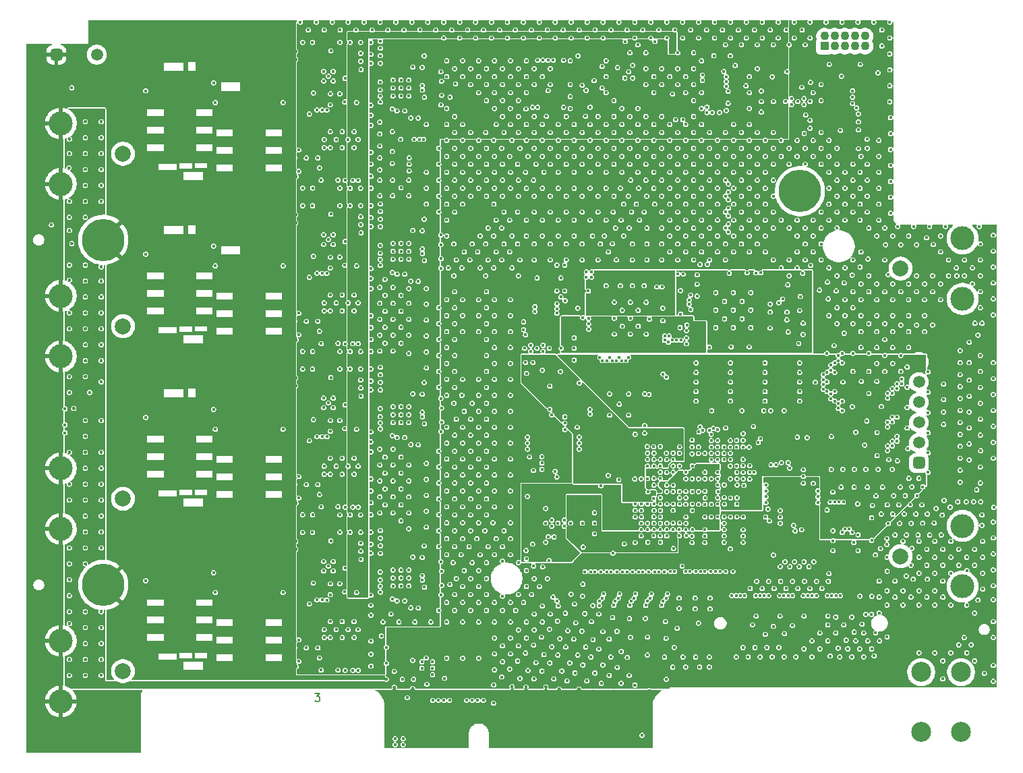
<source format=gbr>
%TF.GenerationSoftware,KiCad,Pcbnew,9.0.0*%
%TF.CreationDate,2025-04-15T14:45:54-04:00*%
%TF.ProjectId,Thunderscope_Rev5,5468756e-6465-4727-9363-6f70655f5265,rev?*%
%TF.SameCoordinates,Original*%
%TF.FileFunction,Copper,L3,Inr*%
%TF.FilePolarity,Positive*%
%FSLAX46Y46*%
G04 Gerber Fmt 4.6, Leading zero omitted, Abs format (unit mm)*
G04 Created by KiCad (PCBNEW 9.0.0) date 2025-04-15 14:45:54*
%MOMM*%
%LPD*%
G01*
G04 APERTURE LIST*
G04 Aperture macros list*
%AMRoundRect*
0 Rectangle with rounded corners*
0 $1 Rounding radius*
0 $2 $3 $4 $5 $6 $7 $8 $9 X,Y pos of 4 corners*
0 Add a 4 corners polygon primitive as box body*
4,1,4,$2,$3,$4,$5,$6,$7,$8,$9,$2,$3,0*
0 Add four circle primitives for the rounded corners*
1,1,$1+$1,$2,$3*
1,1,$1+$1,$4,$5*
1,1,$1+$1,$6,$7*
1,1,$1+$1,$8,$9*
0 Add four rect primitives between the rounded corners*
20,1,$1+$1,$2,$3,$4,$5,0*
20,1,$1+$1,$4,$5,$6,$7,0*
20,1,$1+$1,$6,$7,$8,$9,0*
20,1,$1+$1,$8,$9,$2,$3,0*%
G04 Aperture macros list end*
%ADD10C,0.200000*%
%TA.AperFunction,NonConductor*%
%ADD11C,0.200000*%
%TD*%
%TA.AperFunction,ComponentPad*%
%ADD12C,2.000000*%
%TD*%
%TA.AperFunction,ComponentPad*%
%ADD13C,3.000000*%
%TD*%
%TA.AperFunction,ComponentPad*%
%ADD14R,1.090000X1.090000*%
%TD*%
%TA.AperFunction,ComponentPad*%
%ADD15C,1.090000*%
%TD*%
%TA.AperFunction,ComponentPad*%
%ADD16C,2.500000*%
%TD*%
%TA.AperFunction,ComponentPad*%
%ADD17RoundRect,0.375000X-0.375000X-0.375000X0.375000X-0.375000X0.375000X0.375000X-0.375000X0.375000X0*%
%TD*%
%TA.AperFunction,ComponentPad*%
%ADD18C,1.500000*%
%TD*%
%TA.AperFunction,ComponentPad*%
%ADD19C,5.300000*%
%TD*%
%TA.AperFunction,ComponentPad*%
%ADD20RoundRect,0.375000X0.375000X-0.375000X0.375000X0.375000X-0.375000X0.375000X-0.375000X-0.375000X0*%
%TD*%
%TA.AperFunction,ViaPad*%
%ADD21C,0.406400*%
%TD*%
G04 APERTURE END LIST*
D10*
D11*
X123575530Y-142320819D02*
X124194577Y-142320819D01*
X124194577Y-142320819D02*
X123861244Y-142701771D01*
X123861244Y-142701771D02*
X124004101Y-142701771D01*
X124004101Y-142701771D02*
X124099339Y-142749390D01*
X124099339Y-142749390D02*
X124146958Y-142797009D01*
X124146958Y-142797009D02*
X124194577Y-142892247D01*
X124194577Y-142892247D02*
X124194577Y-143130342D01*
X124194577Y-143130342D02*
X124146958Y-143225580D01*
X124146958Y-143225580D02*
X124099339Y-143273200D01*
X124099339Y-143273200D02*
X124004101Y-143320819D01*
X124004101Y-143320819D02*
X123718387Y-143320819D01*
X123718387Y-143320819D02*
X123623149Y-143273200D01*
X123623149Y-143273200D02*
X123575530Y-143225580D01*
D12*
%TO.N,/CH3/BNC_IN*%
%TO.C,J1002_3*%
X99476095Y-117878600D03*
D13*
%TO.N,GND*%
X91676095Y-121678600D03*
X91676095Y-114078600D03*
%TD*%
D12*
%TO.N,/CH2/BNC_IN*%
%TO.C,J1002_2*%
X99476095Y-96228600D03*
D13*
%TO.N,GND*%
X91676095Y-100028600D03*
X91676095Y-92428600D03*
%TD*%
D12*
%TO.N,/CH4/BNC_IN*%
%TO.C,J1002_4*%
X99476095Y-139528600D03*
D13*
%TO.N,GND*%
X91676095Y-143328600D03*
X91676095Y-135728600D03*
%TD*%
D14*
%TO.N,GND*%
%TO.C,J3*%
X187561095Y-61088600D03*
D15*
X187561095Y-59818600D03*
%TO.N,/TS-PCIe Components/REFINOUT2*%
X188831095Y-61088600D03*
%TO.N,GND*%
X188831095Y-59818600D03*
X190101095Y-61088600D03*
X190101095Y-59818600D03*
%TO.N,/TS-PCIe Components/SYNC2*%
X191371095Y-61088600D03*
%TO.N,GND*%
X191371095Y-59818600D03*
X192641095Y-61088600D03*
X192641095Y-59818600D03*
%TD*%
D12*
%TO.N,/TS-USB4 Components/SYNC1*%
%TO.C,J2*%
X197101095Y-125103600D03*
D13*
%TO.N,GND*%
X204901095Y-121303600D03*
X204901095Y-128903600D03*
%TD*%
D12*
%TO.N,/CH1/BNC_IN*%
%TO.C,J1002_1*%
X99476095Y-74578600D03*
D13*
%TO.N,GND*%
X91676095Y-78378600D03*
X91676095Y-70778600D03*
%TD*%
D16*
%TO.N,GND*%
%TO.C,J11*%
X199701095Y-147153600D03*
X204701095Y-147153600D03*
X199701095Y-139653600D03*
X204701095Y-139653600D03*
%TD*%
D12*
%TO.N,/TS-USB4 Components/REFINOUT1*%
%TO.C,J1*%
X197101095Y-89003600D03*
D13*
%TO.N,GND*%
X204901095Y-85203600D03*
X204901095Y-92803600D03*
%TD*%
D17*
%TO.N,GND*%
%TO.C,J4*%
X91111095Y-62153600D03*
D18*
%TO.N,Net-(J4-Pad2)*%
X96191095Y-62153600D03*
%TD*%
D19*
%TO.N,GND*%
%TO.C,SO2*%
X97001095Y-85403600D03*
%TD*%
D20*
%TO.N,/FPGA/TMS*%
%TO.C,J5*%
X199401095Y-113403600D03*
D18*
%TO.N,/FPGA/TDI*%
X199401095Y-110863600D03*
%TO.N,/FPGA/TDO*%
X199401095Y-108323600D03*
%TO.N,/FPGA/TCK*%
X199401095Y-105783600D03*
%TO.N,GND*%
X199401095Y-103243600D03*
%TO.N,+3V3*%
X199401095Y-100703600D03*
%TD*%
D19*
%TO.N,GND*%
%TO.C,SO1*%
X184476095Y-79278600D03*
%TD*%
%TO.N,GND*%
%TO.C,SO3*%
X97001095Y-128703600D03*
%TD*%
D21*
%TO.N,GND*%
X106501085Y-77366100D03*
X106501085Y-97866100D03*
X106501085Y-118366100D03*
X106501075Y-138866100D03*
X197951095Y-101348600D03*
X197951095Y-103888600D03*
X200551095Y-114578600D03*
X200551095Y-112138600D03*
X198026095Y-111603600D03*
X200551095Y-109603600D03*
X197951095Y-109003600D03*
X200531095Y-107078600D03*
X197951095Y-106428600D03*
X200551095Y-104518600D03*
%TO.N,/ADC/+1V8A*%
X157926095Y-92478600D03*
X167701095Y-89678600D03*
X167251095Y-94528600D03*
X157936658Y-93138081D03*
X168351095Y-89678600D03*
%TO.N,/ADC/+1V8D*%
X167255863Y-95544072D03*
X157926095Y-95283610D03*
X157936658Y-95943091D03*
%TO.N,/VCM*%
X137336695Y-108487379D03*
X137336695Y-128987379D03*
X137336695Y-87987379D03*
X137336695Y-67487379D03*
X160126095Y-91153600D03*
%TO.N,/FPGA/MGT_TX0_N*%
X166745943Y-127047870D03*
%TO.N,/FPGA/MGT_TX0_P*%
X166212543Y-127047870D03*
%TO.N,/FPGA/MGT_TX1_N*%
X164745943Y-127047870D03*
%TO.N,/FPGA/MGT_TX1_P*%
X164212543Y-127047870D03*
%TO.N,/FPGA/MGT_TX2_N*%
X162745943Y-127047870D03*
%TO.N,/FPGA/MGT_TX2_P*%
X162212543Y-127047870D03*
%TO.N,/FPGA/MGT_TX3_N*%
X160745943Y-127047870D03*
%TO.N,/FPGA/MGT_TX3_P*%
X160212543Y-127047870D03*
%TO.N,/Clock Generator/ADC_CLK_R_P*%
X170551844Y-92935280D03*
%TO.N,/Clock Generator/ADC_CLK_R_N*%
X170551844Y-93471900D03*
%TO.N,/ACQ and FE Voltage Regs/+5V_R_PGA*%
X134351095Y-72778600D03*
%TO.N,Net-(U18H-VCCADC_0)*%
X170154535Y-116963600D03*
%TO.N,Net-(U20-FB)*%
X180176095Y-120178600D03*
%TO.N,/TRIM_1*%
X154796106Y-68753600D03*
X131801095Y-68103600D03*
%TO.N,/TRIM_2*%
X131801095Y-88603600D03*
X151546106Y-68753600D03*
%TO.N,/TRIM_3*%
X150896106Y-68753600D03*
X131801095Y-109103600D03*
%TO.N,/TRIM_4*%
X131801095Y-129603600D03*
X154796106Y-62853600D03*
%TO.N,/CH4/PGA_BIAS*%
X131776095Y-128078600D03*
%TO.N,+2V5*%
X150426095Y-102853600D03*
X151926095Y-102853600D03*
X167731339Y-113753600D03*
X164541095Y-113783600D03*
X168951095Y-109653600D03*
X166169426Y-110553600D03*
X152676095Y-102853600D03*
X166131095Y-117028600D03*
X151176095Y-102853600D03*
X169351095Y-112953600D03*
X163721095Y-111303600D03*
%TO.N,Net-(D1000_1-K)*%
X102333605Y-66677470D03*
%TO.N,/CH4/OUT_R_N*%
X137076095Y-128098600D03*
%TO.N,/CH4/OUT_R_P*%
X137055645Y-127525600D03*
%TO.N,/FPGA/TCK*%
X167771095Y-118547769D03*
%TO.N,/FPGA/TDI*%
X175771095Y-117798800D03*
%TO.N,/FPGA/TMS*%
X176541095Y-118573600D03*
%TO.N,/FPGA/TDO*%
X176571095Y-117773600D03*
%TO.N,AGND*%
X171751095Y-116978600D03*
X170951095Y-116978600D03*
%TO.N,+3V3*%
X172534779Y-111384431D03*
X181051095Y-109617350D03*
X178076095Y-112903600D03*
X157942015Y-103373600D03*
X166931095Y-116943600D03*
X174931095Y-113773600D03*
X194901095Y-121028600D03*
X187451095Y-122528600D03*
X164771095Y-103063600D03*
X180001095Y-110817350D03*
X171501095Y-106828600D03*
X174961095Y-115363600D03*
X194251095Y-121028600D03*
X180401094Y-109617350D03*
X175761095Y-116173600D03*
X174934779Y-110584431D03*
X176591095Y-109733600D03*
X167745388Y-115377893D03*
X178151095Y-106828600D03*
X166226095Y-108228600D03*
X177356802Y-118577893D03*
X174376095Y-106803600D03*
X180001095Y-110167350D03*
X182451095Y-109053600D03*
X183026095Y-109053600D03*
%TO.N,+1V8*%
X166957395Y-116103600D03*
X150276095Y-120078600D03*
X150826095Y-120478600D03*
X172551095Y-113753600D03*
X155551095Y-124378600D03*
X155551095Y-125028600D03*
X169334779Y-114584431D03*
X151476095Y-120478600D03*
X154901095Y-124378600D03*
X154901095Y-125028600D03*
X171751095Y-113753600D03*
X174141095Y-113763600D03*
X150276095Y-119428600D03*
%TO.N,+1V2_MGT*%
X156031076Y-117788599D03*
X158281076Y-117788599D03*
X160976095Y-123128600D03*
X156781076Y-117788599D03*
X165401095Y-124133600D03*
X163769426Y-122582416D03*
X167001095Y-124133601D03*
X157531076Y-117788599D03*
X168481095Y-122513600D03*
X168567411Y-123347769D03*
X160976095Y-122453600D03*
%TO.N,+1V0*%
X182001095Y-126403600D03*
X183201095Y-126403600D03*
X170951095Y-119353600D03*
X171751095Y-118578600D03*
X170151094Y-118578600D03*
X185601095Y-126403600D03*
X183801095Y-125803600D03*
X185001095Y-125803600D03*
X171751095Y-115378600D03*
X173351095Y-120163600D03*
X173351095Y-115378599D03*
X167751095Y-116175160D03*
X182601095Y-125803600D03*
X170151095Y-115378600D03*
X174161095Y-116143600D03*
X169351095Y-117778601D03*
X174171095Y-116993600D03*
X174951093Y-120163600D03*
X184401095Y-126403600D03*
X174951094Y-120963600D03*
X186201095Y-125803600D03*
X168571095Y-118553600D03*
X176551094Y-120163600D03*
X173351095Y-118578600D03*
X170160155Y-117767526D03*
X168551095Y-116978600D03*
%TO.N,+1V0_MGT*%
X166151095Y-120953600D03*
X166967411Y-120963600D03*
X167767411Y-120953600D03*
X165351095Y-120963600D03*
%TO.N,-5V*%
X173476648Y-69403081D03*
X127351095Y-65103600D03*
X125076105Y-69103590D03*
X125501105Y-68428590D03*
X124751095Y-94303600D03*
X121551095Y-94603600D03*
X127351095Y-126603600D03*
X124487875Y-69091610D03*
X172811648Y-68728081D03*
X121551095Y-74103600D03*
X121551095Y-135603600D03*
X121551095Y-115103600D03*
X125501105Y-109428590D03*
X172811648Y-69403081D03*
X129026095Y-77928600D03*
X125501105Y-129928590D03*
X129026095Y-139428600D03*
X124751095Y-73803600D03*
X125076105Y-110103590D03*
X129026095Y-118928600D03*
X124487875Y-110091610D03*
X124487875Y-89591610D03*
X169766061Y-70313562D03*
X125076105Y-130603590D03*
X125076105Y-89603590D03*
X127351095Y-85603600D03*
X125501105Y-88928590D03*
X127351095Y-106103600D03*
X124487875Y-130591610D03*
X124751095Y-135303600D03*
X124751095Y-114803600D03*
X129026095Y-98428600D03*
%TO.N,+VBIAS*%
X129376095Y-84503600D03*
X161571095Y-63763600D03*
X129376095Y-64003600D03*
X129376095Y-125503600D03*
X129376095Y-105003600D03*
%TO.N,+3V3_PGA*%
X137226095Y-72778600D03*
X135626095Y-90578600D03*
X159626095Y-66328600D03*
X135626095Y-111078600D03*
X135626095Y-70078600D03*
X135626095Y-131578600D03*
X159626095Y-63628600D03*
X136716105Y-72778600D03*
X93051095Y-66303600D03*
%TO.N,+1V8APLL*%
X179351095Y-98828600D03*
X178384472Y-89533786D03*
X177101095Y-98828600D03*
X177051095Y-89503600D03*
X174351095Y-89553600D03*
X171501095Y-94453600D03*
X171501095Y-93756043D03*
X174351095Y-98828600D03*
X171501095Y-95203600D03*
X185576095Y-97278600D03*
%TO.N,+5V3*%
X182851095Y-64283600D03*
X194276095Y-64428600D03*
X175741075Y-62278600D03*
%TO.N,-VBIAS*%
X127926095Y-109131864D03*
X127926095Y-88631864D03*
X127926095Y-129631864D03*
X168466083Y-61633600D03*
X127926095Y-68131864D03*
%TO.N,/Front End Trim and Bias/TRIM_SCL*%
X176534779Y-113773600D03*
%TO.N,/Front End Trim and Bias/TRIM_SCL_5V*%
X152846106Y-62853600D03*
X157126095Y-65978600D03*
%TO.N,/Front End Trim and Bias/TRIM_SDA*%
X178171095Y-113743600D03*
%TO.N,/Front End Trim and Bias/TRIM_SDA_5V*%
X152196106Y-62853600D03*
X157626095Y-66628600D03*
%TO.N,Net-(D1000_2-K)*%
X102333605Y-87177470D03*
%TO.N,Net-(D1000_3-K)*%
X102333605Y-107677470D03*
%TO.N,Net-(D1000_4-K)*%
X102333605Y-128177470D03*
%TO.N,/CH4/DC_CPLn*%
X121551095Y-138303600D03*
%TO.N,/ADC/ADC_CSn*%
X155001095Y-93028600D03*
X177334779Y-110563600D03*
%TO.N,/ADC/ADC_RSTn*%
X156576095Y-93953600D03*
%TO.N,/ADC/ADC_PD*%
X157201095Y-95153600D03*
%TO.N,/FPGA/MGT_RX0_N*%
X174437048Y-127032880D03*
X167741095Y-122553600D03*
%TO.N,/FPGA/MGT_RX0_P*%
X167738595Y-121753600D03*
X173903648Y-127032880D03*
%TO.N,/FPGA/MGT_RX1_N*%
X164528595Y-122553600D03*
X172537048Y-127032880D03*
%TO.N,/FPGA/MGT_RX1_P*%
X172003648Y-127032880D03*
X164538595Y-121753600D03*
%TO.N,/FPGA/MGT_RX2_N*%
X170645943Y-127032880D03*
X166121095Y-122546100D03*
%TO.N,/FPGA/MGT_RX2_P*%
X170112543Y-127032880D03*
X166138595Y-121753600D03*
%TO.N,/FPGA/MGT_RX3_N*%
X168745943Y-127032880D03*
X169338595Y-122536100D03*
%TO.N,/FPGA/MGT_RX3_P*%
X169338595Y-121743600D03*
X168212543Y-127032880D03*
%TO.N,Net-(U7-RSTN)*%
X179551095Y-89528600D03*
%TO.N,/Clock Generator/PLL_RSTn*%
X196676095Y-110653600D03*
X174934779Y-112984431D03*
%TO.N,/FPGA/FPGA IO Banks/PLL_SCL*%
X181826095Y-93278600D03*
X195476095Y-111853600D03*
X176541295Y-114577600D03*
%TO.N,/FPGA/FPGA IO Banks/PLL_SDA*%
X182301095Y-92828600D03*
X176561095Y-115373600D03*
X196076095Y-111253600D03*
%TO.N,+1V8_ACQ*%
X171626095Y-98428600D03*
X172326095Y-98428600D03*
X156336084Y-97078600D03*
X156336084Y-96478600D03*
X155031076Y-95838599D03*
X155631076Y-95838599D03*
X170926095Y-98428600D03*
%TO.N,/Clock Generator/AC0*%
X180751095Y-93453600D03*
%TO.N,/Clock Generator/TEST*%
X180751095Y-94453600D03*
%TO.N,Net-(U18D-INIT_B_0)*%
X176599138Y-116165557D03*
%TO.N,Net-(U18D-PROGRAM_B_0)*%
X174967395Y-116156004D03*
%TO.N,/TERM_1*%
X175501095Y-80378600D03*
X173334779Y-112984431D03*
%TO.N,/TERM_2*%
X175501095Y-84403600D03*
X171731095Y-112201200D03*
%TO.N,/TERM_3*%
X171789883Y-109509900D03*
%TO.N,/TERM_4*%
X178719557Y-114578838D03*
%TO.N,/ATTEN_1*%
X175501095Y-79378600D03*
X174134779Y-110584431D03*
%TO.N,/ATTEN_2*%
X175501095Y-82403600D03*
X173334779Y-111384431D03*
%TO.N,/ATTEN_3*%
X172273578Y-109285050D03*
%TO.N,/ATTEN_4*%
X178171095Y-115413600D03*
%TO.N,/PGA_CSn_1*%
X133301095Y-68963600D03*
X174934779Y-111384431D03*
X195476095Y-105253600D03*
%TO.N,/PGA_CSn_2*%
X133301095Y-89463600D03*
X173334779Y-110584431D03*
X175501095Y-81403600D03*
%TO.N,/PGA_CSn_3*%
X175734779Y-110584431D03*
X133301095Y-109963600D03*
%TO.N,/PGA_CSn_4*%
X177371095Y-115383600D03*
X133301095Y-130463600D03*
%TO.N,/CH4/BUF_R_BIAS*%
X125531285Y-128561160D03*
%TO.N,/DC_CPL_1*%
X175501095Y-78378600D03*
X174134779Y-111384431D03*
%TO.N,/DC_CPL_2*%
X173334779Y-112184431D03*
X175501095Y-83403600D03*
%TO.N,/DC_CPL_3*%
X174144695Y-109200212D03*
%TO.N,/DC_CPL_4*%
X178151183Y-114585200D03*
%TO.N,/ADC/ADC_SDATA*%
X153951095Y-94053600D03*
X175734779Y-111384431D03*
%TO.N,/ADC/ADC_SCLK*%
X177331095Y-111383600D03*
X153951095Y-94608403D03*
%TO.N,GND*%
X111451095Y-125103600D03*
X150266100Y-110153599D03*
X206126095Y-90903600D03*
X134126095Y-133353600D03*
X117283705Y-99398390D03*
X114631075Y-108641100D03*
X140126095Y-120903600D03*
X166951095Y-117763600D03*
X105876115Y-132003600D03*
X171301095Y-130353600D03*
X113081095Y-75266100D03*
X192126095Y-86903600D03*
X195391095Y-122873600D03*
X156726095Y-141753600D03*
X118690965Y-104478600D03*
X166932764Y-121753600D03*
X108901095Y-68553600D03*
X126715705Y-140403600D03*
X101449095Y-103098380D03*
X103551095Y-96753600D03*
X152556076Y-123343599D03*
X188126095Y-80903600D03*
X99751096Y-79553600D03*
X120141005Y-126853600D03*
X125276095Y-126353590D03*
X162491073Y-65078602D03*
X122031095Y-122103590D03*
X101451095Y-69753590D03*
X144126095Y-76903600D03*
X89751095Y-83253600D03*
X148326095Y-88903600D03*
X144926095Y-121903600D03*
X205126095Y-89903600D03*
X185976095Y-137728600D03*
X109116025Y-106078600D03*
X146126095Y-116903600D03*
X120141005Y-104478600D03*
X192126095Y-90903600D03*
X90251095Y-105553600D03*
X105349095Y-81098380D03*
X119951095Y-136203600D03*
X130615705Y-118403600D03*
X96751095Y-124053600D03*
X108091095Y-135328600D03*
X155751074Y-60053600D03*
X170151095Y-114553600D03*
X179126095Y-75903600D03*
X134376095Y-120653600D03*
X139501095Y-67253600D03*
X145126095Y-117903600D03*
X144326095Y-88903600D03*
X89751095Y-133053600D03*
X158126095Y-68728600D03*
X106751050Y-59053600D03*
X158626095Y-65403600D03*
X207126095Y-115903600D03*
X104251095Y-98452480D03*
X101451095Y-89003590D03*
X193026095Y-87803600D03*
X163126095Y-71903600D03*
X91751096Y-85853620D03*
X92751096Y-94553600D03*
X159426095Y-85903600D03*
X112861095Y-103543600D03*
X156126095Y-84903600D03*
X146751070Y-59053600D03*
X177201095Y-106828600D03*
X112251095Y-123433600D03*
X125501095Y-112803600D03*
X138126095Y-133353600D03*
X152076095Y-114203600D03*
X174134779Y-112184431D03*
X172126095Y-66903600D03*
X101451095Y-112003600D03*
X98751096Y-98553600D03*
X108091095Y-73828600D03*
X125876095Y-125753590D03*
X131801095Y-124728600D03*
X99751096Y-143053600D03*
X188126095Y-74903600D03*
X114326095Y-82468610D03*
X153076095Y-138503600D03*
X140551092Y-146553600D03*
X141126095Y-99903600D03*
X200413413Y-124229630D03*
X92401095Y-64753600D03*
X89501095Y-115053600D03*
X92751095Y-126053600D03*
X208751095Y-126803600D03*
X147326095Y-121903600D03*
X180552598Y-130051806D03*
X91751095Y-75753600D03*
X137051095Y-104753600D03*
X134376095Y-86828600D03*
X202501095Y-103503600D03*
X158526095Y-142053600D03*
X166921095Y-122549707D03*
X186126095Y-72903600D03*
X148126095Y-78903600D03*
X142126095Y-72903600D03*
X110601095Y-96803600D03*
X150776095Y-129903600D03*
X194026095Y-117528600D03*
X124676095Y-64253590D03*
X202126095Y-86903600D03*
X126713695Y-101598380D03*
X133376095Y-111653600D03*
X90512500Y-87292196D03*
X184426095Y-94253600D03*
X100401095Y-136703600D03*
X104049095Y-104603600D03*
X102826105Y-138878600D03*
X97751046Y-58053600D03*
X109901095Y-103103382D03*
X146126095Y-133353600D03*
X153291095Y-107353600D03*
X94751095Y-120053600D03*
X99751095Y-103053600D03*
X92751095Y-140053600D03*
X123283705Y-99398390D03*
X196126095Y-84903600D03*
X120783695Y-78898390D03*
X120141005Y-66853600D03*
X182476095Y-106828600D03*
X111581085Y-77466100D03*
X133286485Y-71803600D03*
X159344387Y-100127183D03*
X147026095Y-73903600D03*
X169126095Y-79903600D03*
X105926085Y-126603600D03*
X159926095Y-84903600D03*
X173101095Y-137753600D03*
X99751095Y-99403600D03*
X104331115Y-106116100D03*
X101449095Y-106098380D03*
X89751095Y-89553600D03*
X124676095Y-125753590D03*
X171376095Y-127032880D03*
X113081095Y-118466100D03*
X140126095Y-64903600D03*
X116081115Y-95766100D03*
X130611095Y-90253590D03*
X145326095Y-83903600D03*
X179126095Y-77903600D03*
X160926095Y-85880615D03*
X145126095Y-65903600D03*
X188126095Y-88903600D03*
X89751095Y-125053600D03*
X129337025Y-124482400D03*
X182126095Y-74903600D03*
X173267200Y-127032880D03*
X135651095Y-148753600D03*
X109116025Y-126578600D03*
X163767411Y-118547769D03*
X115901095Y-70803600D03*
X208751095Y-140803600D03*
X151026095Y-77903600D03*
X120781095Y-122103590D03*
X207126095Y-87903600D03*
X102826105Y-77378600D03*
X133376095Y-117653600D03*
X102751095Y-99403600D03*
X92751096Y-96553600D03*
X137576095Y-99453600D03*
X153501095Y-62853600D03*
X190126095Y-82903600D03*
X117581125Y-77466100D03*
X163169145Y-95228600D03*
X157176095Y-130103600D03*
X113081095Y-93541100D03*
X91751095Y-87553600D03*
X178126095Y-68903600D03*
X170126095Y-64903600D03*
X161126095Y-69903600D03*
X96751096Y-96553600D03*
X123281105Y-101603590D03*
X129313695Y-81098380D03*
X99751095Y-121053600D03*
X133286485Y-74303600D03*
X160726095Y-137753600D03*
X187909592Y-130051806D03*
X199148682Y-117503600D03*
X89501095Y-69803600D03*
X111901085Y-90217950D03*
X124151095Y-117353600D03*
X117283705Y-78898390D03*
X191126095Y-87903600D03*
X153331076Y-120578599D03*
X173101095Y-139003600D03*
X144326095Y-124903600D03*
X206826095Y-97353600D03*
X113081095Y-134541100D03*
X131726095Y-75103600D03*
X142326095Y-126903600D03*
X200126095Y-90903600D03*
X188126095Y-94903600D03*
X99751095Y-123053600D03*
X126715705Y-78903600D03*
X140126095Y-114903600D03*
X182126095Y-88903600D03*
X91751095Y-95553600D03*
X126701105Y-67053590D03*
X170176095Y-120963600D03*
X116033695Y-99398390D03*
X121201095Y-118453600D03*
X116031095Y-60603590D03*
X102876095Y-115928600D03*
X101451095Y-132503600D03*
X193476095Y-120278600D03*
X104376105Y-70503600D03*
X172126095Y-82903600D03*
X150126095Y-126903600D03*
X133376095Y-97353600D03*
X102749095Y-82598380D03*
X106301095Y-86753600D03*
X96751096Y-76553600D03*
X100751098Y-144053600D03*
X172551096Y-118578600D03*
X159226095Y-136753600D03*
X107051095Y-70103600D03*
X108886115Y-128521700D03*
X101451095Y-90253590D03*
X206413413Y-132229630D03*
X131726095Y-76603600D03*
X185751089Y-60053600D03*
X107401095Y-62483600D03*
X199413413Y-129429630D03*
X151126095Y-132353600D03*
X112861095Y-62543600D03*
X180091095Y-100828600D03*
X148126095Y-98903600D03*
X170951095Y-118553600D03*
X114326095Y-61968610D03*
X192276095Y-133628600D03*
X153006076Y-99003599D03*
X174151095Y-115378600D03*
X154126095Y-78903600D03*
X165126095Y-73903600D03*
X192026095Y-82903600D03*
X105926085Y-106103600D03*
X177358597Y-120176100D03*
X98751095Y-114053600D03*
X136551095Y-90604200D03*
X121168055Y-62728110D03*
X104051095Y-99403600D03*
X110301095Y-104603600D03*
X164126095Y-72903600D03*
X191051095Y-106328600D03*
X201413413Y-123229630D03*
X174138595Y-117766100D03*
X147126095Y-67903600D03*
X98751096Y-76553600D03*
X171126095Y-79903600D03*
X208751095Y-86803600D03*
X184126095Y-82903600D03*
X188126095Y-82903600D03*
X109751052Y-58053600D03*
X134376095Y-116653600D03*
X194126095Y-98903600D03*
X149126095Y-89903600D03*
X96751095Y-136053600D03*
X132376095Y-114653600D03*
X103176085Y-128478600D03*
X194751094Y-61053600D03*
X136751065Y-59053600D03*
X127001095Y-73803600D03*
X120783695Y-140398390D03*
X151026095Y-145653600D03*
X119176095Y-138966100D03*
X101451095Y-138903600D03*
X101451095Y-137403600D03*
X148126095Y-106903600D03*
X179126095Y-71903600D03*
X126701105Y-108053590D03*
X122501095Y-136603600D03*
X152126095Y-72903600D03*
X110301095Y-63603600D03*
X107401095Y-123983600D03*
X168676095Y-136553600D03*
X191751093Y-58053600D03*
X88751095Y-98553600D03*
X128013695Y-101598380D03*
X88751095Y-96553600D03*
X116226045Y-129128600D03*
X105349095Y-123598380D03*
X143026095Y-87903600D03*
X180126095Y-86903600D03*
X146326095Y-122903600D03*
X129001095Y-93303600D03*
X147126095Y-63903600D03*
X161326095Y-83903600D03*
X156751075Y-59053600D03*
X91751095Y-67753600D03*
X164326095Y-82903600D03*
X147026095Y-83903600D03*
X120141005Y-109353600D03*
X145126095Y-79903600D03*
X94751096Y-82553600D03*
X94751095Y-116053600D03*
X155576095Y-138503600D03*
X141126095Y-97903600D03*
X117281105Y-101603590D03*
X207626095Y-139803600D03*
X135965306Y-140553600D03*
X131726095Y-111653600D03*
X187126095Y-73903600D03*
X97751096Y-91553600D03*
X102749095Y-125103600D03*
X87751095Y-81753600D03*
X208753000Y-133303600D03*
X107366095Y-88553600D03*
X171126095Y-73903600D03*
X149026095Y-85903600D03*
X147126095Y-130103600D03*
X188126095Y-78903600D03*
X116226045Y-85078600D03*
X98751045Y-61053601D03*
X98751095Y-110053600D03*
X130611095Y-132503600D03*
X100023887Y-69853600D03*
X175761095Y-102028600D03*
X95751099Y-149053600D03*
X94751095Y-138053600D03*
X105101095Y-139477480D03*
X92751095Y-138053600D03*
X201413413Y-131229630D03*
X94751096Y-70553600D03*
X146026095Y-72903600D03*
X130611095Y-71003600D03*
X133376095Y-65328600D03*
X170126095Y-70903600D03*
X120141005Y-131353600D03*
X128801105Y-68153600D03*
X185126095Y-60903600D03*
X152326095Y-76903600D03*
X149126095Y-71903600D03*
X142126095Y-96903600D03*
X145751070Y-58053600D03*
X133751064Y-58053600D03*
X119176095Y-118466100D03*
X148126095Y-108903600D03*
X194376095Y-74903600D03*
X113716095Y-83078610D03*
X139401095Y-68453600D03*
X165361095Y-121763600D03*
X162976095Y-107398600D03*
X109661105Y-108803600D03*
X120641095Y-74103600D03*
X98251095Y-64253600D03*
X107001095Y-128653600D03*
X113716095Y-62578610D03*
X91751095Y-119053600D03*
X127376095Y-77928600D03*
X91751095Y-83553600D03*
X160576095Y-104728600D03*
X184826095Y-89603600D03*
X130615705Y-119903600D03*
X178126095Y-74903600D03*
X155626095Y-65903600D03*
X119251095Y-108603600D03*
X155126095Y-81903600D03*
X105876115Y-134203600D03*
X154126095Y-72903600D03*
X184431095Y-103228600D03*
X152326095Y-137453600D03*
X193476095Y-123103600D03*
X118596065Y-72841100D03*
X197276095Y-102853600D03*
X151126095Y-63903600D03*
X195751095Y-62053600D03*
X192476095Y-134728600D03*
X174921095Y-64263600D03*
X141126095Y-111903600D03*
X135851095Y-142503600D03*
X169126095Y-77903600D03*
X137051095Y-125253600D03*
X151751073Y-58053600D03*
X137551092Y-147553600D03*
X161126095Y-71903600D03*
X118596065Y-134341100D03*
X173126095Y-71903600D03*
X176126095Y-70903600D03*
X115911095Y-62543600D03*
X156326095Y-133453600D03*
X196076095Y-110653600D03*
X137551095Y-137878600D03*
X127001095Y-135303600D03*
X113251095Y-63603600D03*
X172226095Y-64703600D03*
X135376095Y-127828600D03*
X139126095Y-75903600D03*
X201413413Y-127229630D03*
X111281105Y-101603590D03*
X184751089Y-59053600D03*
X90751095Y-138053600D03*
X87751095Y-129703600D03*
X131726095Y-113653600D03*
X160526095Y-135503600D03*
X164126095Y-74903600D03*
X177126095Y-73903600D03*
X104376105Y-111503600D03*
X135376095Y-79853600D03*
X192026095Y-78903600D03*
X104049095Y-62098380D03*
X176126095Y-76903600D03*
X104049095Y-82598380D03*
X187879295Y-102028924D03*
X91751095Y-65753600D03*
X111901085Y-131217950D03*
X195126095Y-99903600D03*
X89551095Y-61753600D03*
X117095995Y-124966100D03*
X101451095Y-149053600D03*
X89501095Y-77753600D03*
X194376095Y-82903600D03*
X118801095Y-62526101D03*
X118596065Y-93341100D03*
X110386125Y-108021700D03*
X101475276Y-147048212D03*
X88751095Y-94553600D03*
X152126095Y-84903600D03*
X111001095Y-131993590D03*
X207126095Y-107903600D03*
X147326095Y-81903600D03*
X182526095Y-134803600D03*
X155326095Y-134453600D03*
X144126095Y-102903600D03*
X189126095Y-95903600D03*
X129001095Y-72803600D03*
X189126095Y-89903600D03*
X187976095Y-135728600D03*
X189026095Y-91803600D03*
X134376095Y-98353600D03*
X201126095Y-91903600D03*
X90751095Y-88553600D03*
X111281105Y-81103590D03*
X187126095Y-65903600D03*
X108876105Y-115938610D03*
X90751095Y-140053600D03*
X182751088Y-59053600D03*
X148126095Y-68903600D03*
X194376095Y-80903600D03*
X183526095Y-133803600D03*
X154751074Y-59053600D03*
X146126095Y-108903600D03*
X108091095Y-94328600D03*
X191276095Y-116428600D03*
X161776095Y-106013600D03*
X198526095Y-124103600D03*
X116081115Y-118466100D03*
X105951085Y-77952480D03*
X172541095Y-123373601D03*
X163126095Y-73903600D03*
X102749095Y-104603600D03*
X167476095Y-127047870D03*
X116851095Y-102881099D03*
X111581085Y-97966100D03*
X131776095Y-87853600D03*
X192026095Y-88803600D03*
X160555777Y-100127183D03*
X130615705Y-135753600D03*
X127001095Y-94303600D03*
X174941095Y-123353600D03*
X163226095Y-77903600D03*
X98751095Y-106053600D03*
X103701095Y-97866100D03*
X88751095Y-104553600D03*
X104051095Y-78903600D03*
X109701095Y-111503600D03*
X196076095Y-114203600D03*
X208751095Y-128803600D03*
X135376095Y-65328600D03*
X121051095Y-95603600D03*
X101449095Y-84098380D03*
X132376095Y-112653600D03*
X187226095Y-129153600D03*
X120783695Y-99398390D03*
X175126095Y-75903600D03*
X115301095Y-82433600D03*
X137576095Y-115453600D03*
X113251095Y-104603600D03*
X185126095Y-83903600D03*
X161626095Y-143378600D03*
X207326095Y-119903600D03*
X130613695Y-122098380D03*
X101451095Y-131253590D03*
X108781095Y-60603590D03*
X126251095Y-134303600D03*
X162126095Y-70903600D03*
X175451095Y-68253600D03*
X191126095Y-95903600D03*
X153126095Y-81903600D03*
X87751095Y-69753600D03*
X103551095Y-76253600D03*
X167126095Y-77903600D03*
X113036105Y-88153600D03*
X156026095Y-144503600D03*
X188626095Y-123153600D03*
X89751095Y-79553600D03*
X199308587Y-122429630D03*
X104376105Y-74928600D03*
X113081095Y-73041100D03*
X127376095Y-118928600D03*
X104049095Y-101598380D03*
X106651105Y-114803600D03*
X187126095Y-83903600D03*
X180191100Y-118392349D03*
X106651105Y-73803600D03*
X199887515Y-120954234D03*
X131801095Y-81828600D03*
X119251095Y-129103600D03*
X165169145Y-93228600D03*
X87751095Y-67753600D03*
X185826095Y-88603600D03*
X143126095Y-65903600D03*
X108751051Y-59053600D03*
X208751095Y-84803600D03*
X204576095Y-108303600D03*
X194376095Y-76903600D03*
X102749095Y-60598380D03*
X188976095Y-134728600D03*
X167126095Y-63903600D03*
X142751068Y-59053600D03*
X203413413Y-123229630D03*
X190026095Y-90803600D03*
X105101095Y-98477480D03*
X208751095Y-104803600D03*
X140126095Y-116903600D03*
X141126095Y-79903600D03*
X87751095Y-73753600D03*
X145126095Y-101903600D03*
X99751096Y-91553600D03*
X97751096Y-97553600D03*
X186976095Y-134728600D03*
X114783695Y-140398390D03*
X155626095Y-67403600D03*
X116851095Y-83021099D03*
X96751096Y-98553600D03*
X146126095Y-139353600D03*
X116081115Y-136766100D03*
X155026095Y-132253600D03*
X158681076Y-119628599D03*
X207126095Y-89903600D03*
X162169145Y-96228600D03*
X141126095Y-95903600D03*
X188626095Y-121903600D03*
X175761095Y-105628600D03*
X131726095Y-77903600D03*
X122031095Y-60603590D03*
X135376095Y-126828600D03*
X92751095Y-130053600D03*
X184851095Y-97253600D03*
X147126095Y-79903600D03*
X137051095Y-63753600D03*
X140126095Y-102903600D03*
X183751088Y-60053600D03*
X191726095Y-118528600D03*
X180091095Y-104428600D03*
X96751095Y-116053600D03*
X90751095Y-124053600D03*
X184126095Y-84903600D03*
X103551095Y-137753600D03*
X130615705Y-97903600D03*
X170163595Y-120166100D03*
X139126095Y-95903600D03*
X169126095Y-71903600D03*
X114251095Y-131217950D03*
X141751068Y-58053600D03*
X160126095Y-62903600D03*
X150901095Y-123578600D03*
X189126095Y-77903600D03*
X199126095Y-96078600D03*
X96751096Y-100553600D03*
X184126095Y-86903600D03*
X145701095Y-148753600D03*
X192011095Y-130103600D03*
X94751095Y-132053600D03*
X128013695Y-122098380D03*
X134376095Y-118653600D03*
X139381665Y-85987320D03*
X142126095Y-74903600D03*
X130615705Y-78903600D03*
X162126095Y-74903600D03*
X154026095Y-147053600D03*
X184431095Y-100828600D03*
X155126095Y-75903600D03*
X98751095Y-104053600D03*
X144126095Y-64903600D03*
X91751095Y-133053600D03*
X175751084Y-60053600D03*
X159476095Y-127047870D03*
X105926085Y-65103600D03*
X141126095Y-63903600D03*
X95701095Y-66953600D03*
X161726095Y-115503600D03*
X146126095Y-104903600D03*
X110031095Y-60603590D03*
X139381665Y-84787320D03*
X128501095Y-135303600D03*
X114781095Y-122103590D03*
X191976095Y-136728600D03*
X204576095Y-115803600D03*
X134376095Y-108328600D03*
X166963971Y-119363600D03*
X168126095Y-80903600D03*
X158681076Y-120953599D03*
X188829295Y-100832599D03*
X123951095Y-116103600D03*
X90512500Y-130592196D03*
X124361095Y-98403600D03*
X137551092Y-145553600D03*
X135376095Y-128828600D03*
X101451095Y-140403600D03*
X117095995Y-104466100D03*
X88751095Y-76753600D03*
X142126095Y-112903600D03*
X120781095Y-81103590D03*
X168751081Y-59053600D03*
X169751082Y-58053600D03*
X184326095Y-98399601D03*
X137576095Y-101453600D03*
X144126095Y-94903600D03*
X139126095Y-77903600D03*
X101451095Y-115403600D03*
X197571269Y-119803600D03*
X148026095Y-143003600D03*
X175167200Y-127032880D03*
X148126095Y-94903600D03*
X110851095Y-103103382D03*
X142126095Y-116903600D03*
X157951095Y-96603600D03*
X194851095Y-116428600D03*
X173201095Y-131703600D03*
X107401095Y-82983600D03*
X163426095Y-87903600D03*
X173751084Y-58053600D03*
X194151095Y-112478600D03*
X119176095Y-75253600D03*
X133551092Y-139553600D03*
X111751053Y-58053600D03*
X118801095Y-82386101D03*
X163836118Y-129837363D03*
X146326095Y-82903600D03*
X120141005Y-87353600D03*
X148776095Y-131903600D03*
X92751096Y-82553600D03*
X114751054Y-59053600D03*
X135376095Y-115653600D03*
X102876095Y-113703600D03*
X173908095Y-96403590D03*
X102876095Y-132003600D03*
X196676095Y-103453600D03*
X156176095Y-148453600D03*
X118366095Y-131841100D03*
X208751095Y-100803600D03*
X153126095Y-75903600D03*
X165126095Y-69903600D03*
X130613695Y-123598380D03*
X170776095Y-94128600D03*
X169524208Y-98003600D03*
X136126095Y-133353600D03*
X98601095Y-67753600D03*
X112751053Y-59053600D03*
X144126095Y-72903600D03*
X188976095Y-132728600D03*
X90751095Y-80553600D03*
X104049095Y-84103600D03*
X170226095Y-98428600D03*
X201413413Y-125229630D03*
X116081115Y-116266100D03*
X187926095Y-90703600D03*
X90751095Y-102553600D03*
X197078508Y-116420227D03*
X142126095Y-64903600D03*
X197701095Y-117503600D03*
X151126095Y-134353600D03*
X150076095Y-141503600D03*
X155726095Y-129853600D03*
X145126095Y-131903600D03*
X199413413Y-131229630D03*
X175008045Y-93103590D03*
X115751095Y-113853600D03*
X101451095Y-99403600D03*
X89751095Y-101553600D03*
X92751095Y-124053600D03*
X89751095Y-87553600D03*
X114781095Y-81103590D03*
X181126095Y-73903600D03*
X177126095Y-83903600D03*
X191476095Y-109528600D03*
X198126095Y-84903600D03*
X163926095Y-80903600D03*
X103551095Y-117253600D03*
X167676095Y-135403600D03*
X172126095Y-70903600D03*
X125501095Y-92303600D03*
X108926085Y-93203600D03*
X176476095Y-137728600D03*
X194413413Y-132229630D03*
X110031095Y-81103590D03*
X171126095Y-69903600D03*
X102876095Y-111503600D03*
X117001095Y-93353600D03*
X121168055Y-124228110D03*
X125276095Y-85353590D03*
X104376105Y-93203600D03*
X143126095Y-113903600D03*
X135376095Y-86828600D03*
X143126095Y-107903600D03*
X181909592Y-130053600D03*
X189126095Y-79903600D03*
X195476095Y-111253600D03*
X116033695Y-119898390D03*
X139381665Y-64287320D03*
X192751095Y-114203600D03*
X154951095Y-109203600D03*
X109661105Y-88303600D03*
X128751061Y-59053600D03*
X150151095Y-102153600D03*
X187879295Y-103228276D03*
X142126095Y-94903600D03*
X168601095Y-124133601D03*
X162051095Y-137053600D03*
X115301095Y-102933600D03*
X131726095Y-115653600D03*
X180126095Y-134903600D03*
X173401095Y-106828600D03*
X94751095Y-126053600D03*
X139126095Y-111903600D03*
X104376105Y-115928600D03*
X105876115Y-113703600D03*
X147126095Y-125703600D03*
X157526095Y-143053600D03*
X124676095Y-84753590D03*
X173126095Y-83903600D03*
X105151095Y-112578600D03*
X178126095Y-78903600D03*
X141126095Y-129903600D03*
X174126095Y-76903600D03*
X178126095Y-64903600D03*
X96751096Y-74553600D03*
X175231072Y-65503599D03*
X172551095Y-115378600D03*
X171431095Y-105628600D03*
X131726095Y-93353600D03*
X190976095Y-137728600D03*
X143126095Y-77903600D03*
X94751096Y-74553600D03*
X157482391Y-127047870D03*
X196413413Y-130229630D03*
X180091095Y-105628600D03*
X174991095Y-118553600D03*
X172126095Y-78903600D03*
X124361095Y-139403600D03*
X165126095Y-75903600D03*
X207126095Y-91903600D03*
X141126095Y-121903600D03*
X110426095Y-113703600D03*
X183751089Y-58053600D03*
X169126095Y-83903600D03*
X129315705Y-140403600D03*
X87751095Y-95553600D03*
X139126095Y-123903600D03*
X94751096Y-88553600D03*
X101451095Y-119903600D03*
X115301095Y-61933600D03*
X191476095Y-135728600D03*
X130613695Y-104228600D03*
X107751051Y-58053600D03*
X179476095Y-137728600D03*
X97751098Y-145053600D03*
X179126095Y-73903600D03*
X105876115Y-91003600D03*
X152126095Y-74903600D03*
X101451095Y-118403600D03*
X87751095Y-149503600D03*
X186552598Y-130053600D03*
X149076095Y-142503600D03*
X135876095Y-125203600D03*
X168126095Y-84903600D03*
X146026095Y-84903600D03*
X140126095Y-92903600D03*
X158681076Y-122278599D03*
X114581105Y-93541100D03*
X184901095Y-115092350D03*
X105151095Y-133078600D03*
X119176095Y-95753600D03*
X96751095Y-112053600D03*
X101451095Y-97903600D03*
X155681095Y-120953600D03*
X124151095Y-76353600D03*
X159126095Y-69903600D03*
X164126095Y-76903600D03*
X202126095Y-90903600D03*
X120141005Y-106353600D03*
X183126095Y-87903600D03*
X113081095Y-97966100D03*
X150026095Y-137253600D03*
X159726095Y-138753600D03*
X169126095Y-85903600D03*
X157126095Y-79903600D03*
X102826105Y-97878600D03*
X176108045Y-94203590D03*
X107651095Y-89453600D03*
X89501095Y-135053600D03*
X194376095Y-78903600D03*
X113081095Y-114041100D03*
X137576095Y-95453600D03*
X91751095Y-105553600D03*
X105926085Y-85603600D03*
X151651095Y-148753600D03*
X207176095Y-111853600D03*
X165126095Y-77903600D03*
X135376095Y-87828600D03*
X111581085Y-73041100D03*
X103701095Y-118366100D03*
X137576095Y-117453600D03*
X133376095Y-126828600D03*
X167126095Y-75903600D03*
X195544754Y-121004115D03*
X196701095Y-113124601D03*
X184901095Y-115942350D03*
X108901095Y-123988602D03*
X168126095Y-64903600D03*
X169476095Y-91753600D03*
X87751095Y-147053600D03*
X114581105Y-138966100D03*
X110426095Y-134203600D03*
X137751066Y-58053600D03*
X107376125Y-134203600D03*
X134376095Y-78853600D03*
X184526095Y-92503600D03*
X111441135Y-108503600D03*
X106651105Y-94303600D03*
X105351095Y-140403600D03*
X134376095Y-65328600D03*
X133326095Y-79853600D03*
X102751095Y-140403600D03*
X120141005Y-88853600D03*
X131801095Y-104228600D03*
X158101095Y-106678600D03*
X97751095Y-135053600D03*
X151076095Y-140503600D03*
X154576095Y-139503600D03*
X88751095Y-92553600D03*
X124676095Y-85953590D03*
X111441135Y-129003600D03*
X182651095Y-68028600D03*
X192126095Y-92903600D03*
X90751095Y-66553600D03*
X110851095Y-123603382D03*
X128501095Y-114803600D03*
X158026095Y-147053600D03*
X144751069Y-59053600D03*
X196126095Y-94903600D03*
X118690965Y-83978600D03*
X199901095Y-116386973D03*
X104049095Y-122098380D03*
X135376095Y-95353600D03*
X171126095Y-85903600D03*
X120141005Y-128353600D03*
X172226095Y-65353600D03*
X108901095Y-109553600D03*
X179126095Y-63903600D03*
X163116072Y-131269837D03*
X146126095Y-64903600D03*
X185726095Y-129153600D03*
X116851095Y-103521099D03*
X189651095Y-116428600D03*
X120251095Y-137853600D03*
X195751095Y-58053600D03*
X111581085Y-136766100D03*
X148126095Y-110903600D03*
X117606085Y-91591100D03*
X156076095Y-135503600D03*
X156026095Y-143053600D03*
X90751095Y-73053600D03*
X160126095Y-76903600D03*
X154101095Y-120953600D03*
X117581125Y-95766100D03*
X165576095Y-95353600D03*
X160026095Y-147053600D03*
X148126095Y-64903600D03*
X192601095Y-111153600D03*
X160626095Y-144378600D03*
X160126095Y-74903600D03*
X102876095Y-95428600D03*
X178308095Y-94203590D03*
X118801095Y-83026101D03*
X125569898Y-123163600D03*
X175126095Y-85903600D03*
X130613695Y-83728600D03*
X92751096Y-68553600D03*
X194126095Y-100903600D03*
X208751095Y-108803600D03*
X137576095Y-119453600D03*
X121168055Y-83228110D03*
X130611095Y-130003580D03*
X108783695Y-119898390D03*
X126701105Y-87553590D03*
X171751083Y-58053600D03*
X99751045Y-62053601D03*
X87749134Y-132256334D03*
X116033695Y-140398390D03*
X89401095Y-143053600D03*
X111641095Y-83043600D03*
X165276095Y-83903600D03*
X118801095Y-102886101D03*
X146026095Y-88903600D03*
X111281105Y-122103590D03*
X88751095Y-100553600D03*
X171431095Y-102028600D03*
X153126095Y-73903600D03*
X208751095Y-112803600D03*
X162751078Y-59053600D03*
X98751096Y-90553600D03*
X87751095Y-79753600D03*
X203413413Y-127229630D03*
X204576095Y-103803600D03*
X165126095Y-61903600D03*
X142326095Y-106903600D03*
X105876115Y-136428600D03*
X89751095Y-111053600D03*
X195751095Y-64053600D03*
X97651095Y-67853600D03*
X143326095Y-105903600D03*
X160026095Y-145653600D03*
X150126095Y-62903600D03*
X149026095Y-147053600D03*
X145126095Y-103903600D03*
X108886115Y-67021700D03*
X157126095Y-85903600D03*
X162926095Y-79903600D03*
X94751095Y-122053600D03*
X157126095Y-75903600D03*
X204576095Y-105303600D03*
X150126095Y-72903600D03*
X162981071Y-64293602D03*
X161476095Y-127047870D03*
X192126095Y-98903600D03*
X162427467Y-123555509D03*
X192926095Y-73903600D03*
X141126095Y-75903600D03*
X150101095Y-124378600D03*
X89751095Y-73753600D03*
X173126095Y-87903600D03*
X145126095Y-105903600D03*
X139126095Y-103903600D03*
X130615705Y-99403600D03*
X170201095Y-122503600D03*
X102736145Y-65128600D03*
X127376095Y-98428600D03*
X146126095Y-76903600D03*
X181151095Y-68028600D03*
X151026095Y-144253600D03*
X135401095Y-75103600D03*
X204413413Y-124229630D03*
X204301095Y-118253600D03*
X88751095Y-112053600D03*
X171126095Y-81903600D03*
X162026095Y-82903600D03*
X168126095Y-82903600D03*
X101451095Y-145053600D03*
X165276095Y-87903600D03*
X196076095Y-107653600D03*
X165116072Y-131269837D03*
X117095995Y-83966100D03*
X98751095Y-134053600D03*
X175761095Y-120158599D03*
X105349095Y-62098380D03*
X134376095Y-87828600D03*
X117606085Y-71091100D03*
X132551092Y-142553600D03*
X111251095Y-86703600D03*
X165751098Y-147053600D03*
X187126095Y-67903600D03*
X122031095Y-101603590D03*
X176151095Y-78903600D03*
X93751095Y-63753600D03*
X187976095Y-133728600D03*
X88751095Y-80753600D03*
X100401095Y-132053600D03*
X87751095Y-121053600D03*
X140126095Y-98903600D03*
X160576095Y-107398600D03*
X207126095Y-93903600D03*
X161426095Y-87903600D03*
X143126095Y-111903600D03*
X99751096Y-77553600D03*
X120251095Y-96853600D03*
X175126095Y-83903600D03*
X110033695Y-119898390D03*
X156131076Y-100478600D03*
X184431095Y-104428600D03*
X145126095Y-97903600D03*
X96751095Y-138053600D03*
X92751095Y-128053600D03*
X197413413Y-123229630D03*
X178126095Y-72903600D03*
X183191095Y-114042350D03*
X116851095Y-82381099D03*
X90512500Y-126803600D03*
X170951095Y-113753600D03*
X121168055Y-103728110D03*
X148126095Y-114903600D03*
X110851095Y-62103382D03*
X114581105Y-118466100D03*
X110710995Y-126566100D03*
X110376095Y-115928600D03*
X99751047Y-58053600D03*
X174751084Y-59053600D03*
X108781095Y-122103590D03*
X111581085Y-93541100D03*
X105349095Y-82598380D03*
X159126095Y-81903600D03*
X92751095Y-133553600D03*
X131801095Y-63228600D03*
X169367410Y-120947769D03*
X107651095Y-109953600D03*
X141126095Y-101903600D03*
X122871095Y-131093600D03*
X142126095Y-70903600D03*
X154951095Y-107603600D03*
X108901095Y-89053600D03*
X97751095Y-102203600D03*
X102876095Y-93203600D03*
X141126095Y-69903600D03*
X104251095Y-118952480D03*
X180126095Y-82903600D03*
X131726095Y-95353600D03*
X191601095Y-68828600D03*
X197126095Y-86009900D03*
X97751095Y-115053600D03*
X128013695Y-81098380D03*
X116031095Y-81103590D03*
X141126095Y-91903600D03*
X121201095Y-138953600D03*
X175126095Y-79903600D03*
X141551092Y-147553600D03*
X147326095Y-71903600D03*
X94751096Y-76553600D03*
X113856085Y-94641100D03*
X205089999Y-135303600D03*
X126715705Y-119903600D03*
X149126095Y-67903600D03*
X94751095Y-62753600D03*
X154126095Y-82903600D03*
X132376095Y-116653600D03*
X100451095Y-98553600D03*
X163126095Y-69903600D03*
X139126095Y-93903600D03*
X88751095Y-62753600D03*
X164169145Y-94228600D03*
X169126095Y-87903600D03*
X135376095Y-113653600D03*
X133376095Y-87828600D03*
X164926105Y-91153600D03*
X153751073Y-60053600D03*
X164176095Y-148453600D03*
X154226095Y-141753600D03*
X205351095Y-118253600D03*
X105151095Y-94303600D03*
X140536095Y-128643600D03*
X160751077Y-59053600D03*
X197126095Y-96078600D03*
X120141005Y-90353600D03*
X207176095Y-118253600D03*
X94751095Y-110053600D03*
X131726095Y-91353600D03*
X88751095Y-72753600D03*
X152126095Y-70903600D03*
X139381665Y-105287320D03*
X181826095Y-136559215D03*
X152126095Y-82903600D03*
X97751094Y-69853600D03*
X115901095Y-111803600D03*
X114326095Y-102968610D03*
X150266100Y-110903599D03*
X194413413Y-130229630D03*
X124676095Y-106453590D03*
X137301095Y-62303600D03*
X167476095Y-137753600D03*
X130613695Y-82598380D03*
X202413413Y-138229630D03*
X194126095Y-92903600D03*
X178126095Y-80903600D03*
X142126095Y-110903600D03*
X186126095Y-86903600D03*
X194676095Y-119803600D03*
X128501095Y-94303600D03*
X183126095Y-73903600D03*
X158426095Y-84903600D03*
X95751045Y-58053600D03*
X144126095Y-130903600D03*
X94751096Y-100553600D03*
X138351094Y-139953600D03*
X120141005Y-85853600D03*
X140326095Y-88903600D03*
X181126095Y-133903600D03*
X133126095Y-132353600D03*
X90751095Y-94553600D03*
X123841095Y-110083600D03*
X199413413Y-123229630D03*
X207413413Y-129229630D03*
X162326095Y-84903600D03*
X114631075Y-88141100D03*
X198526095Y-116403600D03*
X206676095Y-116753600D03*
X143326095Y-85903600D03*
X108876105Y-95438610D03*
X89501095Y-121053600D03*
X198323682Y-118653600D03*
X97751096Y-77553600D03*
X91751095Y-131053600D03*
X107001095Y-108153600D03*
X162978557Y-100127183D03*
X196751095Y-83713600D03*
X171431095Y-104428600D03*
X133376095Y-115653600D03*
X155126095Y-87903600D03*
X192026095Y-76903600D03*
X107376125Y-95428600D03*
X139126095Y-73903600D03*
X173126095Y-73903600D03*
X107366095Y-129553600D03*
X146326095Y-70903600D03*
X131776095Y-108353600D03*
X202501095Y-105428600D03*
X180126095Y-72903600D03*
X110601095Y-117303600D03*
X130613695Y-62098380D03*
X161169145Y-93228600D03*
X111581085Y-116266100D03*
X187126095Y-87903600D03*
X170934779Y-122584431D03*
X184431095Y-105628600D03*
X149126095Y-134353600D03*
X131801095Y-82778600D03*
X116033695Y-78898390D03*
X137576095Y-121453600D03*
X115751095Y-93353600D03*
X132551092Y-144553600D03*
X191126095Y-77903600D03*
X152276095Y-145653600D03*
X183426095Y-68403600D03*
X87751095Y-93553600D03*
X107521055Y-85591100D03*
X170947655Y-115380025D03*
X164926095Y-81903600D03*
X151326095Y-138453600D03*
X114251095Y-110717950D03*
X163769425Y-120182416D03*
X184126095Y-74903600D03*
X138551092Y-146553600D03*
X114581105Y-97966100D03*
X168501095Y-139034900D03*
X97751096Y-81553600D03*
X158226095Y-137753600D03*
X185751090Y-58053600D03*
X140126095Y-78903600D03*
X119951095Y-95203600D03*
X185376095Y-110209900D03*
X195851095Y-80053600D03*
X113716095Y-124078610D03*
X174126095Y-72903600D03*
X208751095Y-110803600D03*
X120141005Y-65353600D03*
X129315705Y-78903600D03*
X93751095Y-61753600D03*
X97751045Y-62053601D03*
X88751095Y-124053600D03*
X178526095Y-133703600D03*
X140126095Y-74903600D03*
X110710995Y-65066100D03*
X193476095Y-136728600D03*
X89751095Y-119053600D03*
X129315705Y-119903600D03*
X110376095Y-74928600D03*
X158501095Y-135578600D03*
X137576095Y-97453600D03*
X189476095Y-137728600D03*
X189776704Y-122132743D03*
X207413413Y-125229630D03*
X148751071Y-59053600D03*
X139481665Y-65487320D03*
X95751044Y-60053600D03*
X123841095Y-89583600D03*
X108301105Y-70078600D03*
X120781095Y-101603590D03*
X189779295Y-100831951D03*
X191076095Y-66678600D03*
X104049095Y-81098380D03*
X146056095Y-80903600D03*
X162151095Y-148453600D03*
X131726095Y-119653600D03*
X201226095Y-85978600D03*
X146126095Y-114903600D03*
X180191100Y-117642349D03*
X133376095Y-99353600D03*
X168567411Y-120947769D03*
X97751096Y-75553600D03*
X101449095Y-85598380D03*
X145126095Y-111903600D03*
X103176085Y-87478600D03*
X153736095Y-114453600D03*
X101451095Y-135903600D03*
X118690965Y-63478600D03*
X151126095Y-79903600D03*
X123281105Y-122103590D03*
X91751095Y-97553600D03*
X194126095Y-84903600D03*
X163769426Y-123382416D03*
X182042598Y-128253600D03*
X196992341Y-120987488D03*
X185042598Y-128253600D03*
X108901095Y-103488602D03*
X177976095Y-137728600D03*
X91751095Y-117053600D03*
X204576095Y-99303600D03*
X185976095Y-135728600D03*
X113036105Y-108653600D03*
X117283705Y-140398390D03*
X130615705Y-137403600D03*
X159276095Y-131303600D03*
X186126095Y-84903600D03*
X111441135Y-88003600D03*
X109201095Y-84103600D03*
X152971044Y-125638549D03*
X96751096Y-94553600D03*
X143126095Y-121903600D03*
X116226045Y-64578600D03*
X184976095Y-132603600D03*
X131801095Y-60478600D03*
X90751095Y-132053600D03*
X174126095Y-78903600D03*
X117821015Y-108616100D03*
X171126095Y-83903600D03*
X199126095Y-86009900D03*
X175231072Y-66103599D03*
X126751060Y-59053600D03*
X153331076Y-121328599D03*
X145326095Y-123903600D03*
X144126095Y-120903600D03*
X88751095Y-110053600D03*
X189779295Y-105628924D03*
X202413413Y-126229630D03*
X97751095Y-123053600D03*
X104376105Y-91003600D03*
X114581105Y-136766100D03*
X128351095Y-118928600D03*
X159751076Y-60053600D03*
X89751095Y-63753600D03*
X116376105Y-133203600D03*
X108876105Y-74938610D03*
X198701095Y-127978600D03*
X205978595Y-136203600D03*
X142126095Y-133353600D03*
X194126095Y-90903600D03*
X143126095Y-63903600D03*
X137576094Y-80903600D03*
X153081095Y-106653600D03*
X141126095Y-73903600D03*
X123951095Y-136603600D03*
X156131076Y-99003599D03*
X174976456Y-117720639D03*
X94751096Y-98553600D03*
X202203761Y-122429630D03*
X139126095Y-115903600D03*
X148326095Y-141453600D03*
X153961095Y-88553600D03*
X99023887Y-70553600D03*
X88751095Y-118053600D03*
X143126095Y-79903600D03*
X120141005Y-68353600D03*
X143126095Y-71903600D03*
X107651095Y-68953600D03*
X142126095Y-108903600D03*
X145026095Y-71903600D03*
X162326095Y-80903600D03*
X150126095Y-70903600D03*
X117581125Y-97966100D03*
X111581085Y-118466100D03*
X152076095Y-112603600D03*
X111581085Y-95766100D03*
X135376095Y-99653600D03*
X191776095Y-122403600D03*
X152851095Y-66653600D03*
X170751095Y-92328600D03*
X119176095Y-77466100D03*
X120251095Y-117353600D03*
X192926095Y-75903600D03*
X92751095Y-62753600D03*
X151126095Y-87903600D03*
X99901095Y-83553600D03*
X164126095Y-60903600D03*
X163201095Y-135278600D03*
X172126095Y-80903600D03*
X165751098Y-143053600D03*
X114783695Y-99398390D03*
X177542598Y-130053600D03*
X89751095Y-145053600D03*
X188829295Y-102031951D03*
X144126095Y-108903600D03*
X143126095Y-75903600D03*
X149326095Y-140453600D03*
X101449095Y-81098380D03*
X96751095Y-122053600D03*
X99751095Y-131053600D03*
X181451095Y-113628600D03*
X138351095Y-138353600D03*
X186542598Y-128253600D03*
X208751095Y-92803600D03*
X127751095Y-113803600D03*
X123281105Y-60603590D03*
X111001095Y-111493590D03*
X89751095Y-137053600D03*
X119415985Y-64603600D03*
X98751095Y-124053600D03*
X121051095Y-75103600D03*
X115901095Y-91303600D03*
X198439928Y-120970861D03*
X94751096Y-90553600D03*
X111001095Y-70493590D03*
X189126095Y-93903600D03*
X159126095Y-71903600D03*
X173326412Y-109784167D03*
X120141005Y-63478600D03*
X178976095Y-132603600D03*
X137576095Y-113453600D03*
X100401095Y-137953600D03*
X130611095Y-110753590D03*
X101449095Y-82598380D03*
X175126095Y-71903600D03*
X186126095Y-74903600D03*
X165326095Y-137503600D03*
X104049095Y-125103600D03*
X99023887Y-65153600D03*
X171751082Y-60053600D03*
X194376095Y-72903600D03*
X94551095Y-64753600D03*
X172126095Y-72903600D03*
X175231072Y-64903599D03*
X135551092Y-145553600D03*
X187751091Y-58053600D03*
X184126095Y-72903600D03*
X135751065Y-58053600D03*
X203413413Y-137229630D03*
X128351095Y-98428600D03*
X117821015Y-67616100D03*
X199026095Y-119803600D03*
X101449095Y-63598380D03*
X92751095Y-102553600D03*
X115751095Y-134353600D03*
X184676095Y-121778600D03*
X154881076Y-120578599D03*
X208751095Y-106803600D03*
X139381665Y-125787320D03*
X140126095Y-72903600D03*
X136551095Y-131604200D03*
X142126095Y-80903600D03*
X123841095Y-130583600D03*
X141026095Y-89903600D03*
X102736145Y-106128600D03*
X116851095Y-62521099D03*
X176126095Y-86903600D03*
X125751060Y-58053600D03*
X123381095Y-87453600D03*
X170126095Y-139003600D03*
X191276095Y-134628600D03*
X125876095Y-105253590D03*
X192926095Y-81903600D03*
X202413413Y-140503600D03*
X148326095Y-72903600D03*
X137301095Y-103303600D03*
X116851095Y-61881099D03*
X151551095Y-62853600D03*
X160426095Y-86903600D03*
X169801095Y-89678600D03*
X151126095Y-85903600D03*
X193576095Y-118728600D03*
X165351095Y-135253600D03*
X127751095Y-72803600D03*
X171576095Y-89778600D03*
X184226095Y-129153600D03*
X146126095Y-102903600D03*
X199413413Y-127229630D03*
X135376095Y-85828600D03*
X116226045Y-105578600D03*
X135851095Y-138178600D03*
X146126095Y-137353600D03*
X114781095Y-101603590D03*
X156761095Y-111653600D03*
X154126095Y-70903600D03*
X148126095Y-116903600D03*
X98751096Y-78553600D03*
X186126095Y-66903600D03*
X108901095Y-102848602D03*
X125569898Y-82163600D03*
X119091115Y-69559200D03*
X140126095Y-112903600D03*
X134376095Y-96353600D03*
X186126095Y-82903600D03*
X149776095Y-96678600D03*
X103176085Y-66978600D03*
X205726095Y-113003600D03*
X205726095Y-105003600D03*
X114251095Y-90217950D03*
X129313695Y-60598380D03*
X195426095Y-126978600D03*
X167116072Y-131269837D03*
X169301095Y-131657745D03*
X125876095Y-106453590D03*
X101449095Y-65098380D03*
X130613695Y-60598380D03*
X146126095Y-74903600D03*
X135876095Y-63703600D03*
X195126095Y-91903600D03*
X190476095Y-136728600D03*
X105349095Y-60598380D03*
X99751095Y-109053600D03*
X117821015Y-105591100D03*
X110301095Y-84103600D03*
X195413413Y-135229630D03*
X196123682Y-119803600D03*
X188776095Y-98653600D03*
X185126095Y-87903600D03*
X119415985Y-85103600D03*
X109661105Y-67803600D03*
X107376125Y-72703600D03*
X184901095Y-114242350D03*
X150326095Y-74903600D03*
X167126095Y-69903600D03*
X157751076Y-58053600D03*
X102876095Y-136428600D03*
X126713695Y-122098380D03*
X169351095Y-116978600D03*
X129326095Y-82478600D03*
X105151095Y-92078600D03*
X178226095Y-129153600D03*
X111451095Y-63603600D03*
X114631075Y-129141100D03*
X188126095Y-76903600D03*
X112251095Y-102933600D03*
X167126095Y-79903600D03*
X166167411Y-119347769D03*
X167126095Y-73903600D03*
X197831095Y-127593600D03*
X170126095Y-66903600D03*
X147126095Y-136353600D03*
X105151095Y-135303600D03*
X187126095Y-81903600D03*
X175899592Y-130053600D03*
X166126095Y-74903600D03*
X117606085Y-132591100D03*
X148326095Y-84903600D03*
X94001095Y-143153600D03*
X129315705Y-99403600D03*
X143126095Y-119903600D03*
X128801105Y-129653600D03*
X111283705Y-119898390D03*
X124151095Y-96853600D03*
X155626095Y-62903600D03*
X143926095Y-122903600D03*
X161116072Y-131269837D03*
X160126095Y-78903600D03*
X157576095Y-136503600D03*
X163751078Y-60053600D03*
X108781095Y-101603590D03*
X182001095Y-120178600D03*
X195126095Y-101903600D03*
X113856085Y-135641100D03*
X161526095Y-139053600D03*
X164026095Y-144253600D03*
X204413413Y-136229630D03*
X163076095Y-132928600D03*
X189126095Y-83903600D03*
X96751095Y-140053600D03*
X166271083Y-60498602D03*
X102876095Y-91003600D03*
X165751079Y-60053600D03*
X108301105Y-131578600D03*
X145126095Y-129903600D03*
X177351094Y-122563600D03*
X177126095Y-60903600D03*
X112861095Y-83043600D03*
X179126095Y-85903600D03*
X117606085Y-112091100D03*
X174126095Y-86903600D03*
X194413413Y-128229630D03*
X172126095Y-62903600D03*
X168126095Y-76903600D03*
X149126095Y-129903600D03*
X102876095Y-134203600D03*
X152551095Y-119103600D03*
X94751096Y-72553600D03*
X107051095Y-90603600D03*
X189276095Y-136628600D03*
X197413413Y-129429630D03*
X180751087Y-59053600D03*
X94751093Y-142153600D03*
X144126095Y-78903600D03*
X132751063Y-59053600D03*
X205726095Y-107003600D03*
X177751085Y-60053600D03*
X102749095Y-63603600D03*
X154451095Y-92553600D03*
X119091115Y-90059200D03*
X97751095Y-72203600D03*
X106651105Y-135303600D03*
X193126095Y-89903600D03*
X124751095Y-72803600D03*
X128015705Y-99403600D03*
X98601095Y-66303600D03*
X99023887Y-69153600D03*
X161001095Y-124728600D03*
X87751095Y-71753600D03*
X155126095Y-79903600D03*
X107651095Y-130453600D03*
X192051094Y-63353600D03*
X199413413Y-137229630D03*
X124151095Y-137853600D03*
X180542598Y-128253600D03*
X162026095Y-141053600D03*
X132551092Y-140553600D03*
X193976095Y-134728600D03*
X94751095Y-144053600D03*
X105751050Y-58053600D03*
X94751096Y-80553600D03*
X194476095Y-135728600D03*
X119951095Y-74703600D03*
X149906076Y-99003599D03*
X149026095Y-81903600D03*
X134376095Y-127828600D03*
X107521055Y-106091100D03*
X190126095Y-76903600D03*
X110426095Y-93203600D03*
X148126095Y-96903600D03*
X123281105Y-81103590D03*
X114631075Y-67641100D03*
X158751076Y-59053600D03*
X132376095Y-96353600D03*
X120141005Y-124978600D03*
X130615705Y-94903600D03*
X145126095Y-113903600D03*
X117591105Y-131059200D03*
X170126095Y-84903600D03*
X178909592Y-130051806D03*
X118801095Y-61886101D03*
X135376095Y-97353600D03*
X100401095Y-116053600D03*
X95751095Y-145053600D03*
X194701095Y-106303600D03*
X183126095Y-75903600D03*
X150126095Y-64903600D03*
X184431095Y-102028600D03*
X148026095Y-86903600D03*
X170963971Y-121749194D03*
X152231076Y-99378599D03*
X97751095Y-121053600D03*
X202576095Y-118103600D03*
X145026095Y-85903600D03*
X98751095Y-112053600D03*
X107401095Y-123343600D03*
X195126095Y-87903600D03*
X89751095Y-95553600D03*
X125876095Y-65453590D03*
X105351095Y-99403600D03*
X112251095Y-61933600D03*
X187126095Y-75903600D03*
X97751096Y-95553600D03*
X160126095Y-66903600D03*
X119176095Y-97966100D03*
X114751095Y-130203600D03*
X89751095Y-123053600D03*
X125569898Y-102663600D03*
X89751095Y-117053600D03*
X172551094Y-122563600D03*
X89501095Y-91553600D03*
X114326095Y-123468610D03*
X139126095Y-81903600D03*
X192126095Y-74903600D03*
X162026095Y-147053600D03*
X151026095Y-126328600D03*
X144126095Y-116903600D03*
X174126095Y-74903600D03*
X124751059Y-59053600D03*
X87751095Y-113053600D03*
X188401095Y-114203600D03*
X163026095Y-140053600D03*
X170751082Y-59053600D03*
X156761095Y-110153600D03*
X153576095Y-140503600D03*
X145126095Y-75903600D03*
X166226095Y-80903600D03*
X87751095Y-125053600D03*
X146326095Y-86903600D03*
X110401105Y-130053600D03*
X104376105Y-72703600D03*
X152126095Y-78903600D03*
X154126095Y-74903600D03*
X117591105Y-69559200D03*
X131726095Y-73603600D03*
X188026095Y-92803600D03*
X149151095Y-148453600D03*
X87751095Y-84403600D03*
X112861095Y-124043600D03*
X145126095Y-107903600D03*
X121751058Y-58053600D03*
X136551095Y-111104200D03*
X208751095Y-138803600D03*
X109701095Y-70503600D03*
X184976095Y-136728600D03*
X87751095Y-117053600D03*
X129337025Y-83482400D03*
X195428508Y-118653600D03*
X195851095Y-72053600D03*
X114581105Y-134541100D03*
X191251095Y-123403600D03*
X89751095Y-65753600D03*
X173908095Y-92003590D03*
X129313695Y-101598380D03*
X207126095Y-113903600D03*
X110033695Y-99398390D03*
X104051095Y-140403600D03*
X130611095Y-131253590D03*
X116851095Y-124021099D03*
X109116025Y-65078600D03*
X140126095Y-108903600D03*
X101449095Y-126598380D03*
X110386125Y-67021700D03*
X111451095Y-84103600D03*
X108886115Y-108021700D03*
X182126095Y-72903600D03*
X117001095Y-72853600D03*
X150126095Y-82903600D03*
X165169145Y-97228600D03*
X88751095Y-90553600D03*
X106401095Y-123598380D03*
X151126095Y-65903600D03*
X179126095Y-79903600D03*
X119415985Y-107103600D03*
X108901095Y-82348602D03*
X97751095Y-105053600D03*
X88751095Y-66753600D03*
X109901095Y-123603382D03*
X105349095Y-103098380D03*
X143126095Y-109903600D03*
X130615705Y-77403600D03*
X130615705Y-96403600D03*
X94751095Y-114053600D03*
X145126095Y-63903600D03*
X126715705Y-99403600D03*
X178826095Y-136559215D03*
X161126095Y-75903600D03*
X92751096Y-84203600D03*
X92701095Y-76353600D03*
X87751095Y-109303600D03*
X129326095Y-61978600D03*
X108886115Y-87521700D03*
X131776095Y-65578600D03*
X189126095Y-73903600D03*
X125876095Y-84753590D03*
X133286485Y-75803600D03*
X164026095Y-145653600D03*
X189920998Y-118319950D03*
X145926095Y-120903600D03*
X131926095Y-135103600D03*
X139401095Y-109453600D03*
X174167411Y-118563600D03*
X127001095Y-92303600D03*
X127001095Y-133303600D03*
X126713695Y-60598380D03*
X159126095Y-75903600D03*
X198126095Y-98903600D03*
X88751095Y-102553600D03*
X118366095Y-90841100D03*
X176361095Y-63503600D03*
X131726095Y-72103600D03*
X144126095Y-133353600D03*
X100426095Y-114653600D03*
X168051095Y-97460300D03*
X139401095Y-87753600D03*
X100751047Y-59053600D03*
X143126095Y-117903600D03*
X153751074Y-58053600D03*
X147126095Y-69903600D03*
X111001095Y-90993590D03*
X187126095Y-71903600D03*
X140126095Y-133353600D03*
X98751095Y-108053600D03*
X108901095Y-123348602D03*
X197861000Y-122429630D03*
X96751095Y-132053600D03*
X195851095Y-74053600D03*
X151126095Y-127903600D03*
X171376095Y-137753600D03*
X122501095Y-116103600D03*
X106301095Y-127753600D03*
X154126095Y-131353600D03*
X89751095Y-103553600D03*
X91751095Y-63753600D03*
X146126095Y-130903600D03*
X116376105Y-112703600D03*
X87751095Y-138253600D03*
X131801095Y-102328600D03*
X87751095Y-111053600D03*
X134376095Y-92353600D03*
X105876115Y-111503600D03*
X117821015Y-85091100D03*
X179751086Y-60053600D03*
X89751095Y-67753600D03*
X110081075Y-77466100D03*
X149126095Y-77903600D03*
X162626095Y-142378600D03*
X155126095Y-71903600D03*
X101449095Y-122098380D03*
X92751095Y-118053600D03*
X143126095Y-129903600D03*
X149326095Y-73903600D03*
X195476095Y-108253600D03*
X192951095Y-116428600D03*
X141126095Y-109903600D03*
X202335102Y-119937607D03*
X91751095Y-81553600D03*
X113081095Y-95766100D03*
X148126095Y-122903600D03*
X87751095Y-89553600D03*
X188601095Y-117053600D03*
X130751062Y-59053600D03*
X114783695Y-119898390D03*
X150126095Y-78903600D03*
X145026095Y-89903600D03*
X150126095Y-133353600D03*
X116081115Y-77466100D03*
X170276095Y-96078600D03*
X183126095Y-89903600D03*
X107366095Y-68053600D03*
X122751058Y-59053600D03*
X180126095Y-76903600D03*
X96751095Y-147053600D03*
X171431095Y-103228600D03*
X165276095Y-85903600D03*
X195226095Y-86003600D03*
X133551092Y-141553600D03*
X110401105Y-109553600D03*
X139126095Y-79903600D03*
X162976095Y-104728600D03*
X138351094Y-139153600D03*
X204126095Y-88903600D03*
X157156076Y-120953599D03*
X110033695Y-140398390D03*
X153226095Y-142753600D03*
X176126095Y-72903600D03*
X130613695Y-124728600D03*
X120141005Y-123478600D03*
X167126095Y-85903600D03*
X134376095Y-126828600D03*
X194151095Y-109578600D03*
X189851095Y-114203600D03*
X163026095Y-83903600D03*
X156226095Y-139753600D03*
X151126095Y-71903600D03*
X172563595Y-117766101D03*
X140126095Y-110903600D03*
X130611095Y-109503580D03*
X152026095Y-135253600D03*
X180126095Y-80903600D03*
X145126095Y-93903600D03*
X95751093Y-143053600D03*
X148126095Y-66903600D03*
X101451095Y-68503590D03*
X110031095Y-122103590D03*
X128501095Y-133303600D03*
X104049095Y-63603600D03*
X119415985Y-127603600D03*
X201576095Y-119103600D03*
X175751085Y-58053600D03*
X142126095Y-76903600D03*
X117821015Y-64591100D03*
X183552598Y-130053600D03*
X176531095Y-111383600D03*
X141126095Y-77903600D03*
X167751081Y-58053600D03*
X172126095Y-74903600D03*
X117591105Y-110559200D03*
X166751080Y-59053600D03*
X148126095Y-124903600D03*
X172126095Y-86903600D03*
X143126095Y-131903600D03*
X175451095Y-66753598D03*
X119176095Y-116253600D03*
X191076095Y-67478600D03*
X200756174Y-122429630D03*
X167836118Y-129837363D03*
X178126095Y-86903600D03*
X133376095Y-128828600D03*
X127001095Y-114803600D03*
X172531095Y-120163600D03*
X145126095Y-109903600D03*
X94751095Y-112053600D03*
X114751095Y-109703600D03*
X175008045Y-95303590D03*
X131776095Y-128853600D03*
X139126095Y-101903600D03*
X150681076Y-98628599D03*
X140126095Y-118903600D03*
X170126095Y-80903600D03*
X120141005Y-69853600D03*
X156026095Y-145653600D03*
X169126095Y-73903600D03*
X141126095Y-117903600D03*
X179126095Y-83903600D03*
X110301095Y-125103600D03*
X133376095Y-108328600D03*
X108926085Y-113703600D03*
X179626095Y-68028600D03*
X94751095Y-140053600D03*
X145126095Y-91903600D03*
X106401095Y-82598380D03*
X157076095Y-134503600D03*
X127751061Y-58053600D03*
X116081115Y-75266100D03*
X200126095Y-92903600D03*
X104251095Y-77952480D03*
X110710995Y-85566100D03*
X131801095Y-61328600D03*
X178308095Y-92003590D03*
X176151095Y-80903600D03*
X122033695Y-140398390D03*
X146126095Y-118903600D03*
X151126095Y-73903600D03*
X111251095Y-66203600D03*
X178126095Y-70903600D03*
X102749095Y-62098380D03*
X97751093Y-143053600D03*
X179126095Y-81903600D03*
X100023887Y-66153600D03*
X87751095Y-123053600D03*
X100401095Y-135578600D03*
X191126095Y-101903600D03*
X163471073Y-65078602D03*
X156776095Y-103353600D03*
X101451095Y-116903600D03*
X200413413Y-130229630D03*
X104251095Y-139452480D03*
X97751095Y-117053600D03*
X116376105Y-92203600D03*
X192026095Y-80903600D03*
X117581125Y-136766100D03*
X144126095Y-137903600D03*
X167126095Y-87903600D03*
X97751100Y-149053600D03*
X110033695Y-78898390D03*
X154451095Y-90178600D03*
X90751095Y-76303600D03*
X140126095Y-104903600D03*
X108901095Y-62488602D03*
X196076095Y-104053600D03*
X110081075Y-118466100D03*
X119106095Y-112091100D03*
X96751096Y-72553600D03*
X155751075Y-58053600D03*
X138651095Y-148753600D03*
X171431095Y-100828600D03*
X94751096Y-94553600D03*
X170934779Y-123384431D03*
X92751096Y-88553600D03*
X191126095Y-91903600D03*
X114781095Y-60603590D03*
X171126095Y-75903600D03*
X206451095Y-95853600D03*
X191076095Y-68278600D03*
X180091095Y-103228600D03*
X96751095Y-103203600D03*
X148026095Y-74903600D03*
X166126095Y-64903600D03*
X162126095Y-68903600D03*
X146276095Y-145653600D03*
X156626095Y-62303600D03*
X179503079Y-110358392D03*
X108901095Y-61848602D03*
X108901095Y-130053600D03*
X105513195Y-108153600D03*
X111451095Y-104603600D03*
X119091115Y-110559200D03*
X171126095Y-61903600D03*
X206413413Y-126229630D03*
X162126095Y-72903600D03*
X208751095Y-94803600D03*
X149126095Y-125903600D03*
X188126095Y-72903600D03*
X135851095Y-141703600D03*
X109201095Y-125103600D03*
X200551095Y-101978600D03*
X107401095Y-61843600D03*
X113081095Y-136766100D03*
X129326095Y-123478600D03*
X134376095Y-106328600D03*
X107001095Y-67153600D03*
X124751095Y-134303600D03*
X105349095Y-122098380D03*
X174951094Y-122563600D03*
X155226095Y-140753600D03*
X160526095Y-140053600D03*
X99751096Y-81553600D03*
X148126095Y-70903600D03*
X165226095Y-79903600D03*
X132376095Y-90353600D03*
X91751095Y-147053600D03*
X186711090Y-116892349D03*
X155126095Y-69903600D03*
X89301095Y-105553600D03*
X171876095Y-139003600D03*
X87751095Y-99553600D03*
X141926095Y-124903600D03*
X156176095Y-131103600D03*
X175126095Y-81903600D03*
X110081075Y-97966100D03*
X147126095Y-65903600D03*
X97101095Y-63353600D03*
X127001095Y-71803600D03*
X94751096Y-102553600D03*
X175761095Y-103228600D03*
X169126095Y-63903600D03*
X166126095Y-76903600D03*
X139551092Y-147553600D03*
X88751095Y-122053600D03*
X115751055Y-58053600D03*
X119176095Y-136753600D03*
X119415985Y-66103600D03*
X137576094Y-76903600D03*
X205426095Y-126903600D03*
X160126095Y-64903600D03*
X99751095Y-107053600D03*
X142126095Y-114903600D03*
X130611095Y-69753590D03*
X168126095Y-78903600D03*
X168532764Y-121749784D03*
X116081115Y-97966100D03*
X120783695Y-119898390D03*
X199126095Y-89903600D03*
X96751095Y-88803600D03*
X207126095Y-85903600D03*
X87751095Y-136653600D03*
X120641095Y-94603600D03*
X168126095Y-70903600D03*
X160026095Y-143053600D03*
X113751054Y-58053600D03*
X90751095Y-90303600D03*
X206826095Y-130603600D03*
X191816095Y-70578600D03*
X204576095Y-109803600D03*
X108901095Y-82988602D03*
X176151095Y-82903600D03*
X171126095Y-87903600D03*
X127376095Y-139428600D03*
X193126095Y-99632599D03*
X148126095Y-102903600D03*
X146126095Y-135353600D03*
X99751096Y-89553600D03*
X163751095Y-141278600D03*
X162126095Y-76903600D03*
X198126095Y-96903600D03*
X166967412Y-120163600D03*
X98751095Y-132053600D03*
X102749095Y-81098380D03*
X130611095Y-89003580D03*
X153126095Y-87903600D03*
X191816095Y-69578600D03*
X174126095Y-84903600D03*
X107521055Y-65091100D03*
X93751095Y-145053600D03*
X191026095Y-89803600D03*
X204576095Y-100803600D03*
X183126095Y-60903600D03*
X105349095Y-101598380D03*
X159476095Y-116278600D03*
X145126095Y-99903600D03*
X110376095Y-136428600D03*
X124676095Y-105253590D03*
X181226095Y-129153600D03*
X164567411Y-119347769D03*
X126251095Y-72803600D03*
X128013695Y-60598380D03*
X124361095Y-118903600D03*
X87751095Y-103553600D03*
X105101095Y-118977480D03*
X169126095Y-81903600D03*
X141126095Y-71903600D03*
X116376105Y-71703600D03*
X195126095Y-95903600D03*
X191776095Y-124403600D03*
X189751092Y-58053600D03*
X202126095Y-84903600D03*
X140126095Y-122903600D03*
X105951085Y-118952480D03*
X149026095Y-75903600D03*
X186926095Y-91703600D03*
X159726095Y-134553600D03*
X144126095Y-118903600D03*
X170126095Y-82903600D03*
X124751095Y-93303600D03*
X91412500Y-129703600D03*
X135376095Y-119653600D03*
X146126095Y-66903600D03*
X191025486Y-122132743D03*
X139751067Y-58053600D03*
X204576095Y-111303600D03*
X149126095Y-65903600D03*
X91751095Y-103553600D03*
X152556076Y-120953599D03*
X163326095Y-81903600D03*
X164976095Y-104728600D03*
X122033695Y-119898390D03*
X113036105Y-67653600D03*
X141126095Y-103903600D03*
X118596065Y-113841100D03*
X171726095Y-133503600D03*
X181751088Y-58053600D03*
X130615705Y-138903600D03*
X101449095Y-123598380D03*
X105951085Y-139452480D03*
X177751086Y-58053600D03*
X87751095Y-145453600D03*
X171126095Y-65903600D03*
X125876095Y-85953590D03*
X87751095Y-119053600D03*
X172126095Y-84903600D03*
X96751045Y-59053600D03*
X180851095Y-113628600D03*
X87751095Y-142503600D03*
X144126095Y-62903600D03*
X101451095Y-143053600D03*
X147126095Y-75903600D03*
X101451095Y-91503600D03*
X192176095Y-103153600D03*
X154026095Y-133253600D03*
X101449095Y-104598380D03*
X132376095Y-98353600D03*
X184876095Y-95853600D03*
X198126095Y-92903600D03*
X165476095Y-127047870D03*
X131801095Y-83728600D03*
X151451095Y-99003600D03*
X125569898Y-61663600D03*
X131776095Y-86078600D03*
X116081115Y-138966100D03*
X146126095Y-62903600D03*
X148126095Y-118903600D03*
X150266100Y-111653599D03*
X143126095Y-115903600D03*
X197126095Y-99903600D03*
X202126095Y-92903600D03*
X189976095Y-133728600D03*
X208751095Y-130553600D03*
X143126095Y-127903600D03*
X191126095Y-75903600D03*
X118751056Y-59053600D03*
X178308095Y-96403590D03*
X134376095Y-67328600D03*
X93051095Y-85853600D03*
X190976095Y-132728600D03*
X166126095Y-72903600D03*
X202751095Y-83713600D03*
X149026095Y-138253600D03*
X152126095Y-133353600D03*
X111581085Y-134541100D03*
X175761095Y-104428600D03*
X113036105Y-129153600D03*
X166132764Y-120153600D03*
X163426095Y-85903600D03*
X179126095Y-60903600D03*
X165201095Y-148603600D03*
X162169145Y-94228600D03*
X134376095Y-114653600D03*
X196676095Y-110053600D03*
X157126095Y-71903600D03*
X151126095Y-69903600D03*
X92751095Y-116053600D03*
X192126095Y-94903600D03*
X150126095Y-125428600D03*
X139481665Y-126987320D03*
X206276095Y-118253600D03*
X116226045Y-126078600D03*
X117281105Y-122103590D03*
X102736145Y-126628600D03*
X145126095Y-77903600D03*
X180191100Y-116892349D03*
X208751095Y-120803600D03*
X148126095Y-76903600D03*
X148126095Y-135353600D03*
X199401095Y-115327680D03*
X98751095Y-122053600D03*
X169426095Y-96403600D03*
X163426095Y-91153600D03*
X114581105Y-114041100D03*
X175126095Y-60903600D03*
X97751096Y-74003600D03*
X128501095Y-112803600D03*
X117591105Y-90059200D03*
X170126095Y-76903600D03*
X99751101Y-149053600D03*
X151201095Y-93778600D03*
X153126095Y-63903600D03*
X207126095Y-109903600D03*
X208751095Y-124803600D03*
X207326095Y-95853600D03*
X111641095Y-62543600D03*
X105876115Y-70503600D03*
X198126095Y-90903600D03*
X191816095Y-71578600D03*
X133376095Y-85828600D03*
X118690965Y-124978600D03*
X152751073Y-59053600D03*
X165126095Y-63903600D03*
X146126095Y-96903600D03*
X93751098Y-149053600D03*
X150076095Y-68953600D03*
X101449095Y-62098380D03*
X97751095Y-109053600D03*
X134376095Y-128828600D03*
X194301095Y-114203600D03*
X140126095Y-100903600D03*
X196126095Y-92903600D03*
X125276095Y-105853590D03*
X145126095Y-115903600D03*
X204576095Y-112803600D03*
X127001095Y-112803600D03*
X170134779Y-121784431D03*
X89751095Y-141253600D03*
X170226095Y-97703600D03*
X147026095Y-140253600D03*
X102749095Y-84103600D03*
X198126095Y-94903600D03*
X121051095Y-136603600D03*
X153126095Y-132353600D03*
X105513195Y-128653600D03*
X102876095Y-70503600D03*
X196126095Y-100903600D03*
X194751094Y-59053600D03*
X96751096Y-80553600D03*
X208751095Y-102803600D03*
X199126095Y-91903600D03*
X111901085Y-110717950D03*
X158151095Y-148453600D03*
X141026095Y-105903600D03*
X127326095Y-129578600D03*
X125876095Y-64253590D03*
X107051095Y-131603600D03*
X123283705Y-119898390D03*
X98851095Y-82503600D03*
X131776095Y-106578600D03*
X124676095Y-65453590D03*
X189676095Y-64853600D03*
X139501095Y-108253600D03*
X117751056Y-58053600D03*
X149026095Y-145653600D03*
X152231076Y-98628599D03*
X105101095Y-77977480D03*
X90751095Y-116303600D03*
X156126095Y-70903600D03*
X123381095Y-66953600D03*
X114581105Y-77466100D03*
X130611095Y-112003600D03*
X91751095Y-139053600D03*
X133376095Y-106328600D03*
X196253507Y-117503600D03*
X178126095Y-76903600D03*
X181126095Y-71903600D03*
X117581125Y-75266100D03*
X193801095Y-137603600D03*
X111283705Y-99398390D03*
X144026095Y-86903600D03*
X168126095Y-74903600D03*
X158726095Y-139753600D03*
X110851095Y-82603382D03*
X94751096Y-92553600D03*
X107376125Y-93203600D03*
X91412500Y-86403600D03*
X147126095Y-77903600D03*
X117821015Y-126091100D03*
X104331115Y-85616100D03*
X170941095Y-110533600D03*
X90751095Y-68753600D03*
X140551095Y-67478600D03*
X87751095Y-77753600D03*
X190126095Y-80903600D03*
X142126095Y-118903600D03*
X119091115Y-131059200D03*
X129313695Y-122098380D03*
X168551095Y-114563600D03*
X115911095Y-83043600D03*
X194126095Y-103150911D03*
X193126095Y-91903600D03*
X167126095Y-71903600D03*
X205413413Y-125229630D03*
X185126095Y-73903600D03*
X196126095Y-98903600D03*
X200413413Y-126229630D03*
X110386125Y-128521700D03*
X194126095Y-96903600D03*
X116226045Y-88128600D03*
X195413413Y-125229630D03*
X201335102Y-120937607D03*
X88751095Y-78753600D03*
X102749095Y-103098380D03*
X102826105Y-118378600D03*
X106401095Y-62098380D03*
X93301095Y-106553600D03*
X148126095Y-137353600D03*
X164126095Y-68903600D03*
X119106095Y-71091100D03*
X171941095Y-88478600D03*
X166151095Y-112953600D03*
X144126095Y-92903600D03*
X104751049Y-59053600D03*
X133376095Y-67328600D03*
X123283705Y-78898390D03*
X104376105Y-134203600D03*
X167291095Y-102243600D03*
X128801105Y-109153600D03*
X148126095Y-62903600D03*
X175741095Y-124173600D03*
X168846061Y-70313562D03*
X130611095Y-68503580D03*
X195551095Y-89753600D03*
X205726095Y-111003600D03*
X99751098Y-145053600D03*
X87751095Y-133703600D03*
X186711090Y-117642349D03*
X97751095Y-137053600D03*
X133376095Y-127828600D03*
X146126095Y-98903600D03*
X139126095Y-131903600D03*
X123751059Y-58053600D03*
X113081095Y-116266100D03*
X137576095Y-93453600D03*
X119106095Y-91591100D03*
X126701105Y-128553590D03*
X169126095Y-75903600D03*
X182476095Y-137728600D03*
X183001095Y-96953600D03*
X153126095Y-85903600D03*
X140126095Y-124903600D03*
X133376095Y-119653600D03*
X89751095Y-93553600D03*
X147126095Y-131903600D03*
X123283705Y-140398390D03*
X165126095Y-65903600D03*
X110751052Y-59053600D03*
X106301095Y-107253600D03*
X152076095Y-113403600D03*
X149776095Y-95678600D03*
X180126095Y-84903600D03*
X121168055Y-82229070D03*
X162541083Y-60498602D03*
X123951095Y-95603600D03*
X122501095Y-75103600D03*
X113251095Y-125103600D03*
X135401095Y-75903600D03*
X198413413Y-126229630D03*
X89001095Y-84403600D03*
X94751096Y-78553600D03*
X111251095Y-127703600D03*
X120641095Y-135603600D03*
X191816095Y-73928600D03*
X114581105Y-95766100D03*
X177126095Y-71903600D03*
X139501095Y-128753600D03*
X134376095Y-107328600D03*
X119951095Y-115703600D03*
X111901085Y-69717950D03*
X196413413Y-128229630D03*
X124751095Y-113803600D03*
X161501095Y-134528600D03*
X150026095Y-76903600D03*
X126713695Y-81098380D03*
X192476095Y-137728600D03*
X165836118Y-129837363D03*
X208753000Y-135303600D03*
X108926085Y-72703600D03*
X98601095Y-137953600D03*
X128351095Y-77928600D03*
X115901095Y-132303600D03*
X96951095Y-64753600D03*
X141226095Y-65803600D03*
X99751046Y-60053600D03*
X96751096Y-92553600D03*
X117283705Y-119898390D03*
X167126095Y-65903600D03*
X176108045Y-96403590D03*
X130615705Y-74403600D03*
X97751095Y-133053600D03*
X202501095Y-107003600D03*
X163126095Y-75903600D03*
X130615705Y-75903600D03*
X163726095Y-115403600D03*
X188626095Y-124403600D03*
X146126095Y-92903600D03*
X110386125Y-87521700D03*
X109661105Y-129303600D03*
X165551095Y-141978600D03*
X142126095Y-128903600D03*
X196413413Y-122429630D03*
X142026095Y-104903600D03*
X99751095Y-105053600D03*
X142126095Y-130903600D03*
X172126095Y-76903600D03*
X156026095Y-147053600D03*
X146126095Y-100903600D03*
X117581125Y-118466100D03*
X131776095Y-127078600D03*
X131751063Y-58053600D03*
X208751095Y-122803600D03*
X104331115Y-65116100D03*
X120251095Y-76353600D03*
X89751095Y-139053600D03*
X102751095Y-78903600D03*
X171301095Y-131703600D03*
X125501095Y-133303600D03*
X195126095Y-83903600D03*
X114581105Y-75266100D03*
X114783695Y-78898390D03*
X115751095Y-72853600D03*
X107401095Y-102843600D03*
X134751064Y-59053600D03*
X97751095Y-107053600D03*
X141126095Y-81903600D03*
X178126095Y-66903600D03*
X173908095Y-94203590D03*
X110081075Y-138966100D03*
X166951095Y-115349784D03*
X204576095Y-106803600D03*
X178126095Y-82903600D03*
X205726095Y-109003600D03*
X177126095Y-75903600D03*
X120641095Y-115103600D03*
X184206076Y-68028599D03*
X201413413Y-129429630D03*
X142326095Y-86903600D03*
X128015705Y-78903600D03*
X132551092Y-136553600D03*
X117281105Y-60603590D03*
X152776095Y-127903600D03*
X144126095Y-114903600D03*
X164226095Y-78903600D03*
X173126095Y-77903600D03*
X156126095Y-78903600D03*
X200376095Y-85128600D03*
X191126095Y-99632599D03*
X158126095Y-72903600D03*
X144126095Y-126903600D03*
X177208045Y-93103590D03*
X108783695Y-78898390D03*
X122871095Y-69593600D03*
X136041095Y-72778600D03*
X169126095Y-65903600D03*
X106401095Y-103098380D03*
X117095995Y-63466100D03*
X161926095Y-91153600D03*
X93751095Y-67753600D03*
X156126095Y-74903600D03*
X156761095Y-110903600D03*
X139126095Y-97903600D03*
X96751096Y-70553600D03*
X131801095Y-103278600D03*
X141651095Y-148753600D03*
X156126095Y-72903600D03*
X129326095Y-102978600D03*
X119415985Y-126103600D03*
X160126095Y-82903600D03*
X182826095Y-95428600D03*
X207126095Y-101903600D03*
X188126095Y-127278600D03*
X131801095Y-122828600D03*
X110401105Y-89053600D03*
X189126095Y-81903600D03*
X178751086Y-59053600D03*
X142026095Y-88903600D03*
X167576095Y-133303600D03*
X173126095Y-75903600D03*
X113251095Y-84103600D03*
X120141005Y-102978600D03*
X190126095Y-94903600D03*
X157911658Y-91818091D03*
X207126095Y-103903600D03*
X87751095Y-127703600D03*
X97726095Y-93528600D03*
X192976095Y-135728600D03*
X120141005Y-61978600D03*
X140126095Y-96903600D03*
X144126095Y-74903600D03*
X131776095Y-67353600D03*
X114581105Y-73041100D03*
X156131076Y-97678599D03*
X157226095Y-138753600D03*
X142126095Y-62903600D03*
X153326095Y-136453600D03*
X102876095Y-72703600D03*
X195751095Y-68053600D03*
X161026095Y-142053600D03*
X193501095Y-130128600D03*
X197126095Y-91903600D03*
X140126095Y-94903600D03*
X139401095Y-88953600D03*
X125501095Y-135303600D03*
X105151095Y-114803600D03*
X183542598Y-128253600D03*
X116226045Y-67628600D03*
X177341095Y-121773601D03*
X176151095Y-84903600D03*
X157726095Y-140753600D03*
X137626095Y-141153600D03*
X94751096Y-96553600D03*
X182726095Y-129153600D03*
X140126095Y-62903600D03*
X132126095Y-133353600D03*
X131726095Y-70603600D03*
X91751095Y-141053600D03*
X102751095Y-119903600D03*
X96751095Y-144053600D03*
X149126095Y-79903600D03*
X96751095Y-108053600D03*
X147126095Y-123903600D03*
X141126095Y-113903600D03*
X184126095Y-88903600D03*
X176751085Y-59053600D03*
X142126095Y-78903600D03*
X177326095Y-136559215D03*
X194126095Y-94903600D03*
X87751095Y-65753600D03*
X104331115Y-126616100D03*
X162026095Y-145653600D03*
X195851095Y-76053600D03*
X92751096Y-74553600D03*
X142926095Y-123903600D03*
X118366095Y-111341100D03*
X104051095Y-119903600D03*
X168551095Y-116178600D03*
X208751095Y-88803600D03*
X123381095Y-107953600D03*
X98751095Y-120053600D03*
X120751057Y-59053600D03*
X153961096Y-93423600D03*
X98651095Y-136053600D03*
X102876095Y-74928600D03*
X141326095Y-107903600D03*
X148026095Y-82903600D03*
X175126095Y-77903600D03*
X148126095Y-92903600D03*
X140926095Y-125903600D03*
X182151095Y-113342350D03*
X158476095Y-131303600D03*
X103751049Y-58053600D03*
X161767167Y-100127183D03*
X183426095Y-67653600D03*
X111581085Y-75266100D03*
X149126095Y-63903600D03*
X105876115Y-115928600D03*
X172551095Y-114553600D03*
X202413413Y-128229630D03*
X120141005Y-107853600D03*
X90751095Y-64753600D03*
X133376095Y-93353600D03*
X188829295Y-104428924D03*
X158301095Y-133303600D03*
X142126095Y-102903600D03*
X127326095Y-109078600D03*
X195413413Y-131229630D03*
X112251095Y-82433600D03*
X147751070Y-60053600D03*
X91751095Y-125053600D03*
X160176095Y-148453600D03*
X180326095Y-136559215D03*
X167719666Y-112159531D03*
X134551092Y-144553600D03*
X179042598Y-128253600D03*
X90751095Y-96553600D03*
X133376095Y-66328600D03*
X108781095Y-81103590D03*
X141026095Y-85903600D03*
X180126095Y-78903600D03*
X152126095Y-64903600D03*
X144126095Y-66903600D03*
X105151095Y-73803600D03*
X198151095Y-115328600D03*
X165751080Y-58053600D03*
X94751095Y-118053600D03*
X127751095Y-134303600D03*
X101451095Y-96403600D03*
X200751094Y-83713600D03*
X200466443Y-119803600D03*
X127326095Y-68078600D03*
X181126095Y-87903600D03*
X146126095Y-94903600D03*
X97751095Y-111053600D03*
X173126095Y-81903600D03*
X169151095Y-89678600D03*
X119415985Y-105603600D03*
X90751095Y-74753600D03*
X188829295Y-105628276D03*
X188426095Y-110078600D03*
X183976095Y-137728600D03*
X157126095Y-73903600D03*
X98751096Y-142153600D03*
X111441135Y-67503600D03*
X153126095Y-65903600D03*
X206126095Y-88903600D03*
X152576095Y-141503600D03*
X189552598Y-130051806D03*
X126251095Y-113803600D03*
X161126095Y-79903600D03*
X90751095Y-110303600D03*
X121168055Y-102729070D03*
X166126095Y-78903600D03*
X128801105Y-88653600D03*
X184909592Y-130053600D03*
X152126095Y-131353600D03*
X175126095Y-87903600D03*
X121168055Y-123229070D03*
X109901095Y-62103382D03*
X162801095Y-137803600D03*
X107366095Y-109053600D03*
X101451095Y-77403600D03*
X145126095Y-127903600D03*
X134376095Y-66328600D03*
X148126095Y-100903600D03*
X208797895Y-118953600D03*
X89001095Y-86403600D03*
X195751095Y-60053600D03*
X102736145Y-85628600D03*
X147751071Y-58053600D03*
X96751096Y-68553600D03*
X127751095Y-93303600D03*
X161926095Y-78903600D03*
X163471071Y-63473602D03*
X130613695Y-101598380D03*
X165076095Y-132928600D03*
X137576094Y-70903600D03*
X169751081Y-60053600D03*
X109201095Y-63603600D03*
X203126095Y-89903600D03*
X185126095Y-85903600D03*
X139126095Y-119903600D03*
X152276095Y-144503600D03*
X87751095Y-63753600D03*
X157556095Y-69873600D03*
X174151095Y-114573600D03*
X205726095Y-103003600D03*
X167126095Y-83903600D03*
X131726095Y-117653600D03*
X139401095Y-129953600D03*
X100023887Y-68153600D03*
X158026095Y-145653600D03*
X104376105Y-95428600D03*
X131801095Y-80878600D03*
X193751094Y-58053600D03*
X164976095Y-108703600D03*
X207001095Y-83713600D03*
X104049095Y-60598380D03*
X89751095Y-75753600D03*
X117281105Y-81103590D03*
X98751098Y-144053600D03*
X200126095Y-94903600D03*
X166126095Y-66903600D03*
X99751045Y-64053601D03*
X145326095Y-87903600D03*
X129337025Y-103982400D03*
X192901095Y-72753600D03*
X88751095Y-70753600D03*
X193471095Y-132403600D03*
X99751095Y-133053600D03*
X163767410Y-119347769D03*
X174961095Y-121758599D03*
X147326095Y-85903600D03*
X96751096Y-78553600D03*
X101451095Y-130003590D03*
X154076095Y-137503600D03*
X139551092Y-145553600D03*
X137301095Y-123803600D03*
X157226095Y-128603600D03*
X107376125Y-74928600D03*
X184976095Y-67653600D03*
X121201095Y-97953600D03*
X159126095Y-87903600D03*
X108301105Y-111078600D03*
X148126095Y-130903600D03*
X91401095Y-127703600D03*
X135876095Y-84203600D03*
X132551092Y-146553600D03*
X187879295Y-104428276D03*
X140751067Y-59053600D03*
X179751087Y-58053600D03*
X195851095Y-82053600D03*
X186401095Y-103253600D03*
X111641095Y-124043600D03*
X107401095Y-82343600D03*
X125876095Y-126953590D03*
X170126095Y-72903600D03*
X96751096Y-90553600D03*
X181751087Y-60053600D03*
X116031095Y-101603590D03*
X111283705Y-140398390D03*
X196126095Y-96903600D03*
X101451095Y-75903600D03*
X153946095Y-115153600D03*
X152076095Y-139503600D03*
X146126095Y-78903600D03*
X157126095Y-87903600D03*
X202413413Y-130229630D03*
X130613695Y-63228600D03*
X88751095Y-120053600D03*
X149751071Y-60053600D03*
X141326095Y-87903600D03*
X139126095Y-113903600D03*
X207126095Y-105903600D03*
X141126095Y-119903600D03*
X98751096Y-88553600D03*
X101451095Y-110753590D03*
X163476095Y-127047870D03*
X116226045Y-108628600D03*
X87751095Y-91553600D03*
X152171044Y-126438550D03*
X135376095Y-121653600D03*
X128015705Y-140403600D03*
X133376095Y-113653600D03*
X153126095Y-79903600D03*
X141126095Y-115903600D03*
X195391095Y-123623600D03*
X146126095Y-106903600D03*
X135376095Y-108328600D03*
X97751095Y-113053600D03*
X170126095Y-78903600D03*
X131726095Y-99353600D03*
X113081095Y-77466100D03*
X142126095Y-137903600D03*
X165751098Y-145053600D03*
X191301095Y-114203600D03*
X101451095Y-78903600D03*
X96751093Y-142153600D03*
X149326095Y-87903600D03*
X180126095Y-74903600D03*
X181126095Y-81903600D03*
X181126095Y-60903600D03*
X100251095Y-129603600D03*
X153126095Y-71903600D03*
X128501095Y-73803600D03*
X139126095Y-121903600D03*
X140126095Y-80903600D03*
X141126095Y-123903600D03*
X121051095Y-116103600D03*
X150126095Y-84903600D03*
X163769426Y-109782416D03*
X94751095Y-136053600D03*
X122501095Y-95603600D03*
X113856085Y-74141100D03*
X143126095Y-73903600D03*
X115301095Y-123433600D03*
X144126095Y-112903600D03*
X142126095Y-122903600D03*
X131726095Y-79853600D03*
X151326095Y-75903600D03*
X207126095Y-99903600D03*
X105876115Y-72703600D03*
X205413413Y-131229630D03*
X190126095Y-78903600D03*
X154126095Y-76903600D03*
X149751072Y-58053600D03*
X169361095Y-118573600D03*
X150126095Y-66903600D03*
X141326095Y-127903600D03*
X161126095Y-67903600D03*
X172558596Y-121776100D03*
X135376095Y-66328600D03*
X164567411Y-118547769D03*
X96751095Y-114053600D03*
X120141005Y-83978600D03*
X90751095Y-111803600D03*
X177208045Y-95303590D03*
X94751095Y-134053600D03*
X100251095Y-126253600D03*
X129001095Y-113803600D03*
X185126095Y-75903600D03*
X109701095Y-132003600D03*
X173126095Y-79903600D03*
X124361095Y-77903600D03*
X140126095Y-137903600D03*
X135376095Y-91503600D03*
X146126095Y-112903600D03*
X120141005Y-129853600D03*
X164126095Y-70903600D03*
X188151095Y-63353600D03*
X105876115Y-93203600D03*
X87751095Y-140853600D03*
X154881076Y-121328599D03*
X127326095Y-88578600D03*
X95751095Y-63753600D03*
X115911095Y-124043600D03*
X145126095Y-125903600D03*
X148126095Y-133353600D03*
X141126095Y-131903600D03*
X150326095Y-139453600D03*
X190126095Y-92903600D03*
X192126095Y-96903600D03*
X97751045Y-60053601D03*
X192872707Y-108131988D03*
X137576095Y-91503600D03*
X129337025Y-62982400D03*
X205126095Y-87903600D03*
X188277992Y-118319950D03*
X108876105Y-136438610D03*
X103176085Y-107978600D03*
X114751095Y-89203600D03*
X108091095Y-114828600D03*
X149776095Y-130903600D03*
X152651084Y-69873600D03*
X130615705Y-115403600D03*
X189779295Y-99632599D03*
X180801095Y-106828600D03*
X204413413Y-126229630D03*
X146026095Y-141253600D03*
X139126095Y-99903600D03*
X181126095Y-79903600D03*
X155126095Y-73903600D03*
X163169145Y-93228600D03*
X134376095Y-85828600D03*
X110426095Y-72703600D03*
X159836118Y-129837363D03*
X189779295Y-106828276D03*
X137576094Y-78903600D03*
X185751095Y-70378600D03*
X195851095Y-70053600D03*
X132376095Y-92353600D03*
X161751078Y-58053600D03*
X108301105Y-90578600D03*
X119415985Y-86603600D03*
X99751095Y-125053600D03*
X145126095Y-67903600D03*
X134376095Y-94353600D03*
X166967411Y-123347769D03*
X148126095Y-120903600D03*
X192926095Y-77903600D03*
X142126095Y-120903600D03*
X147126095Y-138353600D03*
X189879295Y-103228276D03*
X111581085Y-114041100D03*
X141126095Y-93903600D03*
X107401095Y-103483600D03*
X89501095Y-71753600D03*
X144126095Y-96903600D03*
X116751055Y-59053600D03*
X98751045Y-63053601D03*
X174161095Y-120173600D03*
X189126095Y-75903600D03*
X203126095Y-87903600D03*
X196876095Y-118653600D03*
X154326095Y-135453600D03*
X108783695Y-140398390D03*
X200476095Y-127978600D03*
X108926085Y-134203600D03*
X204576095Y-102303600D03*
X146276095Y-147053600D03*
X131726095Y-97353600D03*
X177351095Y-114585200D03*
X124676095Y-126953590D03*
X151026095Y-136253600D03*
X193126095Y-83903600D03*
X193126095Y-95903600D03*
X177443832Y-116212600D03*
X185751095Y-71378600D03*
X98751046Y-59053600D03*
X137051095Y-84253600D03*
X111641095Y-103543600D03*
X132551092Y-138553600D03*
X117821015Y-88116100D03*
X133326095Y-77903600D03*
X158126095Y-78903600D03*
X121201095Y-77453600D03*
X168126095Y-72903600D03*
X88751095Y-114053600D03*
X92751095Y-104553600D03*
X150126095Y-135353600D03*
X197126095Y-101903600D03*
X177351094Y-123363600D03*
X135376095Y-107328600D03*
X170126095Y-74903600D03*
X187851095Y-99653600D03*
X179726095Y-129153600D03*
X184976095Y-68403600D03*
X195851095Y-78053600D03*
X135376095Y-93353600D03*
X119251095Y-88103600D03*
X146126095Y-68903600D03*
X190276095Y-135628600D03*
X159126095Y-79903600D03*
X161169145Y-95228600D03*
X206413413Y-124229630D03*
X150126095Y-128903600D03*
X87751095Y-107053600D03*
X87751095Y-97553600D03*
X177126095Y-77903600D03*
X105351095Y-119903600D03*
X89751096Y-149053600D03*
X169076095Y-134153600D03*
X136551092Y-146553600D03*
X135376095Y-117653600D03*
X130613695Y-81098380D03*
X126251095Y-93303600D03*
X158126095Y-70903600D03*
X106301095Y-66253600D03*
X167959064Y-98248760D03*
X105951085Y-98452480D03*
X195126095Y-97903600D03*
X133376095Y-107328600D03*
X89751095Y-97553600D03*
X125501095Y-71803600D03*
X133376095Y-95353600D03*
X151576095Y-142503600D03*
X177126095Y-79903600D03*
X125501095Y-94303600D03*
X205726095Y-100803600D03*
X114751095Y-68703600D03*
X157476095Y-132303600D03*
X117001095Y-134353600D03*
X110601095Y-76303600D03*
X139751066Y-60053600D03*
X121168055Y-61729070D03*
X110031095Y-101603590D03*
X130613695Y-103098380D03*
X105151095Y-71578600D03*
X119251095Y-67603600D03*
X140151095Y-148753600D03*
X180976095Y-137728600D03*
X109116025Y-85578600D03*
X135551092Y-147553600D03*
X160401095Y-114953600D03*
X110376095Y-95428600D03*
X171126095Y-71903600D03*
X192926095Y-79903600D03*
X88751095Y-68753600D03*
X185751095Y-68028600D03*
X130611095Y-91503600D03*
X183871095Y-121928600D03*
X107521055Y-126591100D03*
X150681076Y-99378599D03*
X139126095Y-117903600D03*
X160126095Y-72903600D03*
X101451095Y-94903600D03*
X175761095Y-115378600D03*
X175231072Y-69143600D03*
X101451095Y-109503590D03*
X94751095Y-108053600D03*
X101451095Y-71003600D03*
X122871095Y-90093600D03*
X205413413Y-137229630D03*
X131801095Y-123778600D03*
X122033695Y-99398390D03*
X193126095Y-104678600D03*
X111281105Y-60603590D03*
X125501095Y-114803600D03*
X151751072Y-60053600D03*
X97751095Y-139053600D03*
X90751095Y-119553600D03*
X169301095Y-130353600D03*
X89501095Y-113053600D03*
X135376095Y-77903600D03*
X113716095Y-103578610D03*
X166126095Y-70903600D03*
X163751079Y-58053600D03*
X155626095Y-68903600D03*
X180091095Y-102028600D03*
X105876115Y-95428600D03*
X203413413Y-131229630D03*
X177126095Y-81903600D03*
X196126095Y-90903600D03*
X185801095Y-65628600D03*
X144126095Y-104903600D03*
X132376095Y-94353600D03*
X154941094Y-88553600D03*
X171126095Y-77903600D03*
X173751083Y-60053600D03*
X164551095Y-142978600D03*
X97751096Y-99553600D03*
X102749095Y-101598380D03*
X92751096Y-80553600D03*
X92751095Y-72753600D03*
X129751062Y-58053600D03*
X109201095Y-104603600D03*
X137301095Y-82803600D03*
X88751095Y-74753600D03*
X172126095Y-68903600D03*
X145126095Y-73903600D03*
X144126095Y-110903600D03*
X161836118Y-129837363D03*
X146126095Y-110903600D03*
X195413413Y-129429630D03*
X154026095Y-145653600D03*
X182126095Y-82903600D03*
X118801095Y-103526101D03*
X156126095Y-82903600D03*
X100251095Y-127703600D03*
X109701095Y-91003600D03*
X103701095Y-138866100D03*
X114581105Y-116266100D03*
X140126095Y-130903600D03*
X111283705Y-78898390D03*
X143326095Y-125903600D03*
X138751066Y-59053600D03*
X95301095Y-104553600D03*
X203335102Y-118937607D03*
X90751095Y-133553600D03*
X122871095Y-110593600D03*
X191126095Y-81903600D03*
X134551092Y-140553600D03*
X113081095Y-138966100D03*
X148126095Y-112903600D03*
X140126095Y-84903600D03*
X92751095Y-132053600D03*
X186976095Y-136728600D03*
X153026095Y-134253600D03*
X96751095Y-134053600D03*
X150751072Y-59053600D03*
X105876115Y-74928600D03*
X165126095Y-71903600D03*
X179626095Y-66703600D03*
X135376095Y-67328600D03*
X190126095Y-88903600D03*
X204576095Y-114303600D03*
X145751069Y-60053600D03*
X136551095Y-70104200D03*
X158126095Y-76903600D03*
X117581125Y-138966100D03*
X125276095Y-64853590D03*
X139481665Y-106487320D03*
X198751095Y-83713600D03*
X206413413Y-138229630D03*
X171126095Y-63903600D03*
X115911095Y-103543600D03*
X179626095Y-69353600D03*
X143751069Y-58053600D03*
X101451095Y-74403600D03*
X202413413Y-124229630D03*
X92751095Y-112053600D03*
X128501095Y-71803600D03*
X141751067Y-60053600D03*
X88751095Y-64753600D03*
X132376095Y-118653600D03*
X164976095Y-109653600D03*
X186711090Y-118392349D03*
X102749095Y-123598380D03*
X144126095Y-128903600D03*
X151776095Y-128903600D03*
X104049095Y-123598380D03*
X187126095Y-85903600D03*
X92751096Y-90453600D03*
X149126095Y-136353600D03*
X87751095Y-115053600D03*
X174126095Y-80903600D03*
X110601095Y-137803600D03*
X163169145Y-97228600D03*
X105513195Y-67153600D03*
X91751095Y-89553600D03*
X161169145Y-97228600D03*
X104049095Y-103098380D03*
X98751096Y-80553600D03*
X110710995Y-106066100D03*
X135401095Y-76728600D03*
X169681508Y-126347300D03*
X154151095Y-148453600D03*
X128501095Y-92303600D03*
X120141005Y-82478600D03*
X107376125Y-136428600D03*
X123841095Y-69083600D03*
X107051095Y-111103600D03*
X104376105Y-132003600D03*
X117581125Y-116266100D03*
X134551092Y-146553600D03*
X159226095Y-132353600D03*
X122033695Y-78898390D03*
X155076095Y-136503600D03*
X168476095Y-67078600D03*
X125501095Y-73803600D03*
X117821015Y-129116100D03*
X152226095Y-147053600D03*
X107376125Y-115928600D03*
X122031095Y-81103590D03*
X88751095Y-116053600D03*
X195476095Y-104653600D03*
X101449095Y-101598380D03*
X117001095Y-113853600D03*
X201413413Y-137229630D03*
X123381095Y-128453600D03*
X101023887Y-67153600D03*
X87751095Y-61753600D03*
X191126095Y-93903600D03*
X87751095Y-101553600D03*
X167751095Y-116978600D03*
X147026095Y-87903600D03*
X119106095Y-132591100D03*
X123951095Y-75103600D03*
X200126095Y-96903600D03*
X167126095Y-81903600D03*
X154506076Y-99003599D03*
X103701095Y-77366100D03*
X87751095Y-105553600D03*
X99751095Y-111053600D03*
X181126095Y-75903600D03*
X96751095Y-120053600D03*
X201126095Y-89903600D03*
X153961095Y-91803600D03*
X90751095Y-104553600D03*
X116851095Y-123381099D03*
X102749095Y-122098380D03*
X183661095Y-121228600D03*
X105513195Y-87653600D03*
X100751094Y-142153600D03*
X160955632Y-132799063D03*
X175126095Y-73903600D03*
X163126095Y-61903600D03*
X188276095Y-137628600D03*
X174126095Y-82903600D03*
X181976095Y-132603600D03*
X144326095Y-84903600D03*
X96751095Y-118053600D03*
X183126095Y-83903600D03*
X190026095Y-97103600D03*
X97751096Y-79553600D03*
X131801095Y-121878600D03*
X168126095Y-86903600D03*
X91751097Y-149053600D03*
X182001095Y-119378600D03*
X110401105Y-68553600D03*
X155126095Y-85903600D03*
X195751095Y-66053600D03*
X159126095Y-73903600D03*
X195626095Y-112978600D03*
X182981095Y-113342350D03*
X177126095Y-85903600D03*
X170126095Y-86903600D03*
X164169145Y-96228600D03*
X118366095Y-70341100D03*
X177351095Y-109723600D03*
X143751068Y-60053600D03*
X181126095Y-77903600D03*
X203413413Y-125229630D03*
X207326095Y-121228600D03*
X181126095Y-83903600D03*
X161026095Y-81903600D03*
X105351095Y-78903600D03*
X172751083Y-59053600D03*
X188042598Y-128253600D03*
X157126095Y-81903600D03*
X101449095Y-60598380D03*
X135376095Y-106328600D03*
X129001095Y-134303600D03*
X199776095Y-118653600D03*
X192751095Y-132403600D03*
X87751095Y-86403600D03*
X137151095Y-148753600D03*
X97751095Y-125053600D03*
X118801095Y-124026101D03*
X161126095Y-73903600D03*
X91751095Y-73753600D03*
X130615705Y-140403600D03*
X169776095Y-137753600D03*
X202501095Y-108553600D03*
X154126095Y-84903600D03*
X149126095Y-69903600D03*
X178126095Y-84903600D03*
X128015705Y-119903600D03*
X154941094Y-91803600D03*
X133376095Y-91353600D03*
X169501095Y-94703600D03*
X157751075Y-60053600D03*
X187976095Y-132603600D03*
X140126095Y-82903600D03*
X119751057Y-58053600D03*
X102751048Y-59053600D03*
X197413413Y-131229630D03*
X164751079Y-59053600D03*
X94751095Y-124053600D03*
X194581095Y-124143600D03*
X158126095Y-74903600D03*
X130615705Y-116903600D03*
X87751095Y-75753600D03*
X99751095Y-113053600D03*
X173126095Y-85903600D03*
X131801095Y-101378600D03*
X107001095Y-87653600D03*
X101449095Y-125098380D03*
X168551095Y-119343600D03*
X134376095Y-112653600D03*
X193126095Y-101903600D03*
X116031095Y-122103590D03*
X165367411Y-123347769D03*
X172551095Y-116953600D03*
X108783695Y-99398390D03*
X167751080Y-60053600D03*
X156576095Y-137503600D03*
X207413413Y-127229630D03*
X159751077Y-58053600D03*
X160126095Y-70903600D03*
X144126095Y-106903600D03*
X114251095Y-69717950D03*
X176126095Y-74903600D03*
X148126095Y-104903600D03*
X145126095Y-119903600D03*
X201126095Y-96078600D03*
X154026095Y-144503600D03*
X133376095Y-86828600D03*
X146126095Y-124903600D03*
X171126095Y-67903600D03*
X111251095Y-107203600D03*
X140126095Y-70903600D03*
X120141005Y-110853600D03*
X104376105Y-136428600D03*
X205726095Y-98228600D03*
X148026095Y-139253600D03*
X151026095Y-147053600D03*
X199413413Y-125229630D03*
X175761095Y-100828600D03*
X169126095Y-61903600D03*
X111581085Y-138966100D03*
X145126095Y-95903600D03*
X140126095Y-76903600D03*
X140126095Y-68903600D03*
X208751095Y-90803600D03*
X135876095Y-104703600D03*
X158126095Y-82903600D03*
X156126095Y-76903600D03*
X164026095Y-147053600D03*
X154951095Y-108403600D03*
X131801095Y-62278600D03*
X185006066Y-72028600D03*
X182001095Y-120978600D03*
X101751048Y-58053600D03*
X98751095Y-101203600D03*
X173201095Y-130353600D03*
X141551092Y-145553600D03*
X207413413Y-123229630D03*
X120781095Y-60603590D03*
X128351095Y-139428600D03*
X151126095Y-81903600D03*
X90751095Y-118053600D03*
X176108045Y-92003590D03*
X104376105Y-113703600D03*
X198413413Y-130229630D03*
X142126095Y-92903600D03*
X107376125Y-113703600D03*
X159526095Y-141053600D03*
X118801095Y-123386101D03*
X97751095Y-119053600D03*
X113856085Y-115141100D03*
X109901095Y-82603382D03*
X191126095Y-79903600D03*
%TO.N,+5V*%
X135376095Y-60753600D03*
X125776095Y-68928600D03*
X164331095Y-61863600D03*
X125776095Y-130428600D03*
X135376095Y-123003600D03*
X135351095Y-72188600D03*
X135376095Y-82053600D03*
X135376095Y-101753600D03*
X167191083Y-60498602D03*
X125011095Y-61663600D03*
X123176105Y-61628590D03*
X123176105Y-102628590D03*
X135376095Y-61578600D03*
X123416085Y-98403600D03*
X127303795Y-61928600D03*
X125011095Y-123163600D03*
X122176095Y-102649250D03*
X127303795Y-103996100D03*
X123416085Y-77903600D03*
X154242508Y-65662187D03*
X127303795Y-83496100D03*
X125011095Y-82163600D03*
X123416085Y-139403600D03*
X125011095Y-102663600D03*
X123186375Y-83231660D03*
X122176095Y-61649250D03*
X127303795Y-82428600D03*
X135376095Y-122353600D03*
X125776095Y-89428600D03*
X182276095Y-71193600D03*
X135376095Y-102553600D03*
X123176105Y-123128590D03*
X127303795Y-102928600D03*
X161621083Y-60498602D03*
X181526095Y-71193600D03*
X123416085Y-118903600D03*
X127303795Y-124496100D03*
X122176095Y-82149250D03*
X123186375Y-103731660D03*
X122176095Y-123149250D03*
X125776095Y-109928600D03*
X180026095Y-71193600D03*
X127303795Y-123428600D03*
X153571084Y-69873600D03*
X123176105Y-82128590D03*
X180776095Y-71193600D03*
X127303795Y-62996100D03*
X135376095Y-81453600D03*
X156636095Y-69873600D03*
X135351095Y-72778600D03*
X123186375Y-62731660D03*
X123186375Y-124231660D03*
%TO.N,/ADC/D2A_P*%
X166141095Y-116173600D03*
X159671395Y-100548590D03*
%TO.N,/ADC/LCLK_N*%
X166941095Y-113753600D03*
X162630795Y-100548590D03*
%TO.N,/ADC/D2B_N*%
X165351095Y-115363600D03*
X161419405Y-100548590D03*
%TO.N,/ADC/D2B_P*%
X164551095Y-115378600D03*
X160882785Y-100548590D03*
%TO.N,/ADC/D2A_N*%
X166151095Y-115328600D03*
X160208015Y-100548590D03*
%TO.N,/ADC/D4B_P*%
X168432785Y-98003600D03*
X165351095Y-112953600D03*
%TO.N,/ADC/D4A_N*%
X165331095Y-113763600D03*
X167488857Y-97460300D03*
%TO.N,/ADC/LCLK_P*%
X162094175Y-100548590D03*
X166951095Y-114553600D03*
%TO.N,/ADC/D4A_P*%
X167488857Y-97996920D03*
X166151095Y-113763600D03*
%TO.N,/ADC/D4B_N*%
X165351095Y-112153600D03*
X168969405Y-98003600D03*
%TO.N,/FPGA/FPGA IO Banks/FE_PG*%
X185201095Y-69723600D03*
X178076095Y-111396031D03*
%TO.N,/FPGA/FPGA IO Banks/QSPI_DQ2*%
X170921095Y-112253600D03*
%TO.N,/FPGA/FPGA IO Banks/QSPI_DQ0*%
X171734779Y-111384431D03*
%TO.N,/FPGA/FPGA IO Banks/QSPI_DQ1*%
X173096053Y-109303071D03*
X165526095Y-104803600D03*
X167703595Y-102631100D03*
%TO.N,/PGA_SDIO*%
X174934779Y-112184431D03*
X133891095Y-89703600D03*
X133891095Y-130703600D03*
X133891095Y-69203600D03*
X196076095Y-104653600D03*
X133891095Y-110203600D03*
%TO.N,/PGA_SCLK*%
X134861095Y-89703600D03*
X134861095Y-69203600D03*
X174134779Y-112983600D03*
X196676095Y-104053600D03*
X134861095Y-110203600D03*
X134861095Y-130703600D03*
%TO.N,/FPGA/FPGA IO Banks/QSPI_DQ3*%
X170921095Y-111383600D03*
%TO.N,Net-(D1001_1-K)*%
X111076085Y-68153600D03*
%TO.N,Net-(D1001_2-K)*%
X111076085Y-88653600D03*
%TO.N,Net-(D1001_3-K)*%
X111076085Y-109153600D03*
%TO.N,Net-(D1001_4-K)*%
X111076085Y-129653600D03*
%TO.N,+VUSB*%
X195176095Y-67203600D03*
X133751095Y-135553600D03*
X187776095Y-69678600D03*
X187776095Y-69078600D03*
X133001095Y-135553600D03*
X195176095Y-66603600D03*
X150376095Y-91803600D03*
X202701095Y-132253600D03*
X195001095Y-67803600D03*
X201951095Y-136353600D03*
X201951095Y-132253600D03*
X133751095Y-134803600D03*
X201951095Y-133003600D03*
X153521095Y-110153600D03*
X187776095Y-68478600D03*
X194401095Y-67803600D03*
X202701095Y-133003600D03*
X96501095Y-71553600D03*
X183451095Y-116892350D03*
X135251095Y-134803600D03*
X96501095Y-135053600D03*
X135251095Y-135553600D03*
X153826095Y-110903600D03*
X96501095Y-69303600D03*
X183126095Y-117642350D03*
X151026095Y-91803600D03*
X202701095Y-136353600D03*
X134501095Y-135553600D03*
X96501095Y-92053600D03*
X202701095Y-135603600D03*
X183776095Y-117642350D03*
X153201095Y-110903600D03*
X183451095Y-118392350D03*
X188376095Y-68478600D03*
X96501095Y-110303600D03*
X153521095Y-111653600D03*
X150376095Y-92453600D03*
X96501095Y-137053600D03*
X133001095Y-134803600D03*
X201951095Y-135603600D03*
X96501095Y-89803600D03*
X151026095Y-92453600D03*
X134501095Y-134803600D03*
X96501095Y-112553600D03*
%TO.N,+3V3_ACQ*%
X173101095Y-98853600D03*
X182951095Y-91028600D03*
X157651094Y-90053600D03*
X158301094Y-90053600D03*
X182851095Y-94453600D03*
X175601095Y-89603600D03*
X180726104Y-96453590D03*
X157651094Y-89403600D03*
X171561095Y-90953590D03*
X177826095Y-89528600D03*
X167251095Y-93953600D03*
X158301094Y-89403600D03*
X171561095Y-92453590D03*
X172851095Y-88478600D03*
X167151095Y-91303600D03*
X166501095Y-91303600D03*
X178951095Y-89543400D03*
X170226095Y-96778600D03*
X175851095Y-98828600D03*
X178101095Y-98828600D03*
%TO.N,/TS-USB4 Components/M2_PER3_N*%
X176454395Y-130053600D03*
X167664681Y-130365014D03*
%TO.N,/TS-USB4 Components/M2_PER3_P*%
X176987795Y-130053600D03*
X167287509Y-130742186D03*
%TO.N,/TS-USB4 Components/M2_PER2_N*%
X165664681Y-130365014D03*
X179464395Y-130051806D03*
%TO.N,/TS-USB4 Components/M2_PER2_P*%
X179997795Y-130051806D03*
X165287509Y-130742186D03*
%TO.N,/TS-USB4 Components/M2_PER1_N*%
X163664681Y-130365014D03*
X182464395Y-130053600D03*
%TO.N,/TS-USB4 Components/M2_PER1_P*%
X182997795Y-130053600D03*
X163287509Y-130742186D03*
%TO.N,/TS-USB4 Components/M2_PER0_N*%
X185464395Y-130053600D03*
X161664681Y-130365014D03*
%TO.N,/TS-USB4 Components/M2_PER0_P*%
X161287509Y-130742186D03*
X185997795Y-130053600D03*
%TO.N,/MGT_CLK1_N*%
X158745943Y-127047870D03*
X164551095Y-120953600D03*
%TO.N,/MGT_CLK1_P*%
X158212543Y-127047870D03*
X164581095Y-120153600D03*
%TO.N,/TS-USB4 Components/M2_REFCLK_N*%
X159664681Y-130365014D03*
X188454395Y-130053600D03*
%TO.N,/TS-USB4 Components/M2_REFCLK_P*%
X188987795Y-130053600D03*
X159287509Y-130742186D03*
%TO.N,Net-(U14-EN)*%
X150951095Y-100778600D03*
%TO.N,/TS-PCIe Components/+12V_PCIe_R*%
X139076095Y-143203600D03*
X138376095Y-143203600D03*
X140476095Y-143203600D03*
X137001095Y-139153600D03*
X139776095Y-143203600D03*
%TO.N,Net-(U11-BST)*%
X137001095Y-138353600D03*
%TO.N,Net-(U11-SW)*%
X139851095Y-140428600D03*
%TO.N,/ACQ and FE Voltage Regs/+5V3_R_CP*%
X173661095Y-62278600D03*
%TO.N,/ACQ and FE Voltage Regs/+5V3_R_LDO*%
X181001095Y-64923600D03*
%TO.N,Net-(D1000_1-A)*%
X110851095Y-65676100D03*
%TO.N,Net-(D1000_2-A)*%
X110851095Y-86176100D03*
%TO.N,Net-(D1000_3-A)*%
X110851095Y-106676100D03*
%TO.N,/CH4/DC_FB_TRIM*%
X126476095Y-139383800D03*
%TO.N,Net-(D1000_4-A)*%
X110851095Y-127176100D03*
%TO.N,/TS-PCIe Components/REFINOUT2*%
X204176095Y-89903600D03*
%TO.N,/FPGA/USRIO_9_N*%
X165301095Y-111328600D03*
X189301095Y-99913900D03*
%TO.N,/FPGA/USRIO_4_N*%
X189301095Y-105910225D03*
X168551095Y-113763600D03*
%TO.N,/FPGA/USRIO_5_P*%
X188351095Y-105346975D03*
X169363595Y-111366100D03*
%TO.N,/FPGA/USRIO_8_N*%
X166151095Y-112153600D03*
X188351095Y-101113900D03*
%TO.N,/FPGA/USRIO_7_N*%
X166951095Y-112953600D03*
X187401095Y-102310225D03*
%TO.N,/FPGA/USRIO_5_N*%
X169351095Y-112166100D03*
X188351095Y-104710225D03*
%TO.N,/FPGA/USRIO_8_P*%
X166951095Y-111328600D03*
X188351095Y-101750650D03*
%TO.N,/FPGA/USRIO_9_P*%
X189301095Y-100550650D03*
X166111095Y-111353600D03*
%TO.N,/FPGA/USRIO_6_N*%
X168551095Y-112963600D03*
X187401095Y-103510225D03*
%TO.N,/FPGA/USRIO_4_P*%
X189301095Y-106546975D03*
X169351095Y-113763600D03*
%TO.N,/FPGA/USRIO_7_P*%
X167751095Y-112963600D03*
X187401095Y-102946975D03*
%TO.N,/FPGA/USRIO_6_P*%
X168551095Y-112153600D03*
X187401095Y-104146975D03*
%TO.N,/SPRING*%
X90501095Y-83503600D03*
%TO.N,/TS-PCIe Components/+12V_PCIe*%
X133651095Y-148003600D03*
X142626095Y-143203600D03*
X133651095Y-148753600D03*
X134651095Y-148753600D03*
X144726095Y-143203600D03*
X134651095Y-148003600D03*
X143326095Y-143203600D03*
X144026095Y-143203600D03*
%TO.N,/TS-PCIe Components/PCIe_PERST#*%
X167697145Y-140553600D03*
X146001095Y-143553600D03*
%TO.N,/TS-PCIe Components/PRSNT2#_4*%
X135176095Y-142853600D03*
X164651095Y-147578600D03*
%TO.N,Net-(D1001_1-A)*%
X119576095Y-68153600D03*
%TO.N,/FPGA/FPGA Voltage Regs/PG_1V8*%
X186151095Y-115953600D03*
X153976095Y-130728600D03*
X153601095Y-122673600D03*
X156511095Y-108903600D03*
X151008685Y-114343972D03*
%TO.N,/FPGA/LED_G*%
X196676095Y-107653600D03*
X175734779Y-113784431D03*
X92201095Y-106603600D03*
%TO.N,/FPGA/PROBE_COMP*%
X197276095Y-103453600D03*
X175734779Y-112184431D03*
%TO.N,/PERST#*%
X176076095Y-127028600D03*
%TO.N,/FPGA/FPGA IO Banks/ACQ_PG*%
X150026095Y-97303600D03*
X179926340Y-106823400D03*
%TO.N,/FPGA/SYNC_OUT_N*%
X165381095Y-117033600D03*
X188832795Y-118319950D03*
%TO.N,/FPGA/SYNC_OUT_P*%
X189369415Y-118319950D03*
X166122221Y-117823324D03*
%TO.N,/FPGA/SYNC_REn*%
X187876095Y-119303600D03*
%TO.N,/FPGA/SYNC_DE*%
X193951095Y-124928600D03*
%TO.N,/FPGA/LED_R*%
X195476095Y-108853600D03*
X175751095Y-112978600D03*
X92201095Y-109603600D03*
%TO.N,/FPGA/LED_B*%
X177331095Y-113743600D03*
X196076095Y-108253600D03*
X92201115Y-108603600D03*
%TO.N,/FPGA/FPGA Config and Transceivers/QSPI_CS*%
X172534779Y-112183600D03*
%TO.N,/FPGA/FPGA IO Banks/HWID0*%
X178626095Y-108828600D03*
%TO.N,/FPGA/FPGA IO Banks/HWID1*%
X175151095Y-109003600D03*
%TO.N,/FPGA/FPGA IO Banks/HWID2*%
X173601095Y-109053600D03*
%TO.N,/VARIANT*%
X171951095Y-108853600D03*
%TO.N,/FPGA/FPGA IO Banks/ACQ_EN*%
X151201095Y-94378600D03*
X176534779Y-110563600D03*
%TO.N,/ACQ and FE Voltage Regs/FE_EN*%
X177332764Y-112949784D03*
X184701095Y-66228600D03*
X177701095Y-66053600D03*
%TO.N,/FPGA/FPGA Voltage Regs/PG_1V0*%
X180651095Y-120678600D03*
X150531095Y-112633600D03*
X153476095Y-130228600D03*
%TO.N,/FPGA/FPGA Config and Transceivers/QSPI_CLK*%
X166961095Y-118563600D03*
X158141095Y-107243600D03*
%TO.N,/FPGA/SYNC_IN_N*%
X165351095Y-118553600D03*
X190132785Y-121707288D03*
%TO.N,/FPGA/SYNC_IN_P*%
X190669405Y-121707288D03*
X166151095Y-118553600D03*
%TO.N,/FPGA/CLK25*%
X179240342Y-110822598D03*
%TO.N,/ACQ and FE Voltage Regs/+VUSB_R_ACQ*%
X151476095Y-90178600D03*
%TO.N,/ACQ and FE Voltage Regs/+2V5_R_ACQ*%
X152126095Y-101753600D03*
X154401095Y-101928600D03*
X150026095Y-100778600D03*
%TO.N,Net-(D1001_2-A)*%
X119576095Y-88653600D03*
%TO.N,Net-(D1001_3-A)*%
X119576095Y-109153600D03*
%TO.N,Net-(D1001_4-A)*%
X119576095Y-129653600D03*
%TO.N,/CH1/PGA_BIAS*%
X131776095Y-66578600D03*
%TO.N,/CH2/PGA_BIAS*%
X131776095Y-87078600D03*
%TO.N,/CH3/PGA_BIAS*%
X131776095Y-107578600D03*
%TO.N,/CH1/OUT_R_N*%
X137076095Y-66598600D03*
%TO.N,/CH2/OUT_R_N*%
X137076095Y-87098600D03*
%TO.N,/CH3/OUT_R_N*%
X137076095Y-107598600D03*
%TO.N,/CH1/OUT_R_P*%
X137055645Y-66025600D03*
%TO.N,/CH2/OUT_R_P*%
X137055645Y-86525600D03*
%TO.N,/CH3/OUT_R_P*%
X137055645Y-107025600D03*
%TO.N,/CH1/DC_CPLn*%
X121551095Y-76803600D03*
%TO.N,/CH2/DC_CPLn*%
X121551095Y-97303600D03*
%TO.N,/CH3/DC_CPLn*%
X121551095Y-117803600D03*
%TO.N,/CH1/BUF_R_BIAS*%
X125531285Y-67061160D03*
%TO.N,/CH2/BUF_R_BIAS*%
X125531285Y-87561160D03*
%TO.N,/CH3/BUF_R_BIAS*%
X125531285Y-108061160D03*
%TO.N,/CH1/DC_FB_TRIM*%
X126476095Y-77883800D03*
%TO.N,/CH2/DC_FB_TRIM*%
X126476095Y-98383800D03*
%TO.N,/CH3/DC_FB_TRIM*%
X126476095Y-118883800D03*
%TO.N,/ACQ and FE Voltage Regs/-5V_R*%
X174376095Y-69403081D03*
%TO.N,/TS-USB4 Components/+VUSB_R*%
X189551095Y-71653600D03*
%TO.N,/FPGA/FPGA Voltage Regs/+1V0_R*%
X181151095Y-124953600D03*
%TO.N,/FPGA/FPGA Voltage Regs/+2V5_R*%
X153076095Y-103753600D03*
%TO.N,/FPGA/FPGA Voltage Regs/+1V8_R*%
X150276095Y-117578600D03*
%TO.N,/FPGA/FPGA Voltage Regs/+3V3_R*%
X184151095Y-110153600D03*
%TO.N,/FPGA/FPGA Voltage Regs/+1V8_R_LDO*%
X157251095Y-123953600D03*
X152871095Y-122643600D03*
%TO.N,/FPGA/FPGA Voltage Regs/FPGA_EN*%
X180456095Y-119178600D03*
%TO.N,/FPGA/FPGA Config and Transceivers/DONE*%
X180191095Y-116142349D03*
X167751095Y-114583600D03*
%TD*%
%TA.AperFunction,Conductor*%
%TO.N,GND*%
G36*
X148360135Y-141257529D02*
G01*
X148394650Y-141266776D01*
X148409725Y-141273021D01*
X148440667Y-141290886D01*
X148453610Y-141300818D01*
X148478877Y-141326085D01*
X148488808Y-141339027D01*
X148506673Y-141369967D01*
X148512917Y-141385042D01*
X148521296Y-141416313D01*
X148522165Y-141419554D01*
X148524295Y-141435730D01*
X148524295Y-141471466D01*
X148522165Y-141487642D01*
X148522165Y-141487644D01*
X148512917Y-141522155D01*
X148506674Y-141537226D01*
X148474134Y-141593589D01*
X148474128Y-141593601D01*
X148460892Y-141625552D01*
X148460888Y-141625564D01*
X148452518Y-141656800D01*
X148450107Y-141667574D01*
X148458089Y-141741807D01*
X148476389Y-141785986D01*
X148476401Y-141786013D01*
X148489967Y-141810857D01*
X148489968Y-141810858D01*
X148489970Y-141810861D01*
X148548103Y-141857708D01*
X148592297Y-141876014D01*
X148643003Y-141886100D01*
X149730313Y-141886100D01*
X149730319Y-141886100D01*
X149764614Y-141881585D01*
X149764620Y-141881583D01*
X149764622Y-141881583D01*
X149795865Y-141873211D01*
X149806392Y-141869914D01*
X149806392Y-141869913D01*
X149806395Y-141869913D01*
X149866690Y-141825885D01*
X149895810Y-141787934D01*
X149910554Y-141763745D01*
X149922056Y-141689977D01*
X149921496Y-141685728D01*
X149919106Y-141667574D01*
X149915811Y-141642551D01*
X149899191Y-141593595D01*
X149895517Y-141587232D01*
X149889270Y-141572153D01*
X149888400Y-141568907D01*
X149880024Y-141537643D01*
X149877895Y-141521468D01*
X149877895Y-141485728D01*
X149880024Y-141469553D01*
X149881701Y-141463294D01*
X149889270Y-141435043D01*
X149895514Y-141419972D01*
X149912309Y-141390883D01*
X149913381Y-141389025D01*
X149923312Y-141376083D01*
X149948577Y-141350817D01*
X149961517Y-141340886D01*
X149992464Y-141323019D01*
X150007534Y-141316777D01*
X150022967Y-141312643D01*
X150042056Y-141307529D01*
X150058230Y-141305400D01*
X150093960Y-141305400D01*
X150110135Y-141307529D01*
X150144650Y-141316776D01*
X150159725Y-141323021D01*
X150190667Y-141340886D01*
X150203610Y-141350818D01*
X150228877Y-141376085D01*
X150238808Y-141389027D01*
X150256673Y-141419967D01*
X150262917Y-141435042D01*
X150271057Y-141465421D01*
X150272165Y-141469554D01*
X150274295Y-141485730D01*
X150274295Y-141521468D01*
X150272165Y-141537643D01*
X150267890Y-141553600D01*
X150262917Y-141572157D01*
X150256677Y-141587224D01*
X150252996Y-141593600D01*
X150239756Y-141625564D01*
X150231386Y-141656800D01*
X150228975Y-141667574D01*
X150236957Y-141741807D01*
X150255257Y-141785986D01*
X150255269Y-141786013D01*
X150268835Y-141810857D01*
X150268836Y-141810858D01*
X150268838Y-141810861D01*
X150326971Y-141857708D01*
X150371165Y-141876014D01*
X150421871Y-141886100D01*
X152230313Y-141886100D01*
X152230319Y-141886100D01*
X152264614Y-141881585D01*
X152264620Y-141881583D01*
X152264622Y-141881583D01*
X152295865Y-141873211D01*
X152306392Y-141869914D01*
X152306392Y-141869913D01*
X152306395Y-141869913D01*
X152366690Y-141825885D01*
X152395810Y-141787934D01*
X152410554Y-141763745D01*
X152422056Y-141689977D01*
X152421496Y-141685728D01*
X152419106Y-141667574D01*
X152415811Y-141642551D01*
X152399191Y-141593595D01*
X152395517Y-141587232D01*
X152389270Y-141572153D01*
X152388400Y-141568907D01*
X152380024Y-141537643D01*
X152377895Y-141521468D01*
X152377895Y-141485728D01*
X152380024Y-141469553D01*
X152381701Y-141463294D01*
X152389270Y-141435043D01*
X152395514Y-141419972D01*
X152412309Y-141390883D01*
X152413381Y-141389025D01*
X152423312Y-141376083D01*
X152448577Y-141350817D01*
X152461517Y-141340886D01*
X152492464Y-141323019D01*
X152507534Y-141316777D01*
X152522967Y-141312643D01*
X152542056Y-141307529D01*
X152558230Y-141305400D01*
X152593960Y-141305400D01*
X152610135Y-141307529D01*
X152644650Y-141316776D01*
X152659725Y-141323021D01*
X152690667Y-141340886D01*
X152703610Y-141350818D01*
X152728877Y-141376085D01*
X152738808Y-141389027D01*
X152756673Y-141419967D01*
X152762917Y-141435042D01*
X152771057Y-141465421D01*
X152772165Y-141469554D01*
X152774295Y-141485730D01*
X152774295Y-141521468D01*
X152772165Y-141537643D01*
X152767890Y-141553600D01*
X152762917Y-141572157D01*
X152756677Y-141587224D01*
X152752996Y-141593600D01*
X152739756Y-141625564D01*
X152731386Y-141656800D01*
X152728975Y-141667574D01*
X152736957Y-141741807D01*
X152755257Y-141785986D01*
X152755269Y-141786013D01*
X152768835Y-141810857D01*
X152768836Y-141810858D01*
X152768838Y-141810861D01*
X152826971Y-141857708D01*
X152871165Y-141876014D01*
X152921871Y-141886100D01*
X153835765Y-141886100D01*
X153835771Y-141886100D01*
X153870067Y-141881585D01*
X153901317Y-141873211D01*
X153911845Y-141869914D01*
X153972140Y-141825887D01*
X154001260Y-141787937D01*
X154024127Y-141741568D01*
X154039273Y-141685037D01*
X154045511Y-141669975D01*
X154063384Y-141639019D01*
X154073311Y-141626084D01*
X154098577Y-141600817D01*
X154111517Y-141590886D01*
X154142464Y-141573019D01*
X154157534Y-141566777D01*
X154172903Y-141562659D01*
X154192056Y-141557529D01*
X154208230Y-141555400D01*
X154243960Y-141555400D01*
X154260135Y-141557529D01*
X154294650Y-141566776D01*
X154309725Y-141573021D01*
X154340667Y-141590886D01*
X154353609Y-141600817D01*
X154378875Y-141626082D01*
X154388808Y-141639026D01*
X154388809Y-141639027D01*
X154406673Y-141669969D01*
X154412916Y-141685042D01*
X154428060Y-141741557D01*
X154428064Y-141741570D01*
X154441296Y-141773517D01*
X154441299Y-141773524D01*
X154441300Y-141773525D01*
X154457476Y-141801543D01*
X154463386Y-141810861D01*
X154521519Y-141857708D01*
X154565713Y-141876014D01*
X154616419Y-141886100D01*
X156335765Y-141886100D01*
X156335771Y-141886100D01*
X156370067Y-141881585D01*
X156401317Y-141873211D01*
X156411845Y-141869914D01*
X156472140Y-141825887D01*
X156501260Y-141787937D01*
X156524127Y-141741568D01*
X156539273Y-141685037D01*
X156545511Y-141669975D01*
X156563384Y-141639019D01*
X156573311Y-141626084D01*
X156598577Y-141600817D01*
X156611517Y-141590886D01*
X156642464Y-141573019D01*
X156657534Y-141566777D01*
X156672903Y-141562659D01*
X156692056Y-141557529D01*
X156708230Y-141555400D01*
X156743960Y-141555400D01*
X156760135Y-141557529D01*
X156794650Y-141566776D01*
X156809725Y-141573021D01*
X156840667Y-141590886D01*
X156853609Y-141600817D01*
X156878875Y-141626082D01*
X156888808Y-141639026D01*
X156888809Y-141639027D01*
X156906673Y-141669969D01*
X156912916Y-141685042D01*
X156928060Y-141741557D01*
X156928064Y-141741570D01*
X156941296Y-141773517D01*
X156941299Y-141773524D01*
X156941300Y-141773525D01*
X156957476Y-141801543D01*
X156963386Y-141810861D01*
X157021519Y-141857708D01*
X157065713Y-141876014D01*
X157116419Y-141886100D01*
X158367556Y-141886100D01*
X158367561Y-141886100D01*
X158401857Y-141881584D01*
X158408317Y-141879852D01*
X158432721Y-141873346D01*
X158432741Y-141873421D01*
X158492129Y-141857509D01*
X158492167Y-141857514D01*
X158508229Y-141855400D01*
X158543960Y-141855400D01*
X158560134Y-141857528D01*
X158619448Y-141873421D01*
X158619448Y-141873420D01*
X158644045Y-141880011D01*
X158644321Y-141879974D01*
X158644418Y-141879999D01*
X158650334Y-141881585D01*
X158684629Y-141886100D01*
X158684635Y-141886100D01*
X160867556Y-141886100D01*
X160867561Y-141886100D01*
X160901857Y-141881584D01*
X160908317Y-141879852D01*
X160932721Y-141873346D01*
X160932741Y-141873421D01*
X160992129Y-141857509D01*
X160992167Y-141857514D01*
X161008229Y-141855400D01*
X161043960Y-141855400D01*
X161060134Y-141857528D01*
X161119448Y-141873421D01*
X161119448Y-141873420D01*
X161144045Y-141880011D01*
X161144321Y-141879974D01*
X161144418Y-141879999D01*
X161150334Y-141881585D01*
X161184629Y-141886100D01*
X161184635Y-141886100D01*
X165282527Y-141886100D01*
X165333236Y-141876013D01*
X165377430Y-141857706D01*
X165420417Y-141828980D01*
X165423576Y-141825820D01*
X165436520Y-141815884D01*
X165467463Y-141798020D01*
X165482533Y-141791778D01*
X165482541Y-141791776D01*
X165496855Y-141787941D01*
X165517056Y-141782529D01*
X165533230Y-141780400D01*
X165568960Y-141780400D01*
X165585135Y-141782529D01*
X165619650Y-141791776D01*
X165634722Y-141798019D01*
X165656961Y-141810859D01*
X165665667Y-141815885D01*
X165678611Y-141825818D01*
X165681774Y-141828981D01*
X165681779Y-141828985D01*
X165724756Y-141857703D01*
X165724757Y-141857703D01*
X165724761Y-141857706D01*
X165768956Y-141876013D01*
X165819664Y-141886100D01*
X167092951Y-141886100D01*
X167137145Y-141904406D01*
X167155451Y-141948600D01*
X167137145Y-141992794D01*
X167124201Y-142002727D01*
X166942699Y-142107517D01*
X166721653Y-142277130D01*
X166721643Y-142277139D01*
X166524634Y-142474148D01*
X166524625Y-142474158D01*
X166355012Y-142695204D01*
X166215704Y-142936492D01*
X166215698Y-142936503D01*
X166109074Y-143193919D01*
X166036963Y-143463041D01*
X166036963Y-143463043D01*
X166000595Y-143739282D01*
X166000595Y-149141100D01*
X165982289Y-149185294D01*
X165938095Y-149203600D01*
X145464095Y-149203600D01*
X145419901Y-149185294D01*
X145401595Y-149141100D01*
X145401595Y-147535063D01*
X164320395Y-147535063D01*
X164320395Y-147622136D01*
X164320396Y-147622144D01*
X164342930Y-147706245D01*
X164342931Y-147706248D01*
X164386468Y-147781654D01*
X164386473Y-147781660D01*
X164448034Y-147843221D01*
X164448040Y-147843226D01*
X164523446Y-147886763D01*
X164523449Y-147886764D01*
X164607557Y-147909300D01*
X164607558Y-147909300D01*
X164694632Y-147909300D01*
X164694633Y-147909300D01*
X164778741Y-147886764D01*
X164854150Y-147843226D01*
X164915721Y-147781655D01*
X164959259Y-147706246D01*
X164981795Y-147622138D01*
X164981795Y-147535062D01*
X164959259Y-147450954D01*
X164959258Y-147450951D01*
X164915721Y-147375545D01*
X164915716Y-147375539D01*
X164854155Y-147313978D01*
X164854149Y-147313973D01*
X164778743Y-147270436D01*
X164778740Y-147270435D01*
X164694639Y-147247901D01*
X164694634Y-147247900D01*
X164694633Y-147247900D01*
X164607557Y-147247900D01*
X164607556Y-147247900D01*
X164607550Y-147247901D01*
X164523449Y-147270435D01*
X164523446Y-147270436D01*
X164448040Y-147313973D01*
X164448034Y-147313978D01*
X164386473Y-147375539D01*
X164386468Y-147375545D01*
X164342931Y-147450951D01*
X164342930Y-147450954D01*
X164320396Y-147535055D01*
X164320395Y-147535063D01*
X145401595Y-147535063D01*
X145401595Y-147249984D01*
X145401595Y-147249981D01*
X145367485Y-147045568D01*
X145300195Y-146849558D01*
X145201560Y-146667297D01*
X145201559Y-146667295D01*
X145074274Y-146503761D01*
X145074271Y-146503757D01*
X144921801Y-146363398D01*
X144748307Y-146250049D01*
X144558523Y-146166802D01*
X144357626Y-146115928D01*
X144151095Y-146098814D01*
X143944564Y-146115928D01*
X143743667Y-146166802D01*
X143743665Y-146166802D01*
X143743664Y-146166803D01*
X143553880Y-146250050D01*
X143553877Y-146250052D01*
X143380391Y-146363396D01*
X143227924Y-146503752D01*
X143227915Y-146503761D01*
X143100630Y-146667295D01*
X143100629Y-146667297D01*
X143045904Y-146768421D01*
X143001995Y-146849558D01*
X142934705Y-147045568D01*
X142900595Y-147249981D01*
X142900595Y-147249984D01*
X142900595Y-149141100D01*
X142882289Y-149185294D01*
X142838095Y-149203600D01*
X134724135Y-149203600D01*
X134679941Y-149185294D01*
X134661635Y-149141100D01*
X134679941Y-149096906D01*
X134707959Y-149080730D01*
X134756496Y-149067724D01*
X134778741Y-149061764D01*
X134854150Y-149018226D01*
X134915721Y-148956655D01*
X134959259Y-148881246D01*
X134981795Y-148797138D01*
X134981795Y-148710062D01*
X134959259Y-148625954D01*
X134959258Y-148625951D01*
X134915721Y-148550545D01*
X134915716Y-148550539D01*
X134854155Y-148488978D01*
X134854149Y-148488973D01*
X134778743Y-148445436D01*
X134778740Y-148445435D01*
X134754610Y-148438970D01*
X134716660Y-148409850D01*
X134710416Y-148362424D01*
X134739536Y-148324474D01*
X134754610Y-148318230D01*
X134767561Y-148314759D01*
X134778741Y-148311764D01*
X134854150Y-148268226D01*
X134915721Y-148206655D01*
X134959259Y-148131246D01*
X134981795Y-148047138D01*
X134981795Y-147960062D01*
X134959259Y-147875954D01*
X134959258Y-147875951D01*
X134915721Y-147800545D01*
X134915716Y-147800539D01*
X134854155Y-147738978D01*
X134854149Y-147738973D01*
X134778743Y-147695436D01*
X134778740Y-147695435D01*
X134694639Y-147672901D01*
X134694634Y-147672900D01*
X134694633Y-147672900D01*
X134607557Y-147672900D01*
X134607556Y-147672900D01*
X134607550Y-147672901D01*
X134523449Y-147695435D01*
X134523446Y-147695436D01*
X134448040Y-147738973D01*
X134448034Y-147738978D01*
X134386473Y-147800539D01*
X134386468Y-147800545D01*
X134342931Y-147875951D01*
X134342930Y-147875954D01*
X134320396Y-147960055D01*
X134320395Y-147960063D01*
X134320395Y-148047136D01*
X134320396Y-148047144D01*
X134342930Y-148131245D01*
X134342931Y-148131248D01*
X134386468Y-148206654D01*
X134386473Y-148206660D01*
X134448034Y-148268221D01*
X134448040Y-148268226D01*
X134523446Y-148311763D01*
X134523449Y-148311764D01*
X134547579Y-148318230D01*
X134585530Y-148347350D01*
X134591773Y-148394776D01*
X134562653Y-148432727D01*
X134547579Y-148438970D01*
X134523449Y-148445435D01*
X134523446Y-148445436D01*
X134448040Y-148488973D01*
X134448034Y-148488978D01*
X134386473Y-148550539D01*
X134386468Y-148550545D01*
X134342931Y-148625951D01*
X134342930Y-148625954D01*
X134320396Y-148710055D01*
X134320395Y-148710063D01*
X134320395Y-148797136D01*
X134320396Y-148797144D01*
X134342930Y-148881245D01*
X134342931Y-148881248D01*
X134386468Y-148956654D01*
X134386473Y-148956660D01*
X134448034Y-149018221D01*
X134448040Y-149018226D01*
X134523446Y-149061763D01*
X134523449Y-149061764D01*
X134594231Y-149080730D01*
X134632181Y-149109850D01*
X134638425Y-149157276D01*
X134609305Y-149195226D01*
X134578055Y-149203600D01*
X133724135Y-149203600D01*
X133679941Y-149185294D01*
X133661635Y-149141100D01*
X133679941Y-149096906D01*
X133707959Y-149080730D01*
X133756496Y-149067724D01*
X133778741Y-149061764D01*
X133854150Y-149018226D01*
X133915721Y-148956655D01*
X133959259Y-148881246D01*
X133981795Y-148797138D01*
X133981795Y-148710062D01*
X133959259Y-148625954D01*
X133959258Y-148625951D01*
X133915721Y-148550545D01*
X133915716Y-148550539D01*
X133854155Y-148488978D01*
X133854149Y-148488973D01*
X133778743Y-148445436D01*
X133778740Y-148445435D01*
X133754610Y-148438970D01*
X133716660Y-148409850D01*
X133710416Y-148362424D01*
X133739536Y-148324474D01*
X133754610Y-148318230D01*
X133767561Y-148314759D01*
X133778741Y-148311764D01*
X133854150Y-148268226D01*
X133915721Y-148206655D01*
X133959259Y-148131246D01*
X133981795Y-148047138D01*
X133981795Y-147960062D01*
X133959259Y-147875954D01*
X133959258Y-147875951D01*
X133915721Y-147800545D01*
X133915716Y-147800539D01*
X133854155Y-147738978D01*
X133854149Y-147738973D01*
X133778743Y-147695436D01*
X133778740Y-147695435D01*
X133694639Y-147672901D01*
X133694634Y-147672900D01*
X133694633Y-147672900D01*
X133607557Y-147672900D01*
X133607556Y-147672900D01*
X133607550Y-147672901D01*
X133523449Y-147695435D01*
X133523446Y-147695436D01*
X133448040Y-147738973D01*
X133448034Y-147738978D01*
X133386473Y-147800539D01*
X133386468Y-147800545D01*
X133342931Y-147875951D01*
X133342930Y-147875954D01*
X133320396Y-147960055D01*
X133320395Y-147960063D01*
X133320395Y-148047136D01*
X133320396Y-148047144D01*
X133342930Y-148131245D01*
X133342931Y-148131248D01*
X133386468Y-148206654D01*
X133386473Y-148206660D01*
X133448034Y-148268221D01*
X133448040Y-148268226D01*
X133523446Y-148311763D01*
X133523449Y-148311764D01*
X133547579Y-148318230D01*
X133585530Y-148347350D01*
X133591773Y-148394776D01*
X133562653Y-148432727D01*
X133547579Y-148438970D01*
X133523449Y-148445435D01*
X133523446Y-148445436D01*
X133448040Y-148488973D01*
X133448034Y-148488978D01*
X133386473Y-148550539D01*
X133386468Y-148550545D01*
X133342931Y-148625951D01*
X133342930Y-148625954D01*
X133320396Y-148710055D01*
X133320395Y-148710063D01*
X133320395Y-148797136D01*
X133320396Y-148797144D01*
X133342930Y-148881245D01*
X133342931Y-148881248D01*
X133386468Y-148956654D01*
X133386473Y-148956660D01*
X133448034Y-149018221D01*
X133448040Y-149018226D01*
X133523446Y-149061763D01*
X133523449Y-149061764D01*
X133594231Y-149080730D01*
X133632181Y-149109850D01*
X133638425Y-149157276D01*
X133609305Y-149195226D01*
X133578055Y-149203600D01*
X132364095Y-149203600D01*
X132319901Y-149185294D01*
X132301595Y-149141100D01*
X132301595Y-143739293D01*
X132301595Y-143739287D01*
X132265227Y-143463046D01*
X132255288Y-143425954D01*
X132207375Y-143247138D01*
X132193114Y-143193914D01*
X132086489Y-142936498D01*
X132063768Y-142897144D01*
X132029172Y-142837221D01*
X132029168Y-142837216D01*
X132013491Y-142810063D01*
X134845395Y-142810063D01*
X134845395Y-142897136D01*
X134845396Y-142897144D01*
X134867930Y-142981245D01*
X134867931Y-142981248D01*
X134911468Y-143056654D01*
X134911473Y-143056660D01*
X134973034Y-143118221D01*
X134973040Y-143118226D01*
X135048446Y-143161763D01*
X135048449Y-143161764D01*
X135132557Y-143184300D01*
X135132558Y-143184300D01*
X135219632Y-143184300D01*
X135219633Y-143184300D01*
X135303741Y-143161764D01*
X135306687Y-143160063D01*
X138045395Y-143160063D01*
X138045395Y-143247136D01*
X138045396Y-143247144D01*
X138067930Y-143331245D01*
X138067931Y-143331248D01*
X138111468Y-143406654D01*
X138111473Y-143406660D01*
X138173034Y-143468221D01*
X138173040Y-143468226D01*
X138248446Y-143511763D01*
X138248449Y-143511764D01*
X138332557Y-143534300D01*
X138332558Y-143534300D01*
X138419632Y-143534300D01*
X138419633Y-143534300D01*
X138503741Y-143511764D01*
X138579150Y-143468226D01*
X138640721Y-143406655D01*
X138671969Y-143352533D01*
X138709919Y-143323413D01*
X138757346Y-143329658D01*
X138780221Y-143352533D01*
X138811468Y-143406654D01*
X138811473Y-143406660D01*
X138873034Y-143468221D01*
X138873040Y-143468226D01*
X138948446Y-143511763D01*
X138948449Y-143511764D01*
X139032557Y-143534300D01*
X139032558Y-143534300D01*
X139119632Y-143534300D01*
X139119633Y-143534300D01*
X139203741Y-143511764D01*
X139279150Y-143468226D01*
X139340721Y-143406655D01*
X139371969Y-143352533D01*
X139409919Y-143323413D01*
X139457346Y-143329658D01*
X139480221Y-143352533D01*
X139511468Y-143406654D01*
X139511473Y-143406660D01*
X139573034Y-143468221D01*
X139573040Y-143468226D01*
X139648446Y-143511763D01*
X139648449Y-143511764D01*
X139732557Y-143534300D01*
X139732558Y-143534300D01*
X139819632Y-143534300D01*
X139819633Y-143534300D01*
X139903741Y-143511764D01*
X139979150Y-143468226D01*
X140040721Y-143406655D01*
X140071969Y-143352533D01*
X140109919Y-143323413D01*
X140157346Y-143329658D01*
X140180221Y-143352533D01*
X140211468Y-143406654D01*
X140211473Y-143406660D01*
X140273034Y-143468221D01*
X140273040Y-143468226D01*
X140348446Y-143511763D01*
X140348449Y-143511764D01*
X140432557Y-143534300D01*
X140432558Y-143534300D01*
X140519632Y-143534300D01*
X140519633Y-143534300D01*
X140603741Y-143511764D01*
X140679150Y-143468226D01*
X140740721Y-143406655D01*
X140784259Y-143331246D01*
X140806795Y-143247138D01*
X140806795Y-143160063D01*
X142295395Y-143160063D01*
X142295395Y-143247136D01*
X142295396Y-143247144D01*
X142317930Y-143331245D01*
X142317931Y-143331248D01*
X142361468Y-143406654D01*
X142361473Y-143406660D01*
X142423034Y-143468221D01*
X142423040Y-143468226D01*
X142498446Y-143511763D01*
X142498449Y-143511764D01*
X142582557Y-143534300D01*
X142582558Y-143534300D01*
X142669632Y-143534300D01*
X142669633Y-143534300D01*
X142753741Y-143511764D01*
X142829150Y-143468226D01*
X142890721Y-143406655D01*
X142921969Y-143352533D01*
X142959919Y-143323413D01*
X143007346Y-143329658D01*
X143030221Y-143352533D01*
X143061468Y-143406654D01*
X143061473Y-143406660D01*
X143123034Y-143468221D01*
X143123040Y-143468226D01*
X143198446Y-143511763D01*
X143198449Y-143511764D01*
X143282557Y-143534300D01*
X143282558Y-143534300D01*
X143369632Y-143534300D01*
X143369633Y-143534300D01*
X143453741Y-143511764D01*
X143529150Y-143468226D01*
X143590721Y-143406655D01*
X143621969Y-143352533D01*
X143659919Y-143323413D01*
X143707346Y-143329658D01*
X143730221Y-143352533D01*
X143761468Y-143406654D01*
X143761473Y-143406660D01*
X143823034Y-143468221D01*
X143823040Y-143468226D01*
X143898446Y-143511763D01*
X143898449Y-143511764D01*
X143982557Y-143534300D01*
X143982558Y-143534300D01*
X144069632Y-143534300D01*
X144069633Y-143534300D01*
X144153741Y-143511764D01*
X144229150Y-143468226D01*
X144290721Y-143406655D01*
X144321969Y-143352533D01*
X144359919Y-143323413D01*
X144407346Y-143329658D01*
X144430221Y-143352533D01*
X144461468Y-143406654D01*
X144461473Y-143406660D01*
X144523034Y-143468221D01*
X144523040Y-143468226D01*
X144598446Y-143511763D01*
X144598449Y-143511764D01*
X144682557Y-143534300D01*
X144682558Y-143534300D01*
X144769632Y-143534300D01*
X144769633Y-143534300D01*
X144853741Y-143511764D01*
X144856687Y-143510063D01*
X145670395Y-143510063D01*
X145670395Y-143597136D01*
X145670396Y-143597144D01*
X145692930Y-143681245D01*
X145692931Y-143681248D01*
X145736468Y-143756654D01*
X145736473Y-143756660D01*
X145798034Y-143818221D01*
X145798040Y-143818226D01*
X145873446Y-143861763D01*
X145873449Y-143861764D01*
X145957557Y-143884300D01*
X145957558Y-143884300D01*
X146044632Y-143884300D01*
X146044633Y-143884300D01*
X146128741Y-143861764D01*
X146204150Y-143818226D01*
X146265721Y-143756655D01*
X146309259Y-143681246D01*
X146331795Y-143597138D01*
X146331795Y-143510062D01*
X146309259Y-143425954D01*
X146309258Y-143425951D01*
X146265721Y-143350545D01*
X146265716Y-143350539D01*
X146204155Y-143288978D01*
X146204149Y-143288973D01*
X146128743Y-143245436D01*
X146128740Y-143245435D01*
X146044639Y-143222901D01*
X146044634Y-143222900D01*
X146044633Y-143222900D01*
X145957557Y-143222900D01*
X145957556Y-143222900D01*
X145957550Y-143222901D01*
X145873449Y-143245435D01*
X145873446Y-143245436D01*
X145798040Y-143288973D01*
X145798034Y-143288978D01*
X145736473Y-143350539D01*
X145736468Y-143350545D01*
X145692931Y-143425951D01*
X145692930Y-143425954D01*
X145670396Y-143510055D01*
X145670395Y-143510063D01*
X144856687Y-143510063D01*
X144929150Y-143468226D01*
X144929155Y-143468221D01*
X144935605Y-143461772D01*
X144990716Y-143406660D01*
X144990721Y-143406655D01*
X145034259Y-143331246D01*
X145056795Y-143247138D01*
X145056795Y-143160062D01*
X145034259Y-143075954D01*
X145034258Y-143075951D01*
X144990721Y-143000545D01*
X144990716Y-143000539D01*
X144929155Y-142938978D01*
X144929149Y-142938973D01*
X144853743Y-142895436D01*
X144853740Y-142895435D01*
X144769639Y-142872901D01*
X144769634Y-142872900D01*
X144769633Y-142872900D01*
X144682557Y-142872900D01*
X144682556Y-142872900D01*
X144682550Y-142872901D01*
X144598449Y-142895435D01*
X144598446Y-142895436D01*
X144523040Y-142938973D01*
X144523034Y-142938978D01*
X144461473Y-143000539D01*
X144461468Y-143000545D01*
X144430221Y-143054666D01*
X144392270Y-143083786D01*
X144344844Y-143077541D01*
X144321969Y-143054666D01*
X144290721Y-143000545D01*
X144290716Y-143000539D01*
X144229155Y-142938978D01*
X144229149Y-142938973D01*
X144153743Y-142895436D01*
X144153740Y-142895435D01*
X144069639Y-142872901D01*
X144069634Y-142872900D01*
X144069633Y-142872900D01*
X143982557Y-142872900D01*
X143982556Y-142872900D01*
X143982550Y-142872901D01*
X143898449Y-142895435D01*
X143898446Y-142895436D01*
X143823040Y-142938973D01*
X143823034Y-142938978D01*
X143761473Y-143000539D01*
X143761468Y-143000545D01*
X143730221Y-143054666D01*
X143692270Y-143083786D01*
X143644844Y-143077541D01*
X143621969Y-143054666D01*
X143590721Y-143000545D01*
X143590716Y-143000539D01*
X143529155Y-142938978D01*
X143529149Y-142938973D01*
X143453743Y-142895436D01*
X143453740Y-142895435D01*
X143369639Y-142872901D01*
X143369634Y-142872900D01*
X143369633Y-142872900D01*
X143282557Y-142872900D01*
X143282556Y-142872900D01*
X143282550Y-142872901D01*
X143198449Y-142895435D01*
X143198446Y-142895436D01*
X143123040Y-142938973D01*
X143123034Y-142938978D01*
X143061473Y-143000539D01*
X143061468Y-143000545D01*
X143030221Y-143054666D01*
X142992270Y-143083786D01*
X142944844Y-143077541D01*
X142921969Y-143054666D01*
X142890721Y-143000545D01*
X142890716Y-143000539D01*
X142829155Y-142938978D01*
X142829149Y-142938973D01*
X142753743Y-142895436D01*
X142753740Y-142895435D01*
X142669639Y-142872901D01*
X142669634Y-142872900D01*
X142669633Y-142872900D01*
X142582557Y-142872900D01*
X142582556Y-142872900D01*
X142582550Y-142872901D01*
X142498449Y-142895435D01*
X142498446Y-142895436D01*
X142423040Y-142938973D01*
X142423034Y-142938978D01*
X142361473Y-143000539D01*
X142361468Y-143000545D01*
X142317931Y-143075951D01*
X142317930Y-143075954D01*
X142295396Y-143160055D01*
X142295395Y-143160063D01*
X140806795Y-143160063D01*
X140806795Y-143160062D01*
X140784259Y-143075954D01*
X140784258Y-143075951D01*
X140740721Y-143000545D01*
X140740716Y-143000539D01*
X140679155Y-142938978D01*
X140679149Y-142938973D01*
X140603743Y-142895436D01*
X140603740Y-142895435D01*
X140519639Y-142872901D01*
X140519634Y-142872900D01*
X140519633Y-142872900D01*
X140432557Y-142872900D01*
X140432556Y-142872900D01*
X140432550Y-142872901D01*
X140348449Y-142895435D01*
X140348446Y-142895436D01*
X140273040Y-142938973D01*
X140273034Y-142938978D01*
X140211473Y-143000539D01*
X140211468Y-143000545D01*
X140180221Y-143054666D01*
X140142270Y-143083786D01*
X140094844Y-143077541D01*
X140071969Y-143054666D01*
X140040721Y-143000545D01*
X140040716Y-143000539D01*
X139979155Y-142938978D01*
X139979149Y-142938973D01*
X139903743Y-142895436D01*
X139903740Y-142895435D01*
X139819639Y-142872901D01*
X139819634Y-142872900D01*
X139819633Y-142872900D01*
X139732557Y-142872900D01*
X139732556Y-142872900D01*
X139732550Y-142872901D01*
X139648449Y-142895435D01*
X139648446Y-142895436D01*
X139573040Y-142938973D01*
X139573034Y-142938978D01*
X139511473Y-143000539D01*
X139511468Y-143000545D01*
X139480221Y-143054666D01*
X139442270Y-143083786D01*
X139394844Y-143077541D01*
X139371969Y-143054666D01*
X139340721Y-143000545D01*
X139340716Y-143000539D01*
X139279155Y-142938978D01*
X139279149Y-142938973D01*
X139203743Y-142895436D01*
X139203740Y-142895435D01*
X139119639Y-142872901D01*
X139119634Y-142872900D01*
X139119633Y-142872900D01*
X139032557Y-142872900D01*
X139032556Y-142872900D01*
X139032550Y-142872901D01*
X138948449Y-142895435D01*
X138948446Y-142895436D01*
X138873040Y-142938973D01*
X138873034Y-142938978D01*
X138811473Y-143000539D01*
X138811468Y-143000545D01*
X138780221Y-143054666D01*
X138742270Y-143083786D01*
X138694844Y-143077541D01*
X138671969Y-143054666D01*
X138640721Y-143000545D01*
X138640716Y-143000539D01*
X138579155Y-142938978D01*
X138579149Y-142938973D01*
X138503743Y-142895436D01*
X138503740Y-142895435D01*
X138419639Y-142872901D01*
X138419634Y-142872900D01*
X138419633Y-142872900D01*
X138332557Y-142872900D01*
X138332556Y-142872900D01*
X138332550Y-142872901D01*
X138248449Y-142895435D01*
X138248446Y-142895436D01*
X138173040Y-142938973D01*
X138173034Y-142938978D01*
X138111473Y-143000539D01*
X138111468Y-143000545D01*
X138067931Y-143075951D01*
X138067930Y-143075954D01*
X138045396Y-143160055D01*
X138045395Y-143160063D01*
X135306687Y-143160063D01*
X135379150Y-143118226D01*
X135379155Y-143118221D01*
X135385605Y-143111772D01*
X135440716Y-143056660D01*
X135440721Y-143056655D01*
X135484259Y-142981246D01*
X135506795Y-142897138D01*
X135506795Y-142810062D01*
X135484259Y-142725954D01*
X135484258Y-142725951D01*
X135440721Y-142650545D01*
X135440716Y-142650539D01*
X135379155Y-142588978D01*
X135379149Y-142588973D01*
X135303743Y-142545436D01*
X135303740Y-142545435D01*
X135219639Y-142522901D01*
X135219634Y-142522900D01*
X135219633Y-142522900D01*
X135132557Y-142522900D01*
X135132556Y-142522900D01*
X135132550Y-142522901D01*
X135048449Y-142545435D01*
X135048446Y-142545436D01*
X134973040Y-142588973D01*
X134973034Y-142588978D01*
X134911473Y-142650539D01*
X134911468Y-142650545D01*
X134867931Y-142725951D01*
X134867930Y-142725954D01*
X134845396Y-142810055D01*
X134845395Y-142810063D01*
X132013491Y-142810063D01*
X131947177Y-142695204D01*
X131947176Y-142695202D01*
X131777560Y-142474153D01*
X131580542Y-142277135D01*
X131580538Y-142277132D01*
X131580536Y-142277130D01*
X131359490Y-142107517D01*
X131177989Y-142002727D01*
X131148869Y-141964776D01*
X131155112Y-141917350D01*
X131193063Y-141888230D01*
X131209239Y-141886100D01*
X133180865Y-141886100D01*
X133183026Y-141885958D01*
X133198162Y-141884966D01*
X133214338Y-141882836D01*
X133275432Y-141857529D01*
X133277692Y-141856593D01*
X133277692Y-141856592D01*
X133277699Y-141856590D01*
X133315650Y-141827470D01*
X133336155Y-141807920D01*
X133352009Y-141772081D01*
X133366358Y-141739644D01*
X133366358Y-141739643D01*
X133372600Y-141692225D01*
X133372600Y-141692224D01*
X133372601Y-141692217D01*
X133369219Y-141640631D01*
X133355021Y-141587642D01*
X133352892Y-141571470D01*
X133352892Y-141535728D01*
X133355021Y-141519553D01*
X133358813Y-141505400D01*
X133364267Y-141485043D01*
X133370511Y-141469972D01*
X133387573Y-141440421D01*
X133388378Y-141439025D01*
X133398309Y-141426083D01*
X133423574Y-141400817D01*
X133436514Y-141390886D01*
X133467461Y-141373019D01*
X133482531Y-141366777D01*
X133499502Y-141362231D01*
X133517053Y-141357529D01*
X133533227Y-141355400D01*
X133568957Y-141355400D01*
X133585132Y-141357529D01*
X133619647Y-141366776D01*
X133634722Y-141373021D01*
X133665664Y-141390886D01*
X133678607Y-141400818D01*
X133703874Y-141426085D01*
X133713805Y-141439027D01*
X133731670Y-141469967D01*
X133737914Y-141485042D01*
X133746988Y-141518907D01*
X133747162Y-141519554D01*
X133749292Y-141535730D01*
X133749292Y-141571467D01*
X133747163Y-141587642D01*
X133732965Y-141640631D01*
X133729580Y-141657645D01*
X133727454Y-141673798D01*
X133727454Y-141673804D01*
X133736404Y-141741798D01*
X133736407Y-141741809D01*
X133754706Y-141785987D01*
X133754718Y-141786013D01*
X133768284Y-141810857D01*
X133768285Y-141810858D01*
X133768287Y-141810861D01*
X133826420Y-141857708D01*
X133870614Y-141876014D01*
X133921320Y-141886100D01*
X135457895Y-141886100D01*
X135508601Y-141876014D01*
X135552795Y-141857708D01*
X135553160Y-141857509D01*
X135561464Y-141852974D01*
X135577656Y-141844133D01*
X135624503Y-141786000D01*
X135642809Y-141741806D01*
X135652895Y-141691100D01*
X135652895Y-141685728D01*
X135655024Y-141669553D01*
X135655554Y-141667574D01*
X135664271Y-141635041D01*
X135670514Y-141619972D01*
X135688381Y-141589026D01*
X135698312Y-141576083D01*
X135723577Y-141550817D01*
X135736517Y-141540886D01*
X135767464Y-141523019D01*
X135782534Y-141516777D01*
X135797903Y-141512659D01*
X135817056Y-141507529D01*
X135833230Y-141505400D01*
X135868960Y-141505400D01*
X135885135Y-141507529D01*
X135919650Y-141516776D01*
X135934725Y-141523021D01*
X135965667Y-141540886D01*
X135978609Y-141550817D01*
X136003878Y-141576085D01*
X136013807Y-141589024D01*
X136031676Y-141619972D01*
X136037917Y-141635041D01*
X136046634Y-141667574D01*
X136047165Y-141669553D01*
X136049295Y-141685730D01*
X136049295Y-141691100D01*
X136059333Y-141741568D01*
X136059381Y-141741806D01*
X136071404Y-141770832D01*
X136077685Y-141785996D01*
X136077693Y-141786013D01*
X136091259Y-141810857D01*
X136091260Y-141810858D01*
X136091262Y-141810861D01*
X136149395Y-141857708D01*
X136193589Y-141876014D01*
X136244295Y-141886100D01*
X148009181Y-141886100D01*
X148009187Y-141886100D01*
X148043482Y-141881585D01*
X148074733Y-141873211D01*
X148085262Y-141869914D01*
X148145557Y-141825887D01*
X148174677Y-141787937D01*
X148189422Y-141763746D01*
X148200924Y-141689978D01*
X148200923Y-141689974D01*
X148198289Y-141669966D01*
X148194679Y-141642551D01*
X148178060Y-141593597D01*
X148145513Y-141537226D01*
X148139270Y-141522155D01*
X148130950Y-141491100D01*
X148130024Y-141487642D01*
X148127895Y-141471468D01*
X148127895Y-141435728D01*
X148130024Y-141419553D01*
X148133553Y-141406381D01*
X148139270Y-141385043D01*
X148145514Y-141369972D01*
X148162576Y-141340421D01*
X148163381Y-141339025D01*
X148173312Y-141326083D01*
X148198577Y-141300817D01*
X148211517Y-141290886D01*
X148242464Y-141273019D01*
X148257534Y-141266777D01*
X148272903Y-141262659D01*
X148292056Y-141257529D01*
X148308230Y-141255400D01*
X148343960Y-141255400D01*
X148360135Y-141257529D01*
G37*
%TD.AperFunction*%
%TA.AperFunction,Conductor*%
G36*
X163879506Y-141156831D02*
G01*
X163887878Y-141155729D01*
X163900824Y-141165661D01*
X163915899Y-141171906D01*
X163925829Y-141184846D01*
X163925830Y-141184847D01*
X163931673Y-141194966D01*
X163937917Y-141210042D01*
X163942596Y-141227504D01*
X163947165Y-141244554D01*
X163949295Y-141260730D01*
X163949295Y-141296468D01*
X163947165Y-141312644D01*
X163937919Y-141347151D01*
X163931675Y-141362226D01*
X163913808Y-141393171D01*
X163903876Y-141406114D01*
X163878609Y-141431381D01*
X163865667Y-141441312D01*
X163865666Y-141441313D01*
X163834721Y-141459180D01*
X163819646Y-141465424D01*
X163785140Y-141474670D01*
X163768964Y-141476800D01*
X163733230Y-141476800D01*
X163717054Y-141474670D01*
X163682548Y-141465424D01*
X163682537Y-141465421D01*
X163667465Y-141459178D01*
X163636520Y-141441311D01*
X163623578Y-141431380D01*
X163598310Y-141406112D01*
X163588378Y-141393169D01*
X163570515Y-141362231D01*
X163564270Y-141347154D01*
X163555024Y-141312643D01*
X163552895Y-141296469D01*
X163552895Y-141260728D01*
X163555024Y-141244553D01*
X163556701Y-141238294D01*
X163564270Y-141210043D01*
X163570516Y-141194968D01*
X163576361Y-141184846D01*
X163614314Y-141155728D01*
X163630485Y-141153600D01*
X163871705Y-141153600D01*
X163879506Y-141156831D01*
G37*
%TD.AperFunction*%
%TA.AperFunction,Conductor*%
G36*
X146200729Y-141171906D02*
G01*
X146216904Y-141199922D01*
X146221239Y-141216100D01*
X146222165Y-141219553D01*
X146224295Y-141235730D01*
X146224295Y-141271468D01*
X146222165Y-141287644D01*
X146212919Y-141322151D01*
X146206675Y-141337226D01*
X146188808Y-141368171D01*
X146178876Y-141381114D01*
X146153609Y-141406381D01*
X146140667Y-141416312D01*
X146140666Y-141416313D01*
X146109721Y-141434180D01*
X146094646Y-141440424D01*
X146060140Y-141449670D01*
X146043964Y-141451800D01*
X146008230Y-141451800D01*
X145992054Y-141449670D01*
X145971410Y-141444138D01*
X145957537Y-141440421D01*
X145942465Y-141434178D01*
X145911520Y-141416311D01*
X145898578Y-141406380D01*
X145873310Y-141381112D01*
X145863378Y-141368169D01*
X145845515Y-141337231D01*
X145839270Y-141322154D01*
X145830024Y-141287643D01*
X145827895Y-141271469D01*
X145827895Y-141235728D01*
X145830024Y-141219553D01*
X145835283Y-141199925D01*
X145864403Y-141161974D01*
X145895654Y-141153600D01*
X146156535Y-141153600D01*
X146200729Y-141171906D01*
G37*
%TD.AperFunction*%
%TA.AperFunction,Conductor*%
G36*
X137790897Y-141171906D02*
G01*
X137809203Y-141216100D01*
X137800829Y-141247351D01*
X137788808Y-141268171D01*
X137778876Y-141281114D01*
X137753609Y-141306381D01*
X137740667Y-141316312D01*
X137740666Y-141316313D01*
X137709721Y-141334180D01*
X137694646Y-141340424D01*
X137660140Y-141349670D01*
X137643964Y-141351800D01*
X137608230Y-141351800D01*
X137592054Y-141349670D01*
X137557548Y-141340424D01*
X137557537Y-141340421D01*
X137542465Y-141334178D01*
X137511520Y-141316311D01*
X137498578Y-141306380D01*
X137473310Y-141281112D01*
X137463378Y-141268169D01*
X137451358Y-141247351D01*
X137445113Y-141199925D01*
X137474233Y-141161974D01*
X137505484Y-141153600D01*
X137746703Y-141153600D01*
X137790897Y-141171906D01*
G37*
%TD.AperFunction*%
%TD*%
%TA.AperFunction,Conductor*%
%TO.N,+1V8APLL*%
G36*
X175443455Y-89221906D02*
G01*
X175461761Y-89266100D01*
X175443455Y-89310294D01*
X175430511Y-89320226D01*
X175398043Y-89338971D01*
X175398034Y-89338978D01*
X175336473Y-89400539D01*
X175336468Y-89400545D01*
X175292931Y-89475951D01*
X175292930Y-89475954D01*
X175270396Y-89560055D01*
X175270395Y-89560063D01*
X175270395Y-89647136D01*
X175270396Y-89647144D01*
X175292930Y-89731245D01*
X175292931Y-89731248D01*
X175336468Y-89806654D01*
X175336473Y-89806660D01*
X175398034Y-89868221D01*
X175398040Y-89868226D01*
X175473446Y-89911763D01*
X175473449Y-89911764D01*
X175557557Y-89934300D01*
X175557558Y-89934300D01*
X175644632Y-89934300D01*
X175644633Y-89934300D01*
X175728741Y-89911764D01*
X175804150Y-89868226D01*
X175865721Y-89806655D01*
X175909023Y-89731655D01*
X175909258Y-89731248D01*
X175909259Y-89731245D01*
X175910268Y-89727481D01*
X175931795Y-89647138D01*
X175931795Y-89560062D01*
X175909259Y-89475954D01*
X175909258Y-89475951D01*
X175865721Y-89400545D01*
X175865716Y-89400539D01*
X175804155Y-89338978D01*
X175804146Y-89338971D01*
X175771679Y-89320226D01*
X175742558Y-89282276D01*
X175748803Y-89234850D01*
X175786753Y-89205729D01*
X175802929Y-89203600D01*
X177532525Y-89203600D01*
X177576719Y-89221906D01*
X177595025Y-89266100D01*
X177576719Y-89310294D01*
X177561473Y-89325539D01*
X177561468Y-89325545D01*
X177517931Y-89400951D01*
X177517930Y-89400954D01*
X177495396Y-89485055D01*
X177495395Y-89485063D01*
X177495395Y-89572136D01*
X177495396Y-89572144D01*
X177517930Y-89656245D01*
X177517931Y-89656248D01*
X177561468Y-89731654D01*
X177561473Y-89731660D01*
X177623034Y-89793221D01*
X177623040Y-89793226D01*
X177698446Y-89836763D01*
X177698449Y-89836764D01*
X177782557Y-89859300D01*
X177782558Y-89859300D01*
X177869632Y-89859300D01*
X177869633Y-89859300D01*
X177953741Y-89836764D01*
X178029150Y-89793226D01*
X178090721Y-89731655D01*
X178134259Y-89656246D01*
X178156795Y-89572138D01*
X178156795Y-89485062D01*
X178134259Y-89400954D01*
X178134258Y-89400951D01*
X178090721Y-89325545D01*
X178090716Y-89325539D01*
X178075471Y-89310294D01*
X178057165Y-89266100D01*
X178075471Y-89221906D01*
X178119665Y-89203600D01*
X178672325Y-89203600D01*
X178716519Y-89221906D01*
X178734825Y-89266100D01*
X178716519Y-89310294D01*
X178686473Y-89340339D01*
X178686468Y-89340345D01*
X178642931Y-89415751D01*
X178642930Y-89415754D01*
X178620396Y-89499855D01*
X178620395Y-89499863D01*
X178620395Y-89586936D01*
X178620396Y-89586944D01*
X178642930Y-89671045D01*
X178642931Y-89671048D01*
X178686468Y-89746454D01*
X178686473Y-89746460D01*
X178748034Y-89808021D01*
X178748040Y-89808026D01*
X178823446Y-89851563D01*
X178823449Y-89851564D01*
X178907557Y-89874100D01*
X178907558Y-89874100D01*
X178994632Y-89874100D01*
X178994633Y-89874100D01*
X179047021Y-89860063D01*
X182795395Y-89860063D01*
X182795395Y-89947136D01*
X182795396Y-89947144D01*
X182817930Y-90031245D01*
X182817931Y-90031248D01*
X182861468Y-90106654D01*
X182861473Y-90106660D01*
X182923034Y-90168221D01*
X182923040Y-90168226D01*
X182998446Y-90211763D01*
X182998449Y-90211764D01*
X183082557Y-90234300D01*
X183082558Y-90234300D01*
X183169632Y-90234300D01*
X183169633Y-90234300D01*
X183253741Y-90211764D01*
X183329150Y-90168226D01*
X183390721Y-90106655D01*
X183434259Y-90031246D01*
X183456795Y-89947138D01*
X183456795Y-89860062D01*
X183434259Y-89775954D01*
X183434258Y-89775951D01*
X183390721Y-89700545D01*
X183390716Y-89700539D01*
X183329155Y-89638978D01*
X183329149Y-89638973D01*
X183253743Y-89595436D01*
X183253740Y-89595435D01*
X183169639Y-89572901D01*
X183169634Y-89572900D01*
X183169633Y-89572900D01*
X183082557Y-89572900D01*
X183082556Y-89572900D01*
X183082550Y-89572901D01*
X182998449Y-89595435D01*
X182998446Y-89595436D01*
X182923040Y-89638973D01*
X182923034Y-89638978D01*
X182861473Y-89700539D01*
X182861468Y-89700545D01*
X182817931Y-89775951D01*
X182817930Y-89775954D01*
X182795396Y-89860055D01*
X182795395Y-89860063D01*
X179047021Y-89860063D01*
X179078741Y-89851564D01*
X179154150Y-89808026D01*
X179168955Y-89793221D01*
X179214301Y-89747876D01*
X179258495Y-89729570D01*
X179302689Y-89747876D01*
X179348034Y-89793221D01*
X179348040Y-89793226D01*
X179423446Y-89836763D01*
X179423449Y-89836764D01*
X179507557Y-89859300D01*
X179507558Y-89859300D01*
X179594632Y-89859300D01*
X179594633Y-89859300D01*
X179678741Y-89836764D01*
X179754150Y-89793226D01*
X179815721Y-89731655D01*
X179859259Y-89656246D01*
X179881795Y-89572138D01*
X179881795Y-89485062D01*
X179859259Y-89400954D01*
X179859258Y-89400951D01*
X179815721Y-89325545D01*
X179815716Y-89325539D01*
X179800471Y-89310294D01*
X179782165Y-89266100D01*
X179800471Y-89221906D01*
X179844665Y-89203600D01*
X181967561Y-89203600D01*
X181994411Y-89210794D01*
X181994660Y-89210195D01*
X181998449Y-89211764D01*
X182082557Y-89234300D01*
X182082558Y-89234300D01*
X182169632Y-89234300D01*
X182169633Y-89234300D01*
X182253741Y-89211764D01*
X182253743Y-89211762D01*
X182257530Y-89210195D01*
X182257778Y-89210794D01*
X182284629Y-89203600D01*
X183967561Y-89203600D01*
X183994411Y-89210794D01*
X183994660Y-89210195D01*
X183998449Y-89211764D01*
X184082557Y-89234300D01*
X184082558Y-89234300D01*
X184169632Y-89234300D01*
X184169633Y-89234300D01*
X184253741Y-89211764D01*
X184253743Y-89211762D01*
X184257530Y-89210195D01*
X184257778Y-89210794D01*
X184284629Y-89203600D01*
X184624261Y-89203600D01*
X184668455Y-89221906D01*
X184686761Y-89266100D01*
X184668455Y-89310294D01*
X184655511Y-89320226D01*
X184623043Y-89338971D01*
X184623034Y-89338978D01*
X184561473Y-89400539D01*
X184561468Y-89400545D01*
X184517931Y-89475951D01*
X184517930Y-89475954D01*
X184495396Y-89560055D01*
X184495395Y-89560063D01*
X184495395Y-89647136D01*
X184495396Y-89647144D01*
X184517930Y-89731245D01*
X184517931Y-89731248D01*
X184561468Y-89806654D01*
X184561473Y-89806660D01*
X184623034Y-89868221D01*
X184623040Y-89868226D01*
X184698446Y-89911763D01*
X184698449Y-89911764D01*
X184782557Y-89934300D01*
X184782558Y-89934300D01*
X184869632Y-89934300D01*
X184869633Y-89934300D01*
X184953741Y-89911764D01*
X185029150Y-89868226D01*
X185090721Y-89806655D01*
X185134023Y-89731655D01*
X185134258Y-89731248D01*
X185134259Y-89731245D01*
X185135268Y-89727481D01*
X185156795Y-89647138D01*
X185156795Y-89560062D01*
X185134259Y-89475954D01*
X185134258Y-89475951D01*
X185090721Y-89400545D01*
X185090716Y-89400539D01*
X185029155Y-89338978D01*
X185029146Y-89338971D01*
X184996679Y-89320226D01*
X184967558Y-89282276D01*
X184973803Y-89234850D01*
X185011753Y-89205729D01*
X185027929Y-89203600D01*
X185938595Y-89203600D01*
X185982789Y-89221906D01*
X186001095Y-89266100D01*
X186001095Y-99541100D01*
X185982789Y-99585294D01*
X185938595Y-99603600D01*
X172896095Y-99603600D01*
X172851901Y-99585294D01*
X172833595Y-99541100D01*
X172833595Y-99189272D01*
X172851901Y-99145078D01*
X172896095Y-99126772D01*
X172927346Y-99135146D01*
X172973446Y-99161763D01*
X172973449Y-99161764D01*
X173057557Y-99184300D01*
X173057558Y-99184300D01*
X173144632Y-99184300D01*
X173144633Y-99184300D01*
X173228741Y-99161764D01*
X173304150Y-99118226D01*
X173365721Y-99056655D01*
X173409259Y-98981246D01*
X173431795Y-98897138D01*
X173431795Y-98810062D01*
X173428333Y-98797141D01*
X173428333Y-98797139D01*
X173425097Y-98785063D01*
X175520395Y-98785063D01*
X175520395Y-98872136D01*
X175520396Y-98872144D01*
X175542930Y-98956245D01*
X175542931Y-98956248D01*
X175586468Y-99031654D01*
X175586473Y-99031660D01*
X175648034Y-99093221D01*
X175648040Y-99093226D01*
X175723446Y-99136763D01*
X175723449Y-99136764D01*
X175807557Y-99159300D01*
X175807558Y-99159300D01*
X175894632Y-99159300D01*
X175894633Y-99159300D01*
X175978741Y-99136764D01*
X175981544Y-99135146D01*
X176010858Y-99118221D01*
X176054150Y-99093226D01*
X176115721Y-99031655D01*
X176159259Y-98956246D01*
X176181795Y-98872138D01*
X176181795Y-98785063D01*
X177770395Y-98785063D01*
X177770395Y-98872136D01*
X177770396Y-98872144D01*
X177792930Y-98956245D01*
X177792931Y-98956248D01*
X177836468Y-99031654D01*
X177836473Y-99031660D01*
X177898034Y-99093221D01*
X177898040Y-99093226D01*
X177973446Y-99136763D01*
X177973449Y-99136764D01*
X178057557Y-99159300D01*
X178057558Y-99159300D01*
X178144632Y-99159300D01*
X178144633Y-99159300D01*
X178228741Y-99136764D01*
X178231544Y-99135146D01*
X178260858Y-99118221D01*
X178304150Y-99093226D01*
X178365721Y-99031655D01*
X178409259Y-98956246D01*
X178431795Y-98872138D01*
X178431795Y-98785062D01*
X178409259Y-98700954D01*
X178409258Y-98700951D01*
X178365721Y-98625545D01*
X178365716Y-98625539D01*
X178304155Y-98563978D01*
X178304149Y-98563973D01*
X178228743Y-98520436D01*
X178228740Y-98520435D01*
X178144639Y-98497901D01*
X178144634Y-98497900D01*
X178144633Y-98497900D01*
X178057557Y-98497900D01*
X178057556Y-98497900D01*
X178057550Y-98497901D01*
X177973449Y-98520435D01*
X177973446Y-98520436D01*
X177898040Y-98563973D01*
X177898034Y-98563978D01*
X177836473Y-98625539D01*
X177836468Y-98625545D01*
X177792931Y-98700951D01*
X177792930Y-98700954D01*
X177770396Y-98785055D01*
X177770395Y-98785063D01*
X176181795Y-98785063D01*
X176181795Y-98785062D01*
X176159259Y-98700954D01*
X176159258Y-98700951D01*
X176115721Y-98625545D01*
X176115716Y-98625539D01*
X176054155Y-98563978D01*
X176054149Y-98563973D01*
X175978743Y-98520436D01*
X175978740Y-98520435D01*
X175894639Y-98497901D01*
X175894634Y-98497900D01*
X175894633Y-98497900D01*
X175807557Y-98497900D01*
X175807556Y-98497900D01*
X175807550Y-98497901D01*
X175723449Y-98520435D01*
X175723446Y-98520436D01*
X175648040Y-98563973D01*
X175648034Y-98563978D01*
X175586473Y-98625539D01*
X175586468Y-98625545D01*
X175542931Y-98700951D01*
X175542930Y-98700954D01*
X175520396Y-98785055D01*
X175520395Y-98785063D01*
X173425097Y-98785063D01*
X173409259Y-98725954D01*
X173409258Y-98725951D01*
X173365721Y-98650545D01*
X173365716Y-98650539D01*
X173304155Y-98588978D01*
X173304149Y-98588973D01*
X173228743Y-98545436D01*
X173228740Y-98545435D01*
X173144639Y-98522901D01*
X173144634Y-98522900D01*
X173144633Y-98522900D01*
X173057557Y-98522900D01*
X173057556Y-98522900D01*
X173057550Y-98522901D01*
X172973449Y-98545435D01*
X172927345Y-98572054D01*
X172879919Y-98578297D01*
X172841968Y-98549177D01*
X172833595Y-98517927D01*
X172833595Y-98356064D01*
X183995395Y-98356064D01*
X183995395Y-98443137D01*
X183995396Y-98443145D01*
X184017930Y-98527246D01*
X184017931Y-98527249D01*
X184061468Y-98602655D01*
X184061473Y-98602661D01*
X184123034Y-98664222D01*
X184123040Y-98664227D01*
X184198446Y-98707764D01*
X184198449Y-98707765D01*
X184282557Y-98730301D01*
X184282558Y-98730301D01*
X184369632Y-98730301D01*
X184369633Y-98730301D01*
X184453741Y-98707765D01*
X184529150Y-98664227D01*
X184590721Y-98602656D01*
X184634259Y-98527247D01*
X184656795Y-98443139D01*
X184656795Y-98356063D01*
X184634259Y-98271955D01*
X184634258Y-98271952D01*
X184590721Y-98196546D01*
X184590716Y-98196540D01*
X184529155Y-98134979D01*
X184529149Y-98134974D01*
X184453743Y-98091437D01*
X184453740Y-98091436D01*
X184369639Y-98068902D01*
X184369634Y-98068901D01*
X184369633Y-98068901D01*
X184282557Y-98068901D01*
X184282556Y-98068901D01*
X184282550Y-98068902D01*
X184198449Y-98091436D01*
X184198446Y-98091437D01*
X184123040Y-98134974D01*
X184123034Y-98134979D01*
X184061473Y-98196540D01*
X184061468Y-98196546D01*
X184017931Y-98271952D01*
X184017930Y-98271955D01*
X183995396Y-98356056D01*
X183995395Y-98356064D01*
X172833595Y-98356064D01*
X172833595Y-96910063D01*
X182670395Y-96910063D01*
X182670395Y-96997136D01*
X182670396Y-96997144D01*
X182692930Y-97081245D01*
X182692931Y-97081248D01*
X182736468Y-97156654D01*
X182736473Y-97156660D01*
X182798034Y-97218221D01*
X182798040Y-97218226D01*
X182873446Y-97261763D01*
X182873449Y-97261764D01*
X182957557Y-97284300D01*
X182957558Y-97284300D01*
X183044632Y-97284300D01*
X183044633Y-97284300D01*
X183128741Y-97261764D01*
X183204150Y-97218226D01*
X183212313Y-97210063D01*
X184520395Y-97210063D01*
X184520395Y-97297136D01*
X184520396Y-97297144D01*
X184542930Y-97381245D01*
X184542931Y-97381248D01*
X184586468Y-97456654D01*
X184586473Y-97456660D01*
X184648034Y-97518221D01*
X184648040Y-97518226D01*
X184723446Y-97561763D01*
X184723449Y-97561764D01*
X184807557Y-97584300D01*
X184807558Y-97584300D01*
X184894632Y-97584300D01*
X184894633Y-97584300D01*
X184978741Y-97561764D01*
X185054150Y-97518226D01*
X185115721Y-97456655D01*
X185150056Y-97397184D01*
X185159258Y-97381248D01*
X185159259Y-97381245D01*
X185162202Y-97370263D01*
X185181795Y-97297138D01*
X185181795Y-97210062D01*
X185159259Y-97125954D01*
X185159258Y-97125951D01*
X185115721Y-97050545D01*
X185115716Y-97050539D01*
X185054155Y-96988978D01*
X185054149Y-96988973D01*
X184978743Y-96945436D01*
X184978740Y-96945435D01*
X184894639Y-96922901D01*
X184894634Y-96922900D01*
X184894633Y-96922900D01*
X184807557Y-96922900D01*
X184807556Y-96922900D01*
X184807550Y-96922901D01*
X184723449Y-96945435D01*
X184723446Y-96945436D01*
X184648040Y-96988973D01*
X184648034Y-96988978D01*
X184586473Y-97050539D01*
X184586468Y-97050545D01*
X184542931Y-97125951D01*
X184542930Y-97125954D01*
X184520396Y-97210055D01*
X184520395Y-97210063D01*
X183212313Y-97210063D01*
X183219877Y-97202499D01*
X183260605Y-97161772D01*
X183265716Y-97156660D01*
X183265721Y-97156655D01*
X183309259Y-97081246D01*
X183331795Y-96997138D01*
X183331795Y-96910062D01*
X183309259Y-96825954D01*
X183309258Y-96825951D01*
X183265721Y-96750545D01*
X183265716Y-96750539D01*
X183204155Y-96688978D01*
X183204149Y-96688973D01*
X183128743Y-96645436D01*
X183128740Y-96645435D01*
X183044639Y-96622901D01*
X183044634Y-96622900D01*
X183044633Y-96622900D01*
X182957557Y-96622900D01*
X182957556Y-96622900D01*
X182957550Y-96622901D01*
X182873449Y-96645435D01*
X182873446Y-96645436D01*
X182798040Y-96688973D01*
X182798034Y-96688978D01*
X182736473Y-96750539D01*
X182736468Y-96750545D01*
X182692931Y-96825951D01*
X182692930Y-96825954D01*
X182670396Y-96910055D01*
X182670395Y-96910063D01*
X172833595Y-96910063D01*
X172833595Y-96360053D01*
X173577395Y-96360053D01*
X173577395Y-96447126D01*
X173577396Y-96447134D01*
X173599930Y-96531235D01*
X173599931Y-96531238D01*
X173643468Y-96606644D01*
X173643473Y-96606650D01*
X173705034Y-96668211D01*
X173705040Y-96668216D01*
X173780446Y-96711753D01*
X173780449Y-96711754D01*
X173864557Y-96734290D01*
X173864558Y-96734290D01*
X173951632Y-96734290D01*
X173951633Y-96734290D01*
X174035741Y-96711754D01*
X174111150Y-96668216D01*
X174172721Y-96606645D01*
X174216259Y-96531236D01*
X174238795Y-96447128D01*
X174238795Y-96360053D01*
X175777345Y-96360053D01*
X175777345Y-96447126D01*
X175777346Y-96447134D01*
X175799880Y-96531235D01*
X175799881Y-96531238D01*
X175843418Y-96606644D01*
X175843423Y-96606650D01*
X175904984Y-96668211D01*
X175904990Y-96668216D01*
X175980396Y-96711753D01*
X175980399Y-96711754D01*
X176064507Y-96734290D01*
X176064508Y-96734290D01*
X176151582Y-96734290D01*
X176151583Y-96734290D01*
X176235691Y-96711754D01*
X176311100Y-96668216D01*
X176372671Y-96606645D01*
X176416209Y-96531236D01*
X176438745Y-96447128D01*
X176438745Y-96360053D01*
X177977395Y-96360053D01*
X177977395Y-96447126D01*
X177977396Y-96447134D01*
X177999930Y-96531235D01*
X177999931Y-96531238D01*
X178043468Y-96606644D01*
X178043473Y-96606650D01*
X178105034Y-96668211D01*
X178105040Y-96668216D01*
X178180446Y-96711753D01*
X178180449Y-96711754D01*
X178264557Y-96734290D01*
X178264558Y-96734290D01*
X178351632Y-96734290D01*
X178351633Y-96734290D01*
X178435741Y-96711754D01*
X178511150Y-96668216D01*
X178572721Y-96606645D01*
X178616259Y-96531236D01*
X178638795Y-96447128D01*
X178638795Y-96410053D01*
X180395404Y-96410053D01*
X180395404Y-96497126D01*
X180395405Y-96497134D01*
X180417939Y-96581235D01*
X180417940Y-96581238D01*
X180461477Y-96656644D01*
X180461482Y-96656650D01*
X180523043Y-96718211D01*
X180523049Y-96718216D01*
X180598455Y-96761753D01*
X180598458Y-96761754D01*
X180682566Y-96784290D01*
X180682567Y-96784290D01*
X180769641Y-96784290D01*
X180769642Y-96784290D01*
X180853750Y-96761754D01*
X180929159Y-96718216D01*
X180990730Y-96656645D01*
X181034268Y-96581236D01*
X181056804Y-96497128D01*
X181056804Y-96410052D01*
X181034268Y-96325944D01*
X181034267Y-96325941D01*
X180990730Y-96250535D01*
X180990725Y-96250529D01*
X180929164Y-96188968D01*
X180929158Y-96188963D01*
X180853752Y-96145426D01*
X180853749Y-96145425D01*
X180769648Y-96122891D01*
X180769643Y-96122890D01*
X180769642Y-96122890D01*
X180682566Y-96122890D01*
X180682565Y-96122890D01*
X180682559Y-96122891D01*
X180598458Y-96145425D01*
X180598455Y-96145426D01*
X180523049Y-96188963D01*
X180523043Y-96188968D01*
X180461482Y-96250529D01*
X180461477Y-96250535D01*
X180417940Y-96325941D01*
X180417939Y-96325944D01*
X180395405Y-96410045D01*
X180395404Y-96410053D01*
X178638795Y-96410053D01*
X178638795Y-96360052D01*
X178616259Y-96275944D01*
X178616258Y-96275941D01*
X178572721Y-96200535D01*
X178572716Y-96200529D01*
X178511155Y-96138968D01*
X178511149Y-96138963D01*
X178435743Y-96095426D01*
X178435740Y-96095425D01*
X178351639Y-96072891D01*
X178351634Y-96072890D01*
X178351633Y-96072890D01*
X178264557Y-96072890D01*
X178264556Y-96072890D01*
X178264550Y-96072891D01*
X178180449Y-96095425D01*
X178180446Y-96095426D01*
X178105040Y-96138963D01*
X178105034Y-96138968D01*
X178043473Y-96200529D01*
X178043468Y-96200535D01*
X177999931Y-96275941D01*
X177999930Y-96275944D01*
X177977396Y-96360045D01*
X177977395Y-96360053D01*
X176438745Y-96360053D01*
X176438745Y-96360052D01*
X176416209Y-96275944D01*
X176416208Y-96275941D01*
X176372671Y-96200535D01*
X176372666Y-96200529D01*
X176311105Y-96138968D01*
X176311099Y-96138963D01*
X176235693Y-96095426D01*
X176235690Y-96095425D01*
X176151589Y-96072891D01*
X176151584Y-96072890D01*
X176151583Y-96072890D01*
X176064507Y-96072890D01*
X176064506Y-96072890D01*
X176064500Y-96072891D01*
X175980399Y-96095425D01*
X175980396Y-96095426D01*
X175904990Y-96138963D01*
X175904984Y-96138968D01*
X175843423Y-96200529D01*
X175843418Y-96200535D01*
X175799881Y-96275941D01*
X175799880Y-96275944D01*
X175777346Y-96360045D01*
X175777345Y-96360053D01*
X174238795Y-96360053D01*
X174238795Y-96360052D01*
X174216259Y-96275944D01*
X174216258Y-96275941D01*
X174172721Y-96200535D01*
X174172716Y-96200529D01*
X174111155Y-96138968D01*
X174111149Y-96138963D01*
X174035743Y-96095426D01*
X174035740Y-96095425D01*
X173951639Y-96072891D01*
X173951634Y-96072890D01*
X173951633Y-96072890D01*
X173864557Y-96072890D01*
X173864556Y-96072890D01*
X173864550Y-96072891D01*
X173780449Y-96095425D01*
X173780446Y-96095426D01*
X173705040Y-96138963D01*
X173705034Y-96138968D01*
X173643473Y-96200529D01*
X173643468Y-96200535D01*
X173599931Y-96275941D01*
X173599930Y-96275944D01*
X173577396Y-96360045D01*
X173577395Y-96360053D01*
X172833595Y-96360053D01*
X172833595Y-95810063D01*
X184545395Y-95810063D01*
X184545395Y-95897136D01*
X184545396Y-95897144D01*
X184567930Y-95981245D01*
X184567931Y-95981248D01*
X184611468Y-96056654D01*
X184611473Y-96056660D01*
X184673034Y-96118221D01*
X184673040Y-96118226D01*
X184748446Y-96161763D01*
X184748449Y-96161764D01*
X184832557Y-96184300D01*
X184832558Y-96184300D01*
X184919632Y-96184300D01*
X184919633Y-96184300D01*
X185003741Y-96161764D01*
X185079150Y-96118226D01*
X185140721Y-96056655D01*
X185184259Y-95981246D01*
X185206795Y-95897138D01*
X185206795Y-95810062D01*
X185184259Y-95725954D01*
X185184258Y-95725951D01*
X185140721Y-95650545D01*
X185140716Y-95650539D01*
X185079155Y-95588978D01*
X185079149Y-95588973D01*
X185003743Y-95545436D01*
X185003740Y-95545435D01*
X184919639Y-95522901D01*
X184919634Y-95522900D01*
X184919633Y-95522900D01*
X184832557Y-95522900D01*
X184832556Y-95522900D01*
X184832550Y-95522901D01*
X184748449Y-95545435D01*
X184748446Y-95545436D01*
X184673040Y-95588973D01*
X184673034Y-95588978D01*
X184611473Y-95650539D01*
X184611468Y-95650545D01*
X184567931Y-95725951D01*
X184567930Y-95725954D01*
X184545396Y-95810055D01*
X184545395Y-95810063D01*
X172833595Y-95810063D01*
X172833595Y-95666100D01*
X172823509Y-95615394D01*
X172805203Y-95571200D01*
X172805200Y-95571194D01*
X172805196Y-95571186D01*
X172791630Y-95546342D01*
X172791629Y-95546341D01*
X172791628Y-95546339D01*
X172733495Y-95499492D01*
X172733494Y-95499491D01*
X172712659Y-95490861D01*
X172689301Y-95481186D01*
X172689297Y-95481185D01*
X172638595Y-95471100D01*
X171296095Y-95471100D01*
X171251901Y-95452794D01*
X171233595Y-95408600D01*
X171233595Y-95260053D01*
X174677345Y-95260053D01*
X174677345Y-95347126D01*
X174677346Y-95347134D01*
X174699880Y-95431235D01*
X174699881Y-95431238D01*
X174743418Y-95506644D01*
X174743423Y-95506650D01*
X174804984Y-95568211D01*
X174804990Y-95568216D01*
X174880396Y-95611753D01*
X174880399Y-95611754D01*
X174964507Y-95634290D01*
X174964508Y-95634290D01*
X175051582Y-95634290D01*
X175051583Y-95634290D01*
X175135691Y-95611754D01*
X175211100Y-95568216D01*
X175272671Y-95506645D01*
X175316209Y-95431236D01*
X175338745Y-95347128D01*
X175338745Y-95260053D01*
X176877345Y-95260053D01*
X176877345Y-95347126D01*
X176877346Y-95347134D01*
X176899880Y-95431235D01*
X176899881Y-95431238D01*
X176943418Y-95506644D01*
X176943423Y-95506650D01*
X177004984Y-95568211D01*
X177004990Y-95568216D01*
X177080396Y-95611753D01*
X177080399Y-95611754D01*
X177164507Y-95634290D01*
X177164508Y-95634290D01*
X177251582Y-95634290D01*
X177251583Y-95634290D01*
X177335691Y-95611754D01*
X177411100Y-95568216D01*
X177472671Y-95506645D01*
X177516209Y-95431236D01*
X177528581Y-95385063D01*
X182495395Y-95385063D01*
X182495395Y-95472136D01*
X182495396Y-95472144D01*
X182517930Y-95556245D01*
X182517931Y-95556248D01*
X182561468Y-95631654D01*
X182561473Y-95631660D01*
X182623034Y-95693221D01*
X182623040Y-95693226D01*
X182698446Y-95736763D01*
X182698449Y-95736764D01*
X182782557Y-95759300D01*
X182782558Y-95759300D01*
X182869632Y-95759300D01*
X182869633Y-95759300D01*
X182895302Y-95752421D01*
X182920780Y-95745596D01*
X182940307Y-95740363D01*
X182953741Y-95736764D01*
X183029150Y-95693226D01*
X183090721Y-95631655D01*
X183134259Y-95556246D01*
X183156795Y-95472138D01*
X183156795Y-95385062D01*
X183134259Y-95300954D01*
X183134258Y-95300951D01*
X183090721Y-95225545D01*
X183090716Y-95225539D01*
X183029155Y-95163978D01*
X183029149Y-95163973D01*
X182953743Y-95120436D01*
X182953740Y-95120435D01*
X182869639Y-95097901D01*
X182869634Y-95097900D01*
X182869633Y-95097900D01*
X182782557Y-95097900D01*
X182782556Y-95097900D01*
X182782550Y-95097901D01*
X182698449Y-95120435D01*
X182698446Y-95120436D01*
X182623040Y-95163973D01*
X182623034Y-95163978D01*
X182561473Y-95225539D01*
X182561468Y-95225545D01*
X182517931Y-95300951D01*
X182517930Y-95300954D01*
X182495396Y-95385055D01*
X182495395Y-95385063D01*
X177528581Y-95385063D01*
X177528583Y-95385055D01*
X177534013Y-95364790D01*
X177534013Y-95364789D01*
X177538744Y-95347132D01*
X177538745Y-95347126D01*
X177538745Y-95260053D01*
X177538743Y-95260045D01*
X177529497Y-95225539D01*
X177516209Y-95175944D01*
X177516208Y-95175941D01*
X177472671Y-95100535D01*
X177472666Y-95100529D01*
X177411105Y-95038968D01*
X177411099Y-95038963D01*
X177335693Y-94995426D01*
X177335690Y-94995425D01*
X177251589Y-94972891D01*
X177251584Y-94972890D01*
X177251583Y-94972890D01*
X177164507Y-94972890D01*
X177164506Y-94972890D01*
X177164500Y-94972891D01*
X177080399Y-94995425D01*
X177080396Y-94995426D01*
X177004990Y-95038963D01*
X177004984Y-95038968D01*
X176943423Y-95100529D01*
X176943418Y-95100535D01*
X176899881Y-95175941D01*
X176899880Y-95175944D01*
X176877346Y-95260045D01*
X176877345Y-95260053D01*
X175338745Y-95260053D01*
X175338745Y-95260052D01*
X175316209Y-95175944D01*
X175316208Y-95175941D01*
X175272671Y-95100535D01*
X175272666Y-95100529D01*
X175211105Y-95038968D01*
X175211099Y-95038963D01*
X175135693Y-94995426D01*
X175135690Y-94995425D01*
X175051589Y-94972891D01*
X175051584Y-94972890D01*
X175051583Y-94972890D01*
X174964507Y-94972890D01*
X174964506Y-94972890D01*
X174964500Y-94972891D01*
X174880399Y-94995425D01*
X174880396Y-94995426D01*
X174804990Y-95038963D01*
X174804984Y-95038968D01*
X174743423Y-95100529D01*
X174743418Y-95100535D01*
X174699881Y-95175941D01*
X174699880Y-95175944D01*
X174677346Y-95260045D01*
X174677345Y-95260053D01*
X171233595Y-95260053D01*
X171233595Y-95066100D01*
X171223509Y-95015394D01*
X171205203Y-94971200D01*
X171205200Y-94971194D01*
X171205196Y-94971186D01*
X171191630Y-94946342D01*
X171191629Y-94946341D01*
X171191628Y-94946339D01*
X171133495Y-94899492D01*
X171133494Y-94899491D01*
X171112659Y-94890861D01*
X171089301Y-94881186D01*
X171089297Y-94881185D01*
X171038595Y-94871100D01*
X169880031Y-94871100D01*
X169835837Y-94852794D01*
X169817531Y-94808600D01*
X169819661Y-94792423D01*
X169831794Y-94747142D01*
X169831795Y-94747136D01*
X169831795Y-94660063D01*
X169831793Y-94660055D01*
X169809259Y-94575954D01*
X169809258Y-94575951D01*
X169765721Y-94500545D01*
X169765716Y-94500539D01*
X169704155Y-94438978D01*
X169704149Y-94438973D01*
X169628743Y-94395436D01*
X169628740Y-94395435D01*
X169544639Y-94372901D01*
X169544634Y-94372900D01*
X169544633Y-94372900D01*
X169457557Y-94372900D01*
X169457556Y-94372900D01*
X169457550Y-94372901D01*
X169373449Y-94395435D01*
X169373446Y-94395436D01*
X169298040Y-94438973D01*
X169298034Y-94438978D01*
X169236473Y-94500539D01*
X169236468Y-94500545D01*
X169192931Y-94575951D01*
X169192930Y-94575954D01*
X169170396Y-94660055D01*
X169170395Y-94660063D01*
X169170395Y-94747142D01*
X169182529Y-94792423D01*
X169176286Y-94839850D01*
X169138336Y-94868970D01*
X169122159Y-94871100D01*
X168996095Y-94871100D01*
X168951901Y-94852794D01*
X168933595Y-94808600D01*
X168933595Y-92891743D01*
X170221144Y-92891743D01*
X170221144Y-92978816D01*
X170221145Y-92978824D01*
X170243679Y-93062925D01*
X170243680Y-93062928D01*
X170287217Y-93138334D01*
X170287222Y-93138340D01*
X170308278Y-93159396D01*
X170326584Y-93203590D01*
X170308278Y-93247784D01*
X170287222Y-93268839D01*
X170287217Y-93268845D01*
X170243680Y-93344251D01*
X170243679Y-93344254D01*
X170221145Y-93428355D01*
X170221144Y-93428363D01*
X170221144Y-93515436D01*
X170221145Y-93515444D01*
X170243679Y-93599545D01*
X170243680Y-93599548D01*
X170287217Y-93674954D01*
X170287222Y-93674960D01*
X170348783Y-93736521D01*
X170348789Y-93736526D01*
X170424195Y-93780063D01*
X170424198Y-93780064D01*
X170503198Y-93801232D01*
X170541148Y-93830352D01*
X170547392Y-93877778D01*
X170531217Y-93905795D01*
X170511473Y-93925539D01*
X170511468Y-93925545D01*
X170467931Y-94000951D01*
X170467930Y-94000954D01*
X170445396Y-94085055D01*
X170445395Y-94085063D01*
X170445395Y-94172136D01*
X170445396Y-94172144D01*
X170467930Y-94256245D01*
X170467931Y-94256248D01*
X170511468Y-94331654D01*
X170511473Y-94331660D01*
X170573034Y-94393221D01*
X170573040Y-94393226D01*
X170648446Y-94436763D01*
X170648449Y-94436764D01*
X170732557Y-94459300D01*
X170732558Y-94459300D01*
X170819632Y-94459300D01*
X170819633Y-94459300D01*
X170903741Y-94436764D01*
X170979150Y-94393226D01*
X171040721Y-94331655D01*
X171084259Y-94256246D01*
X171106795Y-94172138D01*
X171106795Y-94160053D01*
X173577395Y-94160053D01*
X173577395Y-94247126D01*
X173577396Y-94247134D01*
X173599930Y-94331235D01*
X173599931Y-94331238D01*
X173643468Y-94406644D01*
X173643473Y-94406650D01*
X173705034Y-94468211D01*
X173705040Y-94468216D01*
X173780446Y-94511753D01*
X173780449Y-94511754D01*
X173864557Y-94534290D01*
X173864558Y-94534290D01*
X173951632Y-94534290D01*
X173951633Y-94534290D01*
X174035741Y-94511754D01*
X174111150Y-94468216D01*
X174172721Y-94406645D01*
X174216259Y-94331236D01*
X174238795Y-94247128D01*
X174238795Y-94160053D01*
X175777345Y-94160053D01*
X175777345Y-94247126D01*
X175777346Y-94247134D01*
X175799880Y-94331235D01*
X175799881Y-94331238D01*
X175843418Y-94406644D01*
X175843423Y-94406650D01*
X175904984Y-94468211D01*
X175904990Y-94468216D01*
X175980396Y-94511753D01*
X175980399Y-94511754D01*
X176064507Y-94534290D01*
X176064508Y-94534290D01*
X176151582Y-94534290D01*
X176151583Y-94534290D01*
X176235691Y-94511754D01*
X176311100Y-94468216D01*
X176372671Y-94406645D01*
X176416209Y-94331236D01*
X176438745Y-94247128D01*
X176438745Y-94160053D01*
X177977395Y-94160053D01*
X177977395Y-94247126D01*
X177977396Y-94247134D01*
X177999930Y-94331235D01*
X177999931Y-94331238D01*
X178043468Y-94406644D01*
X178043473Y-94406650D01*
X178105034Y-94468211D01*
X178105040Y-94468216D01*
X178180446Y-94511753D01*
X178180449Y-94511754D01*
X178264557Y-94534290D01*
X178264558Y-94534290D01*
X178351632Y-94534290D01*
X178351633Y-94534290D01*
X178435741Y-94511754D01*
X178511150Y-94468216D01*
X178569303Y-94410063D01*
X180420395Y-94410063D01*
X180420395Y-94497136D01*
X180420396Y-94497144D01*
X180442930Y-94581245D01*
X180442931Y-94581248D01*
X180486468Y-94656654D01*
X180486473Y-94656660D01*
X180548034Y-94718221D01*
X180548040Y-94718226D01*
X180623446Y-94761763D01*
X180623449Y-94761764D01*
X180707557Y-94784300D01*
X180707558Y-94784300D01*
X180794632Y-94784300D01*
X180794633Y-94784300D01*
X180878741Y-94761764D01*
X180954150Y-94718226D01*
X181015721Y-94656655D01*
X181059259Y-94581246D01*
X181081795Y-94497138D01*
X181081795Y-94410063D01*
X182520395Y-94410063D01*
X182520395Y-94497136D01*
X182520396Y-94497144D01*
X182542930Y-94581245D01*
X182542931Y-94581248D01*
X182586468Y-94656654D01*
X182586473Y-94656660D01*
X182648034Y-94718221D01*
X182648040Y-94718226D01*
X182723446Y-94761763D01*
X182723449Y-94761764D01*
X182807557Y-94784300D01*
X182807558Y-94784300D01*
X182894632Y-94784300D01*
X182894633Y-94784300D01*
X182978741Y-94761764D01*
X183054150Y-94718226D01*
X183115721Y-94656655D01*
X183159259Y-94581246D01*
X183181795Y-94497138D01*
X183181795Y-94410062D01*
X183159259Y-94325954D01*
X183159258Y-94325951D01*
X183115721Y-94250545D01*
X183115716Y-94250539D01*
X183075240Y-94210063D01*
X184095395Y-94210063D01*
X184095395Y-94297136D01*
X184095396Y-94297144D01*
X184117930Y-94381245D01*
X184117931Y-94381248D01*
X184161468Y-94456654D01*
X184161473Y-94456660D01*
X184223034Y-94518221D01*
X184223040Y-94518226D01*
X184298446Y-94561763D01*
X184298449Y-94561764D01*
X184382557Y-94584300D01*
X184382558Y-94584300D01*
X184469632Y-94584300D01*
X184469633Y-94584300D01*
X184553741Y-94561764D01*
X184629150Y-94518226D01*
X184690721Y-94456655D01*
X184727345Y-94393221D01*
X184734258Y-94381248D01*
X184734259Y-94381245D01*
X184756795Y-94297138D01*
X184756795Y-94210062D01*
X184734259Y-94125954D01*
X184734258Y-94125951D01*
X184690721Y-94050545D01*
X184690716Y-94050539D01*
X184629155Y-93988978D01*
X184629149Y-93988973D01*
X184553743Y-93945436D01*
X184553740Y-93945435D01*
X184469639Y-93922901D01*
X184469634Y-93922900D01*
X184469633Y-93922900D01*
X184382557Y-93922900D01*
X184382556Y-93922900D01*
X184382550Y-93922901D01*
X184298449Y-93945435D01*
X184298446Y-93945436D01*
X184223040Y-93988973D01*
X184223034Y-93988978D01*
X184161473Y-94050539D01*
X184161468Y-94050545D01*
X184117931Y-94125951D01*
X184117930Y-94125954D01*
X184095396Y-94210055D01*
X184095395Y-94210063D01*
X183075240Y-94210063D01*
X183054155Y-94188978D01*
X183054149Y-94188973D01*
X182978743Y-94145436D01*
X182978740Y-94145435D01*
X182894639Y-94122901D01*
X182894634Y-94122900D01*
X182894633Y-94122900D01*
X182807557Y-94122900D01*
X182807556Y-94122900D01*
X182807550Y-94122901D01*
X182723449Y-94145435D01*
X182723446Y-94145436D01*
X182648040Y-94188973D01*
X182648034Y-94188978D01*
X182586473Y-94250539D01*
X182586468Y-94250545D01*
X182542931Y-94325951D01*
X182542930Y-94325954D01*
X182520396Y-94410055D01*
X182520395Y-94410063D01*
X181081795Y-94410063D01*
X181081795Y-94410062D01*
X181059259Y-94325954D01*
X181059258Y-94325951D01*
X181015721Y-94250545D01*
X181015716Y-94250539D01*
X180954155Y-94188978D01*
X180954149Y-94188973D01*
X180878743Y-94145436D01*
X180878740Y-94145435D01*
X180794639Y-94122901D01*
X180794634Y-94122900D01*
X180794633Y-94122900D01*
X180707557Y-94122900D01*
X180707556Y-94122900D01*
X180707550Y-94122901D01*
X180623449Y-94145435D01*
X180623446Y-94145436D01*
X180548040Y-94188973D01*
X180548034Y-94188978D01*
X180486473Y-94250539D01*
X180486468Y-94250545D01*
X180442931Y-94325951D01*
X180442930Y-94325954D01*
X180420396Y-94410055D01*
X180420395Y-94410063D01*
X178569303Y-94410063D01*
X178572721Y-94406645D01*
X178583948Y-94387200D01*
X178591156Y-94374716D01*
X178591156Y-94374715D01*
X178616258Y-94331238D01*
X178616259Y-94331235D01*
X178623261Y-94305104D01*
X178638795Y-94247128D01*
X178638795Y-94160052D01*
X178616259Y-94075944D01*
X178616258Y-94075941D01*
X178572721Y-94000535D01*
X178572716Y-94000529D01*
X178511155Y-93938968D01*
X178511149Y-93938963D01*
X178435743Y-93895426D01*
X178435740Y-93895425D01*
X178351639Y-93872891D01*
X178351634Y-93872890D01*
X178351633Y-93872890D01*
X178264557Y-93872890D01*
X178264556Y-93872890D01*
X178264550Y-93872891D01*
X178180449Y-93895425D01*
X178180446Y-93895426D01*
X178105040Y-93938963D01*
X178105034Y-93938968D01*
X178043473Y-94000529D01*
X178043468Y-94000535D01*
X177999931Y-94075941D01*
X177999930Y-94075944D01*
X177977396Y-94160045D01*
X177977395Y-94160053D01*
X176438745Y-94160053D01*
X176438745Y-94160052D01*
X176416209Y-94075944D01*
X176416208Y-94075941D01*
X176372671Y-94000535D01*
X176372666Y-94000529D01*
X176311105Y-93938968D01*
X176311099Y-93938963D01*
X176235693Y-93895426D01*
X176235690Y-93895425D01*
X176151589Y-93872891D01*
X176151584Y-93872890D01*
X176151583Y-93872890D01*
X176064507Y-93872890D01*
X176064506Y-93872890D01*
X176064500Y-93872891D01*
X175980399Y-93895425D01*
X175980396Y-93895426D01*
X175904990Y-93938963D01*
X175904984Y-93938968D01*
X175843423Y-94000529D01*
X175843418Y-94000535D01*
X175799881Y-94075941D01*
X175799880Y-94075944D01*
X175777346Y-94160045D01*
X175777345Y-94160053D01*
X174238795Y-94160053D01*
X174238795Y-94160052D01*
X174216259Y-94075944D01*
X174216258Y-94075941D01*
X174172721Y-94000535D01*
X174172716Y-94000529D01*
X174111155Y-93938968D01*
X174111149Y-93938963D01*
X174035743Y-93895426D01*
X174035740Y-93895425D01*
X173951639Y-93872891D01*
X173951634Y-93872890D01*
X173951633Y-93872890D01*
X173864557Y-93872890D01*
X173864556Y-93872890D01*
X173864550Y-93872891D01*
X173780449Y-93895425D01*
X173780446Y-93895426D01*
X173705040Y-93938963D01*
X173705034Y-93938968D01*
X173643473Y-94000529D01*
X173643468Y-94000535D01*
X173599931Y-94075941D01*
X173599930Y-94075944D01*
X173577396Y-94160045D01*
X173577395Y-94160053D01*
X171106795Y-94160053D01*
X171106795Y-94085062D01*
X171084259Y-94000954D01*
X171084258Y-94000951D01*
X171040721Y-93925545D01*
X171040716Y-93925539D01*
X170979155Y-93863978D01*
X170979149Y-93863973D01*
X170903742Y-93820436D01*
X170824739Y-93799267D01*
X170786789Y-93770147D01*
X170780546Y-93722720D01*
X170796723Y-93694702D01*
X170816466Y-93674959D01*
X170816470Y-93674955D01*
X170850805Y-93615484D01*
X170860007Y-93599548D01*
X170860008Y-93599545D01*
X170863433Y-93586763D01*
X170882544Y-93515438D01*
X170882544Y-93428362D01*
X170860008Y-93344254D01*
X170860007Y-93344251D01*
X170816470Y-93268845D01*
X170816466Y-93268840D01*
X170795410Y-93247785D01*
X170777103Y-93203591D01*
X170795408Y-93159397D01*
X170816466Y-93138339D01*
X170816470Y-93138335D01*
X170860008Y-93062926D01*
X170860778Y-93060053D01*
X174677345Y-93060053D01*
X174677345Y-93147126D01*
X174677346Y-93147134D01*
X174699880Y-93231235D01*
X174699881Y-93231238D01*
X174743418Y-93306644D01*
X174743423Y-93306650D01*
X174804984Y-93368211D01*
X174804990Y-93368216D01*
X174880396Y-93411753D01*
X174880399Y-93411754D01*
X174964507Y-93434290D01*
X174964508Y-93434290D01*
X175051582Y-93434290D01*
X175051583Y-93434290D01*
X175135691Y-93411754D01*
X175211100Y-93368216D01*
X175272671Y-93306645D01*
X175307006Y-93247174D01*
X175316208Y-93231238D01*
X175316209Y-93231235D01*
X175323616Y-93203591D01*
X175338745Y-93147128D01*
X175338745Y-93060053D01*
X176877345Y-93060053D01*
X176877345Y-93147126D01*
X176877346Y-93147134D01*
X176899880Y-93231235D01*
X176899881Y-93231238D01*
X176943418Y-93306644D01*
X176943423Y-93306650D01*
X177004984Y-93368211D01*
X177004990Y-93368216D01*
X177080396Y-93411753D01*
X177080399Y-93411754D01*
X177164507Y-93434290D01*
X177164508Y-93434290D01*
X177251582Y-93434290D01*
X177251583Y-93434290D01*
X177335691Y-93411754D01*
X177338620Y-93410063D01*
X180420395Y-93410063D01*
X180420395Y-93497136D01*
X180420396Y-93497144D01*
X180442930Y-93581245D01*
X180442931Y-93581248D01*
X180486468Y-93656654D01*
X180486473Y-93656660D01*
X180548034Y-93718221D01*
X180548040Y-93718226D01*
X180623446Y-93761763D01*
X180623449Y-93761764D01*
X180707557Y-93784300D01*
X180707558Y-93784300D01*
X180794632Y-93784300D01*
X180794633Y-93784300D01*
X180878741Y-93761764D01*
X180954150Y-93718226D01*
X181015721Y-93656655D01*
X181059259Y-93581246D01*
X181081795Y-93497138D01*
X181081795Y-93410062D01*
X181059259Y-93325954D01*
X181059258Y-93325951D01*
X181022460Y-93262217D01*
X181015721Y-93250545D01*
X181015716Y-93250539D01*
X181000240Y-93235063D01*
X181495395Y-93235063D01*
X181495395Y-93322136D01*
X181495396Y-93322144D01*
X181517930Y-93406245D01*
X181517931Y-93406248D01*
X181561468Y-93481654D01*
X181561473Y-93481660D01*
X181623034Y-93543221D01*
X181623040Y-93543226D01*
X181698446Y-93586763D01*
X181698449Y-93586764D01*
X181782557Y-93609300D01*
X181782558Y-93609300D01*
X181869632Y-93609300D01*
X181869633Y-93609300D01*
X181953741Y-93586764D01*
X182029150Y-93543226D01*
X182090721Y-93481655D01*
X182131079Y-93411754D01*
X182134258Y-93406248D01*
X182134259Y-93406245D01*
X182139363Y-93387197D01*
X182156795Y-93322138D01*
X182156795Y-93235062D01*
X182155770Y-93231238D01*
X182155149Y-93228918D01*
X182161392Y-93181492D01*
X182199342Y-93152371D01*
X182231695Y-93152371D01*
X182252363Y-93157908D01*
X182257557Y-93159300D01*
X182257558Y-93159300D01*
X182344632Y-93159300D01*
X182344633Y-93159300D01*
X182428741Y-93136764D01*
X182504150Y-93093226D01*
X182565721Y-93031655D01*
X182609259Y-92956246D01*
X182631795Y-92872138D01*
X182631795Y-92785062D01*
X182609259Y-92700954D01*
X182609258Y-92700951D01*
X182565721Y-92625545D01*
X182565716Y-92625539D01*
X182504155Y-92563978D01*
X182504149Y-92563973D01*
X182428743Y-92520436D01*
X182428740Y-92520435D01*
X182413440Y-92516336D01*
X182344639Y-92497901D01*
X182344634Y-92497900D01*
X182344633Y-92497900D01*
X182257557Y-92497900D01*
X182257556Y-92497900D01*
X182257550Y-92497901D01*
X182173449Y-92520435D01*
X182173446Y-92520436D01*
X182098040Y-92563973D01*
X182098034Y-92563978D01*
X182036473Y-92625539D01*
X182036468Y-92625545D01*
X181992931Y-92700951D01*
X181992930Y-92700954D01*
X181970396Y-92785055D01*
X181970395Y-92785063D01*
X181970395Y-92872136D01*
X181970396Y-92872144D01*
X181972041Y-92878285D01*
X181965795Y-92925711D01*
X181927843Y-92954829D01*
X181895495Y-92954829D01*
X181869634Y-92947900D01*
X181869633Y-92947900D01*
X181782557Y-92947900D01*
X181782556Y-92947900D01*
X181782550Y-92947901D01*
X181698449Y-92970435D01*
X181698446Y-92970436D01*
X181623040Y-93013973D01*
X181623034Y-93013978D01*
X181561473Y-93075539D01*
X181561468Y-93075545D01*
X181517931Y-93150951D01*
X181517930Y-93150954D01*
X181495396Y-93235055D01*
X181495395Y-93235063D01*
X181000240Y-93235063D01*
X180954155Y-93188978D01*
X180954149Y-93188973D01*
X180878743Y-93145436D01*
X180878740Y-93145435D01*
X180794639Y-93122901D01*
X180794634Y-93122900D01*
X180794633Y-93122900D01*
X180707557Y-93122900D01*
X180707556Y-93122900D01*
X180707550Y-93122901D01*
X180623449Y-93145435D01*
X180623446Y-93145436D01*
X180548040Y-93188973D01*
X180548034Y-93188978D01*
X180486473Y-93250539D01*
X180486468Y-93250545D01*
X180442931Y-93325951D01*
X180442930Y-93325954D01*
X180420396Y-93410055D01*
X180420395Y-93410063D01*
X177338620Y-93410063D01*
X177411100Y-93368216D01*
X177411105Y-93368211D01*
X177417545Y-93361772D01*
X177472666Y-93306650D01*
X177472671Y-93306645D01*
X177507006Y-93247174D01*
X177516208Y-93231238D01*
X177516209Y-93231235D01*
X177523616Y-93203591D01*
X177538745Y-93147128D01*
X177538745Y-93060052D01*
X177516209Y-92975944D01*
X177516208Y-92975941D01*
X177472671Y-92900535D01*
X177472666Y-92900529D01*
X177411105Y-92838968D01*
X177411099Y-92838963D01*
X177335693Y-92795426D01*
X177335690Y-92795425D01*
X177251589Y-92772891D01*
X177251584Y-92772890D01*
X177251583Y-92772890D01*
X177164507Y-92772890D01*
X177164506Y-92772890D01*
X177164500Y-92772891D01*
X177080399Y-92795425D01*
X177080396Y-92795426D01*
X177004990Y-92838963D01*
X177004984Y-92838968D01*
X176943423Y-92900529D01*
X176943418Y-92900535D01*
X176899881Y-92975941D01*
X176899880Y-92975944D01*
X176877346Y-93060045D01*
X176877345Y-93060053D01*
X175338745Y-93060053D01*
X175338745Y-93060052D01*
X175316209Y-92975944D01*
X175316208Y-92975941D01*
X175272671Y-92900535D01*
X175272666Y-92900529D01*
X175211105Y-92838968D01*
X175211099Y-92838963D01*
X175135693Y-92795426D01*
X175135690Y-92795425D01*
X175051589Y-92772891D01*
X175051584Y-92772890D01*
X175051583Y-92772890D01*
X174964507Y-92772890D01*
X174964506Y-92772890D01*
X174964500Y-92772891D01*
X174880399Y-92795425D01*
X174880396Y-92795426D01*
X174804990Y-92838963D01*
X174804984Y-92838968D01*
X174743423Y-92900529D01*
X174743418Y-92900535D01*
X174699881Y-92975941D01*
X174699880Y-92975944D01*
X174677346Y-93060045D01*
X174677345Y-93060053D01*
X170860778Y-93060053D01*
X170868386Y-93031660D01*
X170873124Y-93013974D01*
X170882544Y-92978818D01*
X170882544Y-92891742D01*
X170860008Y-92807634D01*
X170860007Y-92807631D01*
X170817808Y-92734543D01*
X170811563Y-92687117D01*
X170840683Y-92649166D01*
X170855753Y-92642923D01*
X170878741Y-92636764D01*
X170954150Y-92593226D01*
X171015721Y-92531655D01*
X171059259Y-92456246D01*
X171071636Y-92410053D01*
X171230395Y-92410053D01*
X171230395Y-92497126D01*
X171230396Y-92497134D01*
X171252930Y-92581235D01*
X171252931Y-92581238D01*
X171296468Y-92656644D01*
X171296473Y-92656650D01*
X171358034Y-92718211D01*
X171358040Y-92718216D01*
X171433446Y-92761753D01*
X171433449Y-92761754D01*
X171517557Y-92784290D01*
X171517558Y-92784290D01*
X171604632Y-92784290D01*
X171604633Y-92784290D01*
X171688741Y-92761754D01*
X171764150Y-92718216D01*
X171825721Y-92656645D01*
X171860056Y-92597174D01*
X171869258Y-92581238D01*
X171869259Y-92581235D01*
X171891795Y-92497128D01*
X171891795Y-92460063D01*
X184195395Y-92460063D01*
X184195395Y-92547136D01*
X184195396Y-92547144D01*
X184217930Y-92631245D01*
X184217931Y-92631248D01*
X184261468Y-92706654D01*
X184261473Y-92706660D01*
X184323034Y-92768221D01*
X184323040Y-92768226D01*
X184398446Y-92811763D01*
X184398449Y-92811764D01*
X184482557Y-92834300D01*
X184482558Y-92834300D01*
X184569632Y-92834300D01*
X184569633Y-92834300D01*
X184653741Y-92811764D01*
X184660900Y-92807631D01*
X184682039Y-92795426D01*
X184729150Y-92768226D01*
X184790721Y-92706655D01*
X184834259Y-92631246D01*
X184856795Y-92547138D01*
X184856795Y-92460062D01*
X184834259Y-92375954D01*
X184834258Y-92375951D01*
X184790721Y-92300545D01*
X184790716Y-92300539D01*
X184729155Y-92238978D01*
X184729149Y-92238973D01*
X184653743Y-92195436D01*
X184653740Y-92195435D01*
X184569639Y-92172901D01*
X184569634Y-92172900D01*
X184569633Y-92172900D01*
X184482557Y-92172900D01*
X184482556Y-92172900D01*
X184482550Y-92172901D01*
X184398449Y-92195435D01*
X184398446Y-92195436D01*
X184323040Y-92238973D01*
X184323034Y-92238978D01*
X184261473Y-92300539D01*
X184261468Y-92300545D01*
X184217931Y-92375951D01*
X184217930Y-92375954D01*
X184195396Y-92460055D01*
X184195395Y-92460063D01*
X171891795Y-92460063D01*
X171891795Y-92410052D01*
X171869259Y-92325944D01*
X171869258Y-92325941D01*
X171825721Y-92250535D01*
X171825716Y-92250529D01*
X171764155Y-92188968D01*
X171764149Y-92188963D01*
X171688743Y-92145426D01*
X171688740Y-92145425D01*
X171604639Y-92122891D01*
X171604634Y-92122890D01*
X171604633Y-92122890D01*
X171517557Y-92122890D01*
X171517556Y-92122890D01*
X171517550Y-92122891D01*
X171433449Y-92145425D01*
X171433446Y-92145426D01*
X171358040Y-92188963D01*
X171358034Y-92188968D01*
X171296473Y-92250529D01*
X171296468Y-92250535D01*
X171252931Y-92325941D01*
X171252930Y-92325944D01*
X171230396Y-92410045D01*
X171230395Y-92410053D01*
X171071636Y-92410053D01*
X171077067Y-92389786D01*
X171077068Y-92389781D01*
X171078398Y-92384813D01*
X171081795Y-92372138D01*
X171081795Y-92285062D01*
X171059259Y-92200954D01*
X171059258Y-92200951D01*
X171015721Y-92125545D01*
X171015716Y-92125539D01*
X170954155Y-92063978D01*
X170954149Y-92063973D01*
X170878743Y-92020436D01*
X170878740Y-92020435D01*
X170863403Y-92016326D01*
X170794639Y-91997901D01*
X170794634Y-91997900D01*
X170794633Y-91997900D01*
X170707557Y-91997900D01*
X170707556Y-91997900D01*
X170707550Y-91997901D01*
X170623449Y-92020435D01*
X170623446Y-92020436D01*
X170548040Y-92063973D01*
X170548034Y-92063978D01*
X170486473Y-92125539D01*
X170486468Y-92125545D01*
X170442931Y-92200951D01*
X170442930Y-92200954D01*
X170420396Y-92285055D01*
X170420395Y-92285063D01*
X170420395Y-92372136D01*
X170420396Y-92372144D01*
X170442930Y-92456245D01*
X170442931Y-92456248D01*
X170485130Y-92529336D01*
X170491375Y-92576763D01*
X170462255Y-92614713D01*
X170447182Y-92620957D01*
X170424195Y-92627116D01*
X170348789Y-92670653D01*
X170348783Y-92670658D01*
X170287222Y-92732219D01*
X170287217Y-92732225D01*
X170243680Y-92807631D01*
X170243679Y-92807634D01*
X170221145Y-92891735D01*
X170221144Y-92891743D01*
X168933595Y-92891743D01*
X168933595Y-91710063D01*
X169145395Y-91710063D01*
X169145395Y-91797136D01*
X169145396Y-91797144D01*
X169167930Y-91881245D01*
X169167931Y-91881248D01*
X169211468Y-91956654D01*
X169211473Y-91956660D01*
X169273034Y-92018221D01*
X169273040Y-92018226D01*
X169348446Y-92061763D01*
X169348449Y-92061764D01*
X169432557Y-92084300D01*
X169432558Y-92084300D01*
X169519632Y-92084300D01*
X169519633Y-92084300D01*
X169603741Y-92061764D01*
X169679150Y-92018226D01*
X169737323Y-91960053D01*
X173577395Y-91960053D01*
X173577395Y-92047126D01*
X173577396Y-92047134D01*
X173599930Y-92131235D01*
X173599931Y-92131238D01*
X173643468Y-92206644D01*
X173643473Y-92206650D01*
X173705034Y-92268211D01*
X173705040Y-92268216D01*
X173780446Y-92311753D01*
X173780449Y-92311754D01*
X173864557Y-92334290D01*
X173864558Y-92334290D01*
X173951632Y-92334290D01*
X173951633Y-92334290D01*
X174035741Y-92311754D01*
X174111150Y-92268216D01*
X174172721Y-92206645D01*
X174216259Y-92131236D01*
X174238795Y-92047128D01*
X174238795Y-91960053D01*
X175777345Y-91960053D01*
X175777345Y-92047126D01*
X175777346Y-92047134D01*
X175799880Y-92131235D01*
X175799881Y-92131238D01*
X175843418Y-92206644D01*
X175843423Y-92206650D01*
X175904984Y-92268211D01*
X175904990Y-92268216D01*
X175980396Y-92311753D01*
X175980399Y-92311754D01*
X176064507Y-92334290D01*
X176064508Y-92334290D01*
X176151582Y-92334290D01*
X176151583Y-92334290D01*
X176235691Y-92311754D01*
X176311100Y-92268216D01*
X176372671Y-92206645D01*
X176416209Y-92131236D01*
X176438745Y-92047128D01*
X176438745Y-91960053D01*
X177977395Y-91960053D01*
X177977395Y-92047126D01*
X177977396Y-92047134D01*
X177999930Y-92131235D01*
X177999931Y-92131238D01*
X178043468Y-92206644D01*
X178043473Y-92206650D01*
X178105034Y-92268211D01*
X178105040Y-92268216D01*
X178180446Y-92311753D01*
X178180449Y-92311754D01*
X178264557Y-92334290D01*
X178264558Y-92334290D01*
X178351632Y-92334290D01*
X178351633Y-92334290D01*
X178435741Y-92311754D01*
X178511150Y-92268216D01*
X178572721Y-92206645D01*
X178616259Y-92131236D01*
X178638795Y-92047128D01*
X178638795Y-91960052D01*
X178616259Y-91875944D01*
X178616258Y-91875941D01*
X178572721Y-91800535D01*
X178572716Y-91800529D01*
X178511155Y-91738968D01*
X178511149Y-91738963D01*
X178435743Y-91695426D01*
X178435740Y-91695425D01*
X178351639Y-91672891D01*
X178351634Y-91672890D01*
X178351633Y-91672890D01*
X178264557Y-91672890D01*
X178264556Y-91672890D01*
X178264550Y-91672891D01*
X178180449Y-91695425D01*
X178180446Y-91695426D01*
X178105040Y-91738963D01*
X178105034Y-91738968D01*
X178043473Y-91800529D01*
X178043468Y-91800535D01*
X177999931Y-91875941D01*
X177999930Y-91875944D01*
X177977396Y-91960045D01*
X177977395Y-91960053D01*
X176438745Y-91960053D01*
X176438745Y-91960052D01*
X176416209Y-91875944D01*
X176416208Y-91875941D01*
X176372671Y-91800535D01*
X176372666Y-91800529D01*
X176311105Y-91738968D01*
X176311099Y-91738963D01*
X176235693Y-91695426D01*
X176235690Y-91695425D01*
X176151589Y-91672891D01*
X176151584Y-91672890D01*
X176151583Y-91672890D01*
X176064507Y-91672890D01*
X176064506Y-91672890D01*
X176064500Y-91672891D01*
X175980399Y-91695425D01*
X175980396Y-91695426D01*
X175904990Y-91738963D01*
X175904984Y-91738968D01*
X175843423Y-91800529D01*
X175843418Y-91800535D01*
X175799881Y-91875941D01*
X175799880Y-91875944D01*
X175777346Y-91960045D01*
X175777345Y-91960053D01*
X174238795Y-91960053D01*
X174238795Y-91960052D01*
X174216259Y-91875944D01*
X174216258Y-91875941D01*
X174172721Y-91800535D01*
X174172716Y-91800529D01*
X174111155Y-91738968D01*
X174111149Y-91738963D01*
X174035743Y-91695426D01*
X174035740Y-91695425D01*
X173951639Y-91672891D01*
X173951634Y-91672890D01*
X173951633Y-91672890D01*
X173864557Y-91672890D01*
X173864556Y-91672890D01*
X173864550Y-91672891D01*
X173780449Y-91695425D01*
X173780446Y-91695426D01*
X173705040Y-91738963D01*
X173705034Y-91738968D01*
X173643473Y-91800529D01*
X173643468Y-91800535D01*
X173599931Y-91875941D01*
X173599930Y-91875944D01*
X173577396Y-91960045D01*
X173577395Y-91960053D01*
X169737323Y-91960053D01*
X169740721Y-91956655D01*
X169784259Y-91881246D01*
X169806795Y-91797138D01*
X169806795Y-91710062D01*
X169784259Y-91625954D01*
X169784258Y-91625951D01*
X169740721Y-91550545D01*
X169740716Y-91550539D01*
X169679155Y-91488978D01*
X169679149Y-91488973D01*
X169603743Y-91445436D01*
X169603740Y-91445435D01*
X169519639Y-91422901D01*
X169519634Y-91422900D01*
X169519633Y-91422900D01*
X169432557Y-91422900D01*
X169432556Y-91422900D01*
X169432550Y-91422901D01*
X169348449Y-91445435D01*
X169348446Y-91445436D01*
X169273040Y-91488973D01*
X169273034Y-91488978D01*
X169211473Y-91550539D01*
X169211468Y-91550545D01*
X169167931Y-91625951D01*
X169167930Y-91625954D01*
X169145396Y-91710055D01*
X169145395Y-91710063D01*
X168933595Y-91710063D01*
X168933595Y-90910053D01*
X171230395Y-90910053D01*
X171230395Y-90997126D01*
X171230396Y-90997134D01*
X171252930Y-91081235D01*
X171252931Y-91081238D01*
X171296468Y-91156644D01*
X171296473Y-91156650D01*
X171358034Y-91218211D01*
X171358040Y-91218216D01*
X171433446Y-91261753D01*
X171433449Y-91261754D01*
X171517557Y-91284290D01*
X171517558Y-91284290D01*
X171604632Y-91284290D01*
X171604633Y-91284290D01*
X171688741Y-91261754D01*
X171764150Y-91218216D01*
X171825721Y-91156645D01*
X171869259Y-91081236D01*
X171891795Y-90997128D01*
X171891795Y-90985063D01*
X182620395Y-90985063D01*
X182620395Y-91072136D01*
X182620396Y-91072144D01*
X182642930Y-91156245D01*
X182642931Y-91156248D01*
X182686468Y-91231654D01*
X182686473Y-91231660D01*
X182748034Y-91293221D01*
X182748040Y-91293226D01*
X182823446Y-91336763D01*
X182823449Y-91336764D01*
X182907557Y-91359300D01*
X182907558Y-91359300D01*
X182994632Y-91359300D01*
X182994633Y-91359300D01*
X183078741Y-91336764D01*
X183154150Y-91293226D01*
X183215721Y-91231655D01*
X183259259Y-91156246D01*
X183281795Y-91072138D01*
X183281795Y-90985062D01*
X183259259Y-90900954D01*
X183259258Y-90900951D01*
X183215721Y-90825545D01*
X183215716Y-90825539D01*
X183154155Y-90763978D01*
X183154149Y-90763973D01*
X183078743Y-90720436D01*
X183078740Y-90720435D01*
X182994639Y-90697901D01*
X182994634Y-90697900D01*
X182994633Y-90697900D01*
X182907557Y-90697900D01*
X182907556Y-90697900D01*
X182907550Y-90697901D01*
X182823449Y-90720435D01*
X182823446Y-90720436D01*
X182748040Y-90763973D01*
X182748034Y-90763978D01*
X182686473Y-90825539D01*
X182686468Y-90825545D01*
X182642931Y-90900951D01*
X182642930Y-90900954D01*
X182620396Y-90985055D01*
X182620395Y-90985063D01*
X171891795Y-90985063D01*
X171891795Y-90910052D01*
X171869259Y-90825944D01*
X171869258Y-90825941D01*
X171825721Y-90750535D01*
X171825716Y-90750529D01*
X171764155Y-90688968D01*
X171764149Y-90688963D01*
X171688743Y-90645426D01*
X171688740Y-90645425D01*
X171604639Y-90622891D01*
X171604634Y-90622890D01*
X171604633Y-90622890D01*
X171517557Y-90622890D01*
X171517556Y-90622890D01*
X171517550Y-90622891D01*
X171433449Y-90645425D01*
X171433446Y-90645426D01*
X171358040Y-90688963D01*
X171358034Y-90688968D01*
X171296473Y-90750529D01*
X171296468Y-90750535D01*
X171252931Y-90825941D01*
X171252930Y-90825944D01*
X171230396Y-90910045D01*
X171230395Y-90910053D01*
X168933595Y-90910053D01*
X168933595Y-90043083D01*
X168951901Y-89998889D01*
X168996095Y-89980583D01*
X169020012Y-89985340D01*
X169023444Y-89986761D01*
X169023449Y-89986764D01*
X169107557Y-90009300D01*
X169107558Y-90009300D01*
X169194632Y-90009300D01*
X169194633Y-90009300D01*
X169278741Y-89986764D01*
X169281208Y-89985340D01*
X169313856Y-89966490D01*
X169354150Y-89943226D01*
X169415721Y-89881655D01*
X169421969Y-89870834D01*
X169459919Y-89841714D01*
X169507345Y-89847958D01*
X169530221Y-89870834D01*
X169536466Y-89881651D01*
X169536473Y-89881660D01*
X169598034Y-89943221D01*
X169598040Y-89943226D01*
X169673446Y-89986763D01*
X169673449Y-89986764D01*
X169757557Y-90009300D01*
X169757558Y-90009300D01*
X169844632Y-90009300D01*
X169844633Y-90009300D01*
X169928741Y-89986764D01*
X169931208Y-89985340D01*
X169963856Y-89966490D01*
X170004150Y-89943226D01*
X170065721Y-89881655D01*
X170109023Y-89806655D01*
X170109258Y-89806248D01*
X170109259Y-89806245D01*
X170110440Y-89801840D01*
X170128332Y-89735063D01*
X171245395Y-89735063D01*
X171245395Y-89822136D01*
X171245396Y-89822144D01*
X171267930Y-89906245D01*
X171267931Y-89906248D01*
X171311468Y-89981654D01*
X171311473Y-89981660D01*
X171373034Y-90043221D01*
X171373040Y-90043226D01*
X171448446Y-90086763D01*
X171448449Y-90086764D01*
X171532557Y-90109300D01*
X171532558Y-90109300D01*
X171619632Y-90109300D01*
X171619633Y-90109300D01*
X171703741Y-90086764D01*
X171779150Y-90043226D01*
X171840721Y-89981655D01*
X171884259Y-89906246D01*
X171906795Y-89822138D01*
X171906795Y-89735062D01*
X171884259Y-89650954D01*
X171884258Y-89650951D01*
X171840721Y-89575545D01*
X171840716Y-89575539D01*
X171779155Y-89513978D01*
X171779149Y-89513973D01*
X171703743Y-89470436D01*
X171703740Y-89470435D01*
X171619639Y-89447901D01*
X171619634Y-89447900D01*
X171619633Y-89447900D01*
X171532557Y-89447900D01*
X171532556Y-89447900D01*
X171532550Y-89447901D01*
X171448449Y-89470435D01*
X171448446Y-89470436D01*
X171373040Y-89513973D01*
X171373034Y-89513978D01*
X171311473Y-89575539D01*
X171311468Y-89575545D01*
X171267931Y-89650951D01*
X171267930Y-89650954D01*
X171245396Y-89735055D01*
X171245395Y-89735063D01*
X170128332Y-89735063D01*
X170131795Y-89722138D01*
X170131795Y-89635062D01*
X170109259Y-89550954D01*
X170109258Y-89550951D01*
X170065721Y-89475545D01*
X170065716Y-89475539D01*
X170004155Y-89413978D01*
X170004149Y-89413973D01*
X169928743Y-89370436D01*
X169928740Y-89370435D01*
X169844639Y-89347901D01*
X169844634Y-89347900D01*
X169844633Y-89347900D01*
X169757557Y-89347900D01*
X169757556Y-89347900D01*
X169757550Y-89347901D01*
X169673449Y-89370435D01*
X169673446Y-89370436D01*
X169598040Y-89413973D01*
X169598034Y-89413978D01*
X169536473Y-89475539D01*
X169536470Y-89475543D01*
X169530221Y-89486367D01*
X169492269Y-89515486D01*
X169444843Y-89509241D01*
X169421969Y-89486367D01*
X169421216Y-89485063D01*
X169415721Y-89475545D01*
X169415719Y-89475543D01*
X169415716Y-89475539D01*
X169354155Y-89413978D01*
X169354149Y-89413973D01*
X169278743Y-89370436D01*
X169278740Y-89370435D01*
X169194639Y-89347901D01*
X169194634Y-89347900D01*
X169194633Y-89347900D01*
X169107557Y-89347900D01*
X169107556Y-89347900D01*
X169107550Y-89347901D01*
X169023446Y-89370436D01*
X169020006Y-89371861D01*
X168972170Y-89371856D01*
X168938350Y-89338027D01*
X168933595Y-89314116D01*
X168933595Y-89266100D01*
X168951901Y-89221906D01*
X168996095Y-89203600D01*
X175399261Y-89203600D01*
X175443455Y-89221906D01*
G37*
%TD.AperFunction*%
%TD*%
%TA.AperFunction,Conductor*%
%TO.N,+5V*%
G36*
X123449477Y-57821906D02*
G01*
X123467783Y-57866100D01*
X123459409Y-57897351D01*
X123442895Y-57925951D01*
X123442894Y-57925954D01*
X123420360Y-58010055D01*
X123420359Y-58010063D01*
X123420359Y-58097136D01*
X123420360Y-58097144D01*
X123442894Y-58181245D01*
X123442895Y-58181248D01*
X123486432Y-58256654D01*
X123486437Y-58256660D01*
X123547998Y-58318221D01*
X123548004Y-58318226D01*
X123623410Y-58361763D01*
X123623413Y-58361764D01*
X123707521Y-58384300D01*
X123707522Y-58384300D01*
X123794596Y-58384300D01*
X123794597Y-58384300D01*
X123878705Y-58361764D01*
X123954114Y-58318226D01*
X124015685Y-58256655D01*
X124059223Y-58181246D01*
X124081759Y-58097138D01*
X124081759Y-58010062D01*
X124059223Y-57925954D01*
X124059222Y-57925951D01*
X124042709Y-57897351D01*
X124036464Y-57849925D01*
X124065584Y-57811974D01*
X124096835Y-57803600D01*
X125405284Y-57803600D01*
X125449478Y-57821906D01*
X125467784Y-57866100D01*
X125459410Y-57897351D01*
X125442896Y-57925951D01*
X125442895Y-57925954D01*
X125420361Y-58010055D01*
X125420360Y-58010063D01*
X125420360Y-58097136D01*
X125420361Y-58097144D01*
X125442895Y-58181245D01*
X125442896Y-58181248D01*
X125486433Y-58256654D01*
X125486438Y-58256660D01*
X125547999Y-58318221D01*
X125548005Y-58318226D01*
X125623411Y-58361763D01*
X125623414Y-58361764D01*
X125707522Y-58384300D01*
X125707523Y-58384300D01*
X125794597Y-58384300D01*
X125794598Y-58384300D01*
X125878706Y-58361764D01*
X125954115Y-58318226D01*
X126015686Y-58256655D01*
X126059224Y-58181246D01*
X126081760Y-58097138D01*
X126081760Y-58010062D01*
X126059224Y-57925954D01*
X126059223Y-57925951D01*
X126042710Y-57897351D01*
X126036465Y-57849925D01*
X126065585Y-57811974D01*
X126096836Y-57803600D01*
X127405285Y-57803600D01*
X127449479Y-57821906D01*
X127467785Y-57866100D01*
X127459411Y-57897351D01*
X127442897Y-57925951D01*
X127442896Y-57925954D01*
X127420362Y-58010055D01*
X127420361Y-58010063D01*
X127420361Y-58097136D01*
X127420362Y-58097144D01*
X127442896Y-58181245D01*
X127442897Y-58181248D01*
X127486434Y-58256654D01*
X127486439Y-58256660D01*
X127548000Y-58318221D01*
X127548006Y-58318226D01*
X127623412Y-58361763D01*
X127623415Y-58361764D01*
X127707523Y-58384300D01*
X127707524Y-58384300D01*
X127794598Y-58384300D01*
X127794599Y-58384300D01*
X127878707Y-58361764D01*
X127954116Y-58318226D01*
X128015687Y-58256655D01*
X128059225Y-58181246D01*
X128081761Y-58097138D01*
X128081761Y-58010062D01*
X128059225Y-57925954D01*
X128059224Y-57925951D01*
X128042711Y-57897351D01*
X128036466Y-57849925D01*
X128065586Y-57811974D01*
X128096837Y-57803600D01*
X129405286Y-57803600D01*
X129449480Y-57821906D01*
X129467786Y-57866100D01*
X129459412Y-57897351D01*
X129442898Y-57925951D01*
X129442897Y-57925954D01*
X129420363Y-58010055D01*
X129420362Y-58010063D01*
X129420362Y-58097136D01*
X129420363Y-58097144D01*
X129442897Y-58181245D01*
X129442898Y-58181248D01*
X129486435Y-58256654D01*
X129486440Y-58256660D01*
X129548001Y-58318221D01*
X129548007Y-58318226D01*
X129623413Y-58361763D01*
X129623416Y-58361764D01*
X129707524Y-58384300D01*
X129707525Y-58384300D01*
X129794599Y-58384300D01*
X129794600Y-58384300D01*
X129878708Y-58361764D01*
X129954117Y-58318226D01*
X130015688Y-58256655D01*
X130059226Y-58181246D01*
X130081762Y-58097138D01*
X130081762Y-58010062D01*
X130059226Y-57925954D01*
X130059225Y-57925951D01*
X130042712Y-57897351D01*
X130036467Y-57849925D01*
X130065587Y-57811974D01*
X130096838Y-57803600D01*
X131405287Y-57803600D01*
X131449481Y-57821906D01*
X131467787Y-57866100D01*
X131459413Y-57897351D01*
X131442899Y-57925951D01*
X131442898Y-57925954D01*
X131420364Y-58010055D01*
X131420363Y-58010063D01*
X131420363Y-58097136D01*
X131420364Y-58097144D01*
X131442898Y-58181245D01*
X131442899Y-58181248D01*
X131486436Y-58256654D01*
X131486441Y-58256660D01*
X131548002Y-58318221D01*
X131548008Y-58318226D01*
X131623414Y-58361763D01*
X131623417Y-58361764D01*
X131707525Y-58384300D01*
X131707526Y-58384300D01*
X131794600Y-58384300D01*
X131794601Y-58384300D01*
X131878709Y-58361764D01*
X131954118Y-58318226D01*
X132015689Y-58256655D01*
X132059227Y-58181246D01*
X132081763Y-58097138D01*
X132081763Y-58010062D01*
X132059227Y-57925954D01*
X132059226Y-57925951D01*
X132042713Y-57897351D01*
X132036468Y-57849925D01*
X132065588Y-57811974D01*
X132096839Y-57803600D01*
X133405288Y-57803600D01*
X133449482Y-57821906D01*
X133467788Y-57866100D01*
X133459414Y-57897351D01*
X133442900Y-57925951D01*
X133442899Y-57925954D01*
X133420365Y-58010055D01*
X133420364Y-58010063D01*
X133420364Y-58097136D01*
X133420365Y-58097144D01*
X133442899Y-58181245D01*
X133442900Y-58181248D01*
X133486437Y-58256654D01*
X133486442Y-58256660D01*
X133548003Y-58318221D01*
X133548009Y-58318226D01*
X133623415Y-58361763D01*
X133623418Y-58361764D01*
X133707526Y-58384300D01*
X133707527Y-58384300D01*
X133794601Y-58384300D01*
X133794602Y-58384300D01*
X133878710Y-58361764D01*
X133954119Y-58318226D01*
X134015690Y-58256655D01*
X134059228Y-58181246D01*
X134081764Y-58097
... [3193330 chars truncated]
</source>
